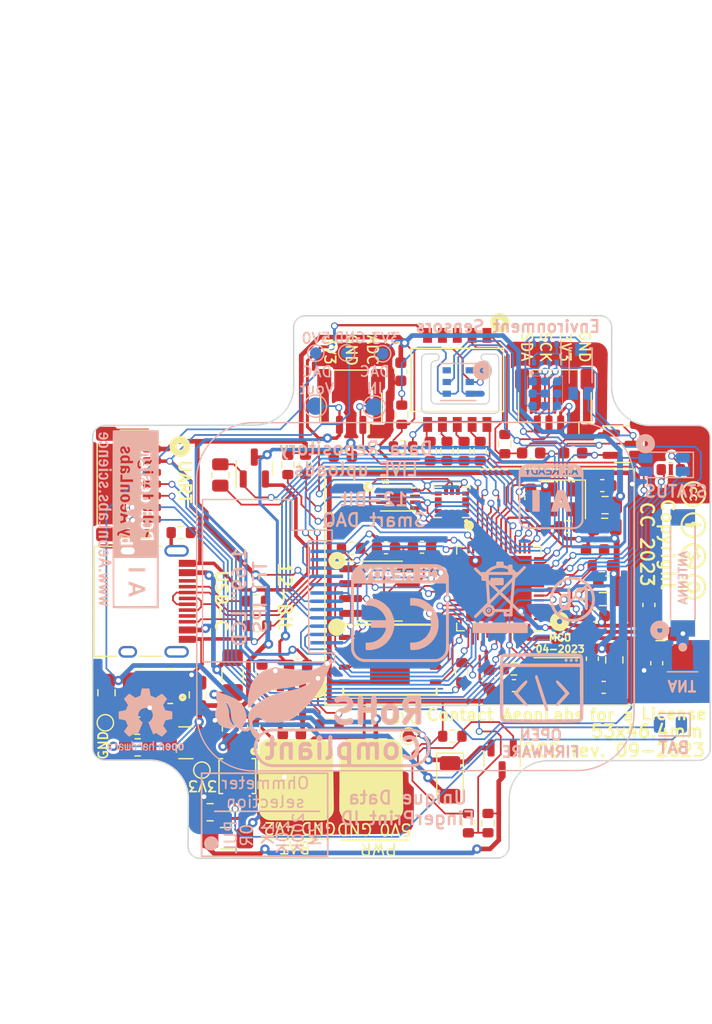
<source format=kicad_pcb>
(kicad_pcb (version 20221018) (generator pcbnew)
  (title_block (date "2021-12-28") (rev "5.3") (company "AeonLabs"))
  (layers (0 "F.Cu" signal) (31 "B.Cu" signal) (34 "B.Paste" user) (35 "F.Paste" user) (36 "B.SilkS" user "B.Silkscreen") (37 "F.SilkS" user "F.Silkscreen") (38 "B.Mask" user) (39 "F.Mask" user) (44 "Edge.Cuts" user))
  (net 0 "")
  (net 1 "GND")
  (net 2 "VOLTAGE_REF_IO07")
  (net 3 "Net-(U3-I_SET)")
  (net 4 "3V3")
  (net 5 "VDD_SPI")
  (net 6 "CHIP_EN")
  (net 7 "ESP_GPIO0_BOOT-DTR")
  (net 8 "GPIO8_I2C_SDA")
  (net 9 "USB_D-")
  (net 10 "SPIHD")
  (net 11 "SPIWP")
  (net 12 "SPICS0")
  (net 13 "SPICLK")
  (net 14 "SPIQ")
  (net 15 "SPID")
  (net 16 "USB_D+")
  (net 17 "Net-(ESP32S1-LNA_IN{slash}RF)")
  (net 18 "Net-(ESP32S1-GPIO16{slash}ADC2_CH5{slash}XTAL_32K_N)")
  (net 19 "Net-(ESP32S1-GPIO15{slash}ADC2_CH4{slash}XTAL_32K_P)")
  (net 20 "TXD0")
  (net 21 "RXD0")
  (net 22 "DAC_CALIBRATION")
  (net 23 "Net-(ESP32S1-XTAL_P)")
  (net 24 "Net-(ESP32S1-XTAL_N)")
  (net 25 "GPIO9_I2C_SCL")
  (net 26 "Net-(ESP32S1-U0TXD{slash}PROG{slash}GPIO43)")
  (net 27 "SPICS1")
  (net 28 "3V3_PLUG")
  (net 29 "Net-(HX1-C-)")
  (net 30 "VIN_BATF")
  (net 31 "VIN_BAT")
  (net 32 "STDBY_LED_G")
  (net 33 "CHRG_LED_R")
  (net 34 "VIN")
  (net 35 "USB_5V0")
  (net 36 "BAT_SENSE_IO21")
  (net 37 "Net-(HX1-C+)")
  (net 38 "Net-(J1-CC1)")
  (net 40 "Net-(J1-CC2)")
  (net 42 "Net-(LED1-RA)")
  (net 43 "unconnected-(U4-NC-Pad1)")
  (net 45 "ADC_IN_IO04")
  (net 46 "PLUG_PWR_3V3_EN_IO38")
  (net 47 "USB_5V0F")
  (net 50 "unconnected-(ESP32S1-MTCK{slash}JTAG{slash}GPIO39-Pad44)")
  (net 51 "unconnected-(ESP32S1-MTDO{slash}JTAG{slash}GPIO40-Pad45)")
  (net 52 "unconnected-(ESP32S1-MTDI{slash}JTAG{slash}GPIO41-Pad47)")
  (net 53 "unconnected-(ESP32S1-MTMS{slash}JTAG{slash}GPIO42-Pad48)")
  (net 54 "Net-(AUR1-FB)")
  (net 55 "Net-(AUR1-SW)")
  (net 56 "Net-(ESP32S1-VDD3P3-Pad2)")
  (net 57 "Net-(E_LNA_ANT2-SIG)")
  (net 58 "Net-(J1-SHIELD-PadS1)")
  (net 67 "Net-(DIPSW1-Pin_1)")
  (net 68 "Net-(DIPSW1-Pin_4)")
  (net 69 "Net-(DIPSW1-Pin_6)")
  (net 70 "Net-(DIPSW1-Pin_8)")
  (net 71 "Net-(DIPSW1-Pin_10)")
  (net 72 "TEMT6000_IO33")
  (net 74 "LED_G_IO02")
  (net 75 "LED_R_IO04")
  (net 76 "LED_B_IO05")
  (net 79 "LCD_LED_IO21")
  (net 80 "unconnected-(ESP32S1-GPIO36-Pad41)")
  (net 81 "LCD_DC_IO17")
  (net 82 "LCD_I2C_SDA_IO38")
  (net 83 "LCD_RST_IO37")
  (net 84 "unconnected-(ESP32S1-GPIO35-Pad40)")
  (net 85 "LCD_CS_IO13")
  (net 86 "LCD_I2C_SCL_IO12")
  (net 87 "GNDD")
  (net 88 "unconnected-(ESP32S1-GPIO11{slash}ADC2_CH0-Pad16)")
  (net 89 "PERIPHERALS_PWR_EN_IO10")
  (footprint "Package_TO_SOT_SMD:SOT-23" (layer "F.Cu") (at 226.11 108.7475 -90)
    (fp_text reference "DMP1045U_1" hide)
    (fp_text value "DMP1045U")
  )
  (footprint "Resistor_SMD:R_0603_1608Metric" (layer "F.Cu") (at 224.9 114.24 -90)
    (fp_text reference "BAT_SENSE_R2" hide)
    (fp_text value "100k")
  )
  (footprint "Resistor_SMD:R_0805_2012Metric_Pad1.20x1.40mm_HandSolder" (layer "F.Cu") (at 194.92 107.76)
    (fp_text reference "AUR_R1" hide)
    (fp_text value "75k")
  )
  (footprint "Capacitor_SMD:C_0805_2012Metric" (layer "F.Cu") (at 235.71 100.28 90)
    (fp_text reference "E_VDDA_C2" hide)
    (fp_text value "1uF 10% 50V")
  )
  (footprint "" (layer "F.Cu") (at 227.82 77.62 90)
    (fp_text reference "")
    (fp_text value "")
  )
  (footprint "Connector_JST:JST_SH_SM03B-SRSS-TB_1x03-1MP_P1.00mm_Horizontal" (layer "F.Cu") (at 208.52 110.62)
    (fp_text reference "ExtSWBAT_PLUG2" hide)
    (fp_text value "Conn_01x03_Female")
  )
  (footprint "Connector_JST:JST_SH_SM07B-SRSS-TB_1x07-1MP_P1.00mm_Horizontal" (layer "F.Cu") (at 194.135 85.24 -90)
    (fp_text reference "JICSP1" hide)
    (fp_text value "Conn_01x07_Socket" hide)
  )
  (footprint "Capacitor_SMD:C_0603_1608Metric" (layer "F.Cu") (at 205.56 101.45 -90)
    (fp_text reference "HX_C3" hide)
    (fp_text value "2.2uF")
  )
  (footprint "Resistor_SMD:R_0603_1608Metric" (layer "F.Cu") (at 221.85 106.81 180)
    (fp_text reference "DMP1045_R1" hide)
    (fp_text value "10K")
  )
  (footprint "Package_DFN_QFN:AUR9718 ST1S09 SON95P300X300X100-7N" (layer "F.Cu") (at 196.39 102.51 180)
    (fp_text reference "AUR1" hide)
    (fp_text value "AUR9718x_DFN_3x3mm_6_pin")
  )
  (footprint "Capacitor_SMD:C_0603_1608Metric" (layer "F.Cu") (at 234.8 102.63)
    (fp_text reference "E_XTAL40_C1" hide)
    (fp_text value "22pF 5% 50V")
  )
  (footprint "Capacitor_SMD:C_0603_1608Metric" (layer "F.Cu") (at 239.34 100.565 -90)
    (fp_text reference "E_LNA_C1" hide)
    (fp_text value "2.7pF")
  )
  (footprint "Package_DFN_QFN:QFN8 3.1x2.9mm QFNn-8 3x3 SON80P400X400X100-9N" (layer "F.Cu") (at 203.02 109.71 -90)
    (fp_text reference "U3" hide)
    (fp_text value "Battery_charger_CN3065_QFN8")
  )
  (footprint "Resistor_SMD:R_0603_1608Metric" (layer "F.Cu") (at 226.34 81.82 -90)
    (fp_text reference "DIP_R1" hide)
    (fp_text value "4k7")
  )
  (footprint "Capacitor_SMD:C_0603_1608Metric" (layer "F.Cu") (at 234.68 85.37)
    (fp_text reference "E_XTAL32_C2" hide)
    (fp_text value "22pF 5% 50V")
  )
  (footprint "Capacitor_SMD:C_0603_1608Metric" (layer "F.Cu") (at 212.47 82.86 180)
    (fp_text reference "ATSHA_C1" hide)
    (fp_text value "100nF")
  )
  (footprint "Resistor_SMD:R_0603_1608Metric" (layer "F.Cu") (at 223.22 114.25 90)
    (fp_text reference "BAT_SENSE_R1" hide)
    (fp_text value "100k")
  )
  (footprint "Capacitor_SMD:C_0603_1608Metric" (layer "F.Cu") (at 208.65 100.73 180)
    (fp_text reference "HX_C1" hide)
    (fp_text value "2.2uF")
  )
  (footprint "Package_TO_SOT_SMD:SOT-23" (layer "F.Cu") (at 204.9 83.87 90)
    (fp_text reference "MTRT1" hide)
    (fp_text value "NPN")
  )
  (footprint "Capacitor_SMD:C_0805_2012Metric_Pad1.18x1.45mm_HandSolder" (layer "F.Cu") (at 200.07 103.27 90)
    (fp_text reference "AUR_C1" hide)
    (fp_text value "22uF")
  )
  (footprint "Capacitor_SMD:C_0603_1608Metric" (layer "F.Cu") (at 232.185 82.58)
    (fp_text reference "VOLTAGE_REF_C2" hide)
    (fp_text value "100nF")
  )
  (footprint "TestPoint:TestPoint_Pad_D1.0mm" (layer "F.Cu") (at 192.15 105.66)
    (fp_text reference "TP3" hide)
    (fp_text value "GND" hide)
  )
  (footprint "Capacitor_SMD:C_0603_1608Metric" (layer "F.Cu") (at 228.56 86.42 -90)
    (fp_text reference "E_XTAL32_C1" hide)
    (fp_text value "22pF 5% 50V")
  )
  (footprint "Capacitor_SMD:C_0603_1608Metric" (layer "F.Cu") (at 238.67 95.58 90)
    (fp_text reference "E_LNA_C2" hide)
    (fp_text value "2.7pF")
  )
  (footprint "Capacitor_SMD:C_0603_1608Metric" (layer "F.Cu") (at 233.83 100.18 90)
    (fp_text reference "E_VDDA_C1" hide)
    (fp_text value "100nF")
  )
  (footprint "AeonLabs:aeon creative commons logos" (layer "F.Cu") (at 242.53 90.05 -90)
    (fp_text reference "G***" hide)
    (fp_text value "LOGO" hide)
  )
  (footprint "" (layer "F.Cu") (at 206.2 111.13)
    (fp_text reference "")
    (fp_text value "")
  )
  (footprint "Resistor_SMD:R_0603_1608Metric" (layer "F.Cu") (at 198.61 89.39)
    (fp_text reference "USB_PLYG_R2" hide)
    (fp_text value "150K")
  )
  (footprint "Inductor_SMD:L_1210_3225Metric" (layer "F.Cu") (at 199.04 107.37 180)
    (fp_text reference "AUR_l1" hide)
    (fp_text value "3.3uF")
  )
  (footprint "Sensor_Motion:LSM6DS3 Motion Sensor PQFN50P300X250X86-14N" (layer "F.Cu") (at 221.815 86.8 180)
    (fp_text reference "IMU1" hide)
    (fp_text value "LSM6DS3")
  )
  (footprint "AeonLabs_Shields:ESP32-S3 GND Shield" (layer "F.Cu") (at 224.56 93.6 180)
    (fp_text reference "ESP32_SHIELD1" hide)
    (fp_text value "RFShield_OnePiece")
  )
  (footprint "Package_DFN_QFN:QFN-56-1EP_7x7mm_P0.4mm_EP5.6x5.6mm" (layer "F.Cu") (at 225.83 94.18 180)
    (fp_text reference "ESP32S1" hide)
    (fp_text value "ESP32-S3")
  )
  (footprint "" (layer "F.Cu") (at 213 111.09)
    (fp_text reference "")
    (fp_text value "")
  )
  (footprint "Capacitor_SMD:C_0805_2012Metric" (layer "F.Cu") (at 202.9 106.1 -90)
    (fp_text reference "CN3965_C1" hide)
    (fp_text value "22uF")
  )
  (footprint "" (layer "F.Cu") (at 210.76 111.15 90)
    (fp_text reference "")
    (fp_text value "")
  )
  (footprint "Capacitor_SMD:C_0603_1608Metric" (layer "F.Cu") (at 234.065 90.86)
    (fp_text reference "E_RTS_C1" hide)
    (fp_text value "100nF")
  )
  (footprint "Package_TO_SOT_SMD:SOT-23" (layer "F.Cu") (at 236.3875 81.83)
    (fp_text reference "U1" hide)
    (fp_text value "MCP1525-TT" hide)
  )
  (footprint "Resistor_SMD:R_0603_1608Metric" (layer "F.Cu") (at 205.14 97.35)
    (fp_text reference "USB_PLUG_R1" hide)
    (fp_text value "5k1")
  )
  (footprint "Capacitor_SMD:C_0603_1608Metric" (layer "F.Cu") (at 234.09 96.51)
    (fp_text reference "E_VDD_3_C4" hide)
    (fp_text value "100nF 10% 16V")
  )
  (footprint "Capacitor_SMD:C_0805_2012Metric" (layer "F.Cu") (at 234.88 88.9 180)
    (fp_text reference "E_VDD_3_C2" hide)
    (fp_text value "10uF 20% 6.3V")
  )
  (footprint "Capacitor_SMD:C_0603_1608Metric" (layer "F.Cu") (at 224.99 101.91 -90)
    (fp_text reference "E_VDD_CPU_C1" hide)
    (fp_text value "100nF 10% 16V")
  )
  (footprint "Resistor_SMD:R_0603_1608Metric" (layer "F.Cu") (at 217.63 82.05)
    (fp_text reference "I2C_SCL_R1" hide)
    (fp_text value "10k")
  )
  (footprint "Fuse:Fuse_1206_3216Metric_Pad1.42x1.75mm_HandSolder" (layer "F.Cu") (at 203.04 101.58 90)
    (fp_text reference "PWR_FUSE1" hide)
    (fp_text value "Polyfuse")
  )
  (footprint "Package_SO:SOIC-8_3.9x4.9mm_P1.27mm" (layer "F.Cu") (at 215.615 94.395)
    (fp_text reference "EPS1" hide)
    (fp_text value "ESP32-PSRAM_LY68L6400S")
  )
  (footprint "Resistor_SMD:R_0603_1608Metric" (layer "F.Cu") (at 227.12 101.05)
    (fp_text reference "E_DTR_R1" hide)
    (fp_text value "10k")
  )
  (footprint "Crystal:Crystal_SMD_3225-4Pin_3.2x2.5mm" (layer "F.Cu") (at 230.83 101.74 180)
    (fp_text reference "E_XTAL40_1" hide)
    (fp_text value "40Mhz 22pF+-10PPM")
  )
  (footprint "Diode_SMD:D_1206_3216Metric" (layer "F.Cu") (at 221.65 110.535 -90)
    (fp_text reference "DMP1045_SCHOT1" hide)
    (fp_text value "D_Schottky")
  )
  (footprint "Crystal:Crystal_SMD_3225-4Pin_3.2x2.5mm" (layer "F.Cu") (at 231.24 86.55 180)
    (fp_text reference "E_XTAL32_1" hide)
    (fp_text value "32.768Mhz 22pF+-10PPM")
  )
  (footprint "Inductor_SMD:L_0805_2012Metric" (layer "F.Cu") (at 234.82 95.08 180)
    (fp_text reference "E_VDD_L1" hide)
    (fp_text value "12nH 5%")
  )
  (footprint "Capacitor_SMD:C_0603_1608Metric" (layer "F.Cu") (at 208.11 106.64 180)
    (fp_text reference "HX_C2" hide)
    (fp_text value "2.2uF")
  )
  (footprint "Resistor_SMD:R_0603_1608Metric" (layer "F.Cu") (at 211.32 105.84)
    (fp_text reference "TMPR1" hide)
    (fp_text value "10K")
  )
  (footprint "Resistor_SMD:R_0603_1608Metric" (layer "F.Cu") (at 207.77 83.6 -90)
    (fp_text reference "IMR1" hide)
    (fp_text value "10K")
  )
  (footprint "Resistor_SMD:R_0603_1608Metric" (layer "F.Cu") (at 217.52 79.31 -90)
    (fp_text reference "I2C_SDA_R1" hide)
    (fp_text value "10k")
  )
  (footprint "Capacitor_SMD:C_0805_2012Metric_Pad1.18x1.45mm_HandSolder" (layer "F.Cu") (at 192.25 103.09 -90)
    (fp_text reference "AUR_C2" hide)
    (fp_text value "4.7uF")
  )
  (footprint "Capacitor_SMD:C_0603_1608Metric" (layer "F.Cu") (at 216.17 90.69 180)
    (fp_text reference "E_SPI_C1" hide)
    (fp_text value "1uF 10% 50V")
  )
  (footprint "Capacitor_SMD:C_0603_1608Metric" (layer "F.Cu") (at 217.44 75.63 90)
    (fp_text reference "ATH20_C1" hide)
    (fp_text value "100nF")
  )
  (footprint "" (layer "F.Cu") (at 210.88 77.65 90)
    (fp_text reference "")
    (fp_text value "")
  )
  (footprint "Connector_JST:JST_SH_SM04B-SRSS-TB_1x04-1MP_P1.00mm_Horizontal" (layer "F.Cu") (at 230.62 78.14 180)
    (fp_text reference "I2C_PLUG1" hide)
    (fp_text value "I2C6")
  )
  (footprint "Resistor_SMD:R_0603_1608Metric" (layer "F.Cu") (at 234.64 92.21 180)
    (fp_text reference "E_RTS_R1" hide)
    (fp_text value "10k")
  )
  (footprint "Capacitor_SMD:C_0805_2012Metric" (layer "F.Cu") (at 201.12 113.31)
    (fp_text reference "CN3065_C2" hide)
    (fp_text value "4.7uF")
  )
  (footprint "Resistor_SMD:R_0603_1608Metric" (layer "F.Cu") (at 213.18 90.73)
    (fp_text reference "PSRAM_R1" hide)
    (fp_text value "100K")
  )
  (footprint "Resistor_SMD:R_0603_1608Metric" (layer "F.Cu") (at 221.39 82.41 90)
    (fp_text reference "DIP_R4" hide)
    (fp_text value "200k")
  )
  (footprint "Connector_USB:USB_C_Receptacle_HRO_TYPE-C-31-M-12" (layer "F.Cu") (at 195.12 95.27 -90)
    (fp_text reference "J1" hide)
    (fp_text value "TYPE-C-31-M-12" hide)
  )
  (footprint "Connector_JST:JST_SH_SM03B-SRSS-TB_1x03-1MP_P1.00mm_Horizontal" (layer "F.Cu") (at 213.19 78.175 180)
    (fp_text reference "ExtSW1" hide)
    (fp_text value "Conn_01x03_Female")
  )
  (footprint "Resistor_SMD:R_0603_1608Metric" (layer "F.Cu") (at 205.04 95.25)
    (fp_text reference "USB_PLUG_R3" hide)
    (fp_text value "5k1")
  )
  (footprint "Resistor_SMD:R_0603_1608Metric" (layer "F.Cu") (at 219.95 82.42 90)
    (fp_text reference "DIP_R5" hide)
    (fp_text value "2M")
  )
  (footprint "Capacitor_SMD:C_0603_1608Metric" (layer "F.Cu") (at 227.12 102.48 180)
    (fp_text reference "E_XTAL40_C2" hide)
    (fp_text value "22pF 5% 50V")
  )
  (footprint "Resistor_SMD:R_0603_1608Metric" (layer "F.Cu") (at 240.55 84)
    (fp_text reference "LR1" hide)
    (fp_text value "330R")
  )
  (footprint "Resistor_SMD:R_0805_2012Metric" (layer "F.Cu") (at 201.99 84.46 90)
    (fp_text reference "MTRR1" hide)
    (fp_text value "10k")
  )
  (footprint "Connector:Dip Switch 5pin 1mm SW_DS05-127-2-06BK-SMT-TR" (layer "F.Cu") (at 221.635 76.33 -90)
    (fp_text reference "DIPSW1" hide)
    (fp_text value "Conn_02x05_Odd_Even")
  )
  (footprint "Capacitor_SMD:C_0805_2012Metric" (layer "F.Cu") (at 234.92 87.04 180)
    (fp_text reference "E_VDD_3_C1" hide)
    (fp_text value "10uF 20% 6.3V")
  )
  (footprint "Capacitor_SMD:C_0603_1608Metric" (layer "F.Cu") (at 231.79 88.89)
    (fp_text reference "E_VDD_RTC_C1" hide)
    (fp_text value "100nF 10% 16V")
  )
  (footprint "TestPoint:TestPoint_Pad_D1.0mm" (layer "F.Cu") (at 218.09 106.8)
    (fp_text reference "TP1" hide)
    (fp_text value "VIN" hide)
  )
  (footprint "Resistor_SMD:R_0603_1608Metric" (layer "F.Cu") (at 222.65 101.34 90)
    (fp_text reference "E_UART_TX_1" hide)
    (fp_text value "499R")
  )
  (footprint "Capacitor_SMD:C_0603_1608Metric" (layer "F.Cu") (at 228.595 82.58 180)
    (fp_text reference "VOLTAGE_REF_C1" hide)
    (fp_text value "100nF")
  )
  (footprint "Inductor_SMD:L_0805_2012Metric" (layer "F.Cu") (at 239.67 98.07 180)
    (fp_text reference "E_LNA_l1" hide)
    (fp_text value "1.8nH 5%")
  )
  (footprint "" (layer "F.Cu") (at 193.61 80.9)
    (fp_text reference "")
    (fp_text value "")
  )
  (footprint "Resistor_SMD:R_0805_2012Metric_Pad1.20x1.40mm_HandSolder" (layer "F.Cu") (at 194.87 105.91 180)
    (fp_text reference "AUR_R2" hide)
    (fp_text value "24k")
  )
  (footprint "Resistor_SMD:R_0603_1608Metric" (layer "F.Cu") (at 222.85 82.42 90)
    (fp_text reference "DIP_R3" hide)
    (fp_text value "20k")
  )
  (footprint "TestPoint:TestPoint_Pad_D1.0mm" (layer "F.Cu") (at 200.41 109.71)
    (fp_text reference "TP2" hide)
    (fp_text value "VOut" hide)
  )
  (footprint "Capacitor_SMD:C_0603_1608Metric" (layer "F.Cu") (at 235.12 93.61 180)
    (fp_text reference "E_VDD_3_C3" hide)
    (fp_text value "100nF 10% 16V")
  )
  (footprint "" (layer "F.Cu") (at 233.43 77.63 90)
    (fp_text reference "")
    (fp_text value "")
  )
  (footprint "AeonLabs Storage:WSON8 FLASH SPI SON127P800X600X80-9N" (layer "F.Cu") (at 216.505 100.265)
    (fp_text reference "ESP_FLASH1" hide)
    (fp_text value "W25Q128JVS")
  )
  (footprint "Resistor_SMD:R_0603_1608Metric" (layer "F.Cu") (at 224.23 82.42 90)
    (fp_text reference "DIP_R2" hide)
    (fp_text value "1k")
  )
  (footprint "Resistor_SMD:R_0603_1608Metric" (layer "F.Cu") (at 204.85 106.11 -90)
    (fp_text reference "CN3065_R1" hide)
    (fp_text value "1K8")
  )
  (footprint "Resistor_SMD:R_0603_1608Metric" (layer "F.Cu") (at 209.28 83.59 -90)
    (fp_text reference "IMR2" hide)
    (fp_text value "10K")
  )
  (footprint "" (layer "F.Cu") (at 216.64 111.08)
    (fp_text reference "")
    (fp_text value "")
  )
  (footprint "Fuse:Fuse_1206_3216Metric_Pad1.42x1.75mm_HandSolder" (layer "F.Cu") (at 202.6 115.53)
    (fp_text reference "BAT_FUSE1" hide)
    (fp_text value "Polyfuse")
  )
  (footprint "Capacitor_SMD:C_0603_1608Metric" (layer "F.Cu") (at 219.25 90.64)
    (fp_text reference "E_SPI_C2" hide)
    (fp_text value "100nF 10% 16V")
  )
  (footprint "AeonLabs_IC:ATSHA204 UDFN-8 DFN200X300X60-9N" (layer "F.Cu") (at 217.21 86.54)
    (fp_text reference "U2")
    (fp_text value "ATSHA204A-MAHDA-T")
  )
  (footprint "Package_SO:HX4002 SOT95 P280X125-6N" (layer "F.Cu") (at 208.08 103.61 -90)
    (fp_text reference "HX1" hide)
    (fp_text value "HX4002" hide)
  )
  (footprint "" (layer "F.Cu") (at 215.49 77.66 90)
    (fp_text reference "")
    (fp_text value "")
  )
  (footprint "AeonLabs Enclosure Boxes:ABB JB6 IP65 57x64mm" (layer "F.Cu") (at 220.75 93.78)
    (fp_text reference "REF**" hide)
    (fp_text value "ABB JB6 IP65 57x64mm")
    (fp_line (start -29.68 14.045484) (end -29.684389 -12.595279) (stroke (width 0.12)) (layer "Edge.Cuts"))
    (fp_line (start -28.718904 15.072335) (end -24.798393 15.067665) (stroke (width 0.12)) (layer "Edge.Cuts"))
    (fp_line (start -28.657538 -13.556375) (end -15.822462 -13.583625) (stroke (width 0.12)) (layer "Edge.Cuts"))
    (fp_line (start -21.517584 22.447976) (end -21.488551 18.410009) (stroke (width 0.12)) (layer "Edge.Cuts"))
    (fp_line (start -20.556488 23.474827) (end 4.927339 23.448648) (stroke (width 0.12)) (layer "Edge.Cuts"))
    (fp_line (start -12.483764 -21.975849) (end -12.480118 -16.893467) (stroke (width 0.12)) (layer "Edge.Cuts"))
    (fp_line (start -11.456913 -22.936945) (end 13.776912 -22.943054) (stroke (width 0.12)) (layer "Edge.Cuts"))
    (fp_line (start 5.95419 22.487552) (end 5.96258 18.437092) (stroke (width 0.12)) (layer "Edge.Cuts"))
    (fp_line (start 14.738008 -21.916203) (end 14.727203 -16.893806) (stroke (width 0.12)) (layer "Edge.Cuts"))
    (fp_line (start 18.037045 -13.551462) (end 22.204116 -13.548538) (stroke (width 0.12)) (layer "Edge.Cuts"))
    (fp_line (start 22.14 15.1) (end 9.304924 15.12725) (stroke (width 0.12)) (layer "Edge.Cuts"))
    (fp_line (start 23.165212 -12.521687) (end 23.166851 14.138904) (stroke (width 0.12)) (layer "Edge.Cuts"))
    (fp_arc (start -29.684389 -12.595279) (mid -29.365412 -13.283579) (end -28.657538 -13.556375) (stroke (width 0.12)) (layer "Edge.Cuts"))
    (fp_arc (start -28.718904 15.072335) (mid -29.407203 14.753357) (end -29.68 14.045484) (stroke (width 0.12)) (layer "Edge.Cuts"))
    (fp_arc (start -24.798393 15.067665) (mid -22.446462 16.048605) (end -21.488551 18.410009) (stroke (width 0.12)) (layer "Edge.Cuts"))
    (fp_arc (start -20.556488 23.474827) (mid -21.244789 23.155851) (end -21.517584 22.447976) (stroke (width 0.12)) (layer "Edge.Cuts"))
    (fp_arc (start -12.483764 -21.975849) (mid -12.164792 -22.664154) (end -11.456913 -22.936945) (stroke (width 0.12)) (layer "Edge.Cuts"))
    (fp_arc (start -12.480118 -16.893467) (mid -13.461062 -14.54154) (end -15.822462 -13.583625) (stroke (width 0.12)) (layer "Edge.Cuts"))
    (fp_arc (start 5.95419 22.487552) (mid 5.635223 23.175865) (end 4.927339 23.448648) (stroke (width 0.12)) (layer "Edge.Cuts"))
    (fp_arc (start 5.96258 18.437092) (mid 6.943525 16.085166) (end 9.304924 15.12725) (stroke (width 0.12)) (layer "Edge.Cuts"))
    (fp_arc (start 13.776912 -22.943054) (mid 14.465225 -22.624077) (end 14.738008 -21.916203) (stroke (width 0.12)) (layer "Edge.Cuts"))
    (fp_arc (start 18.037045 -13.551462) (mid 15.685136 -14.532419) (end 14.727203 -16.893806) (stroke (width 0.12)) (layer "Edge.Cuts"))
    (fp_arc (start 22.204116 -13.548538) (mid 22.892306 -13.229474) (end 23.165212 -12.521687) (stroke (width 0.12)) (layer "Edge.Cuts"))
    (fp_arc (start 23.166851 14.138904) (mid 22.847862 14.827192) (end 22.14 15.1) (stroke (width 0.12)) (layer "Edge.Cuts"))
  )
  (footprint "Connector_JST:JST_SH_SM02B-SRSS-TB_1x02-1MP_P1.00mm_Horizontal" (layer "F.Cu") (at 214.83 110.565)
    (fp_text reference "PWR_PLUG1" hide)
    (fp_text value "Screw_Terminal_01x02")
  )
  (footprint "" (layer "B.Cu") (at 193.62 89.5 180)
    (fp_text reference "")
    (fp_text value "")
  )
  (footprint "RF_Antenna:RF Antenna IPEX SMD PCB HRS_U.FL-R-SMT(01)" (layer "B.Cu") (at 241.55 100)
    (fp_text reference "E_LNA_ANT2" hide)
    (fp_text value "U.FL-R-SMT(01)" hide)
  )
  (footprint "AeonLabs_Sensors:ENS160 Gas Semsor" (layer "B.Cu") (at 229.79 77.465 -90)
    (fp_text reference "IC_ENS1" hide)
    (fp_text value "~" hide)
  )
  (footprint "AeonLabs Logosy:AI ready" (layer "B.Cu") (at 230.29 86.31 180)
    (fp_text reference "G***" hide)
    (fp_text value "LOGO" hide)
  )
  (footprint "OLIMEX_LOGOs-FP:LOGO_RECYCLEBIN_1" (layer "B.Cu") (at 228.2725 97.963 180)
    (fp_text reference "Sign-RecycleBin" hide)
    (fp_text value "" hide)
  )
  (footprint "RF_Antenna:2.4ghZ WIFI ANTENNA AN9520_ANT2-SMD-9.5X2.1X1.0MM" (layer "B.Cu") (at 241.57 92.84 90)
    (property "VALUE" "AN9520")
    (fp_text reference "E_LNA_ANT1" hide)
    (fp_text value "SMD-BUILT-IN-ANTENNA-2.4GHZ(2P-9.5X2.1MM)" hide)
  )
  (footprint "TestPoint:TestPoint_Pad_D1.0mm" (layer "B.Cu") (at 215.88 74.09 180)
    (fp_text reference "TP2" hide)
    (fp_text value "VOut" hide)
  )
  (footprint "TestPoint:TestPoint_Pad_D1.5mm" (layer "B.Cu") (at 210.13 78.57 180)
    (fp_text reference "REF**" hide)
    (fp_text value "TestPoint_Pad_D1.5mm" hide)
  )
  (footprint "Sensor:TEMT6000-SEN" (layer "B.Cu") (at 232.84 75.6 90)
    (fp_text reference "U6" hide)
    (fp_text value "TEMT6000" hide)
  )
  (footprint "Sensor_Humidity:AHT20 HT Sensor PSON100P300X300X110-6N" (layer "B.Cu") (at 222.355 76.51 180)
    (fp_text reference "U4" hide)
    (fp_text value "AHT20" hide)
  )
  (footprint "LED_SMD:LED_1206_3210_RGB_Metric" (layer "B.Cu") (at 240.21 83.64 180)
    (fp_text reference "LED1" hide)
    (fp_text value "LED_GBRC" hide)
  )
  (footprint "OLIMEX_LOGOs-FP:LOGO_ROHS_1" (layer "B.Cu") (at 218.82 108.69 180)
    (fp_text reference "Sign-RoHS" hide)
    (fp_text value "" hide)
  )
  (footprint "AeonLabs Logos:aeonlabs science" (layer "B.Cu") (at 194.1 88.25 90)
    (fp_text reference "G***" hide)
    (fp_text value "LOGO" hide)
  )
  (footprint "AeonLabs Logosy:CE Ready Small Logo" (layer "B.Cu") (at 217.37 96.27 180)
    (fp_text reference "G***" hide)
    (fp_text value "LOGO" hide)
  )
  (footprint "TestPoint:TestPoint_Pad_D1.0mm" (layer "B.Cu") (at 212.81 74.02 180)
    (fp_text reference "TP3" hide)
    (fp_text value "GND" hide)
  )
  (footprint "Symbol:OSHW-Logo2_7.3x6mm_SilkScreen" (layer "B.Cu") (at 195.59 105.48 180)
    (fp_text reference "REF**" hide)
    (fp_text value "OSHW-Logo2_7.3x6mm_SilkScreen" hide)
  )
  (footprint "AeonLabs_Sensors:XDCR_BMP280" (layer "B.Cu") (at 229.795 74.035 -90)
    (fp_text reference "U5" hide)
    (fp_text value "BMP280" hide)
  )
  (footprint "AeonLabs LCDs:1,69 inch LCD IPS TFT" (layer "B.Cu") (at 222.508795 95.553857 90)
    (fp_text reference "LCD1" hide)
    (fp_text value "Conn_01x12_Male" hide)
  )
  (footprint "LED_SMD:LED_0805_2012Metric" (layer "B.Cu") (at 240.51 105.82 180)
    (fp_text reference "CN3065_STDBY_LED1" hide)
    (fp_text value "LED" hide)
  )
  (footprint "OLIMEX_LOGOs-FP:LOGO_PBFREE" (layer "B.Cu") (at 232.33 94.78)
    (fp_text reference "Sign-PbFree" hide)
    (fp_text value "")
  )
  (footprint "AeonLabs Logos:open_firmware" (layer "B.Cu") (at 229.64 103.64 180)
    (fp_text reference "G***" hide)
    (fp_text value "LOGO" hide)
  )
  (footprint "TestPoint:TestPoint_Pad_D1.5mm" (layer "B.Cu") (at 215.17 78.64 180)
    (fp_text reference "REF**" hide)
    (fp_text value "TestPoint_Pad_D1.5mm" hide)
  )
  (footprint "TestPoint:TestPoint_Pad_D1.0mm" (layer "B.Cu") (at 210.16 74.04 180)
    (fp_text reference "TP1" hide)
    (fp_text value "VIN" hide)
  )
  (gr_line (start 201.52 113.23) (end 210.47 113.23) (stroke (width 0.15)) (layer "B.SilkS"))
  (gr_circle (center 201.21 115.98) (end 201.232709 115.67) (stroke (width 0.6)) (fill none) (layer "B.SilkS"))
  (gr_circle (center 239.6 97.74) (end 239.821547 97.76) (stroke (width 0.6)) (fill none) (layer "B.SilkS"))
  (gr_circle (center 224.42 75.527553) (end 224.641547 75.547553) (stroke (width 0.6)) (fill none) (layer "B.SilkS"))
  (gr_circle (center 238.37 81.787553) (end 238.591547 81.807553) (stroke (width 0.6)) (fill none) (layer "B.SilkS"))
  (gr_rect (start 200.39 109.975) (end 211.18 117.085) (stroke (width 0.15)) (fill none) (layer "B.SilkS"))
  (gr_circle (center 231.02 96.99) (end 230.798453 97.01) (stroke (width 0.6)) (fill none) (layer "F.SilkS"))
  (gr_circle (center 225.91 71.42) (end 225.688453 71.44) (stroke (width 0.6)) (fill none) (layer "F.SilkS"))
  (gr_circle (center 223.272448 88.78) (end 223.494896 88.78) (stroke (width 0.4)) (fill none) (layer "F.SilkS"))
  (gr_circle (center 210.31 102.7) (end 210.088453 102.72) (stroke (width 0.6)) (fill none) (layer "F.SilkS"))
  (gr_line (start 212.39 115.71) (end 218.13 115.71) (stroke (width 0.15)) (layer "F.SilkS"))
  (gr_circle (center 211.982685 91.78) (end 211.842685 91.807553) (stroke (width 0.6)) (fill none) (layer "F.SilkS"))
  (gr_circle (center 204.88 108.1) (end 205.07 108.12) (stroke (width 0.28)) (fill none) (layer "F.SilkS"))
  (gr_line (start 205.59 115.62) (end 211.33 115.62) (stroke (width 0.15)) (layer "F.SilkS"))
  (gr_circle (center 211.962685 97.48) (end 211.822685 97.507553) (stroke (width 0.6)) (fill none) (layer "F.SilkS"))
  (gr_circle (center 214.64 85.487552) (end 214.862448 85.487552) (stroke (width 0.4)) (fill none) (layer "F.SilkS"))
  (gr_circle (center 198.762353 103.49) (end 198.742353 103.68) (stroke (width 0.28)) (fill none) (layer "F.SilkS"))
  (gr_circle (center 198.541547 82.02) (end 198.251547 82.05) (stroke (width 0.6)) (fill none) (layer "F.SilkS"))
  (gr_line (start 220.018699 75.114445) (end 220.018212 77.974445) (stroke (width 0.1)) (layer "Edge.Cuts"))
  (gr_line (start 224.604757 78.390487) (end 220.448699 78.384444) (stroke (width 0.1)) (layer "Edge.Cuts"))
  (gr_arc (start 224.594756 74.69) (mid 224.897863 74.802745) (end 225.025243 75.099999) (stroke (width 0.1)) (layer "Edge.Cuts"))
  (gr_arc (start 225.384999 74.120332) (mid 225.688014 74.233174) (end 225.815486 74.530331) (stroke (width 0.1)) (layer "Edge.Cuts"))
  (gr_arc (start 225.834356 78.772673) (mid 225.721621 79.07579) (end 225.424357 79.20316) (stroke (width 0.1)) (layer "Edge.Cuts"))
  (gr_line (start 225.025243 75.099999) (end 225.014756 77.96) (stroke (width 0.1)) (layer "Edge.Cuts"))
  (gr_arc (start 220.018181 75.114445) (mid 220.13094 74.811351) (end 220.42818 74.683958) (stroke (width 0.1)) (layer "Edge.Cuts"))
  (gr_line (start 219.628182 74.11013) (end 220.42818 74.109687) (stroke (width 0.1)) (layer "Edge.Cuts"))
  (gr_arc (start 224.594756 74.69) (mid 224.3076 74.402864) (end 224.594756 74.115729) (stroke (width 0.1)) (layer "Edge.Cuts"))
  (gr_line (start 225.384999 74.120332) (end 224.594756 74.115729) (stroke (width 0.1)) (layer "Edge.Cuts"))
  (gr_line (start 219.655349 79.185476) (end 225.424357 79.20316) (stroke (width 0.1)) (layer "Edge.Cuts"))
  (gr_line (start 219.218701 74.540617) (end 219.224862 78.775477) (stroke (width 0.1)) (layer "Edge.Cuts"))
  (gr_arc (start 220.42818 74.109687) (mid 220.715313 74.396822) (end 220.42818 74.683958) (stroke (width 0.1)) (layer "Edge.Cuts"))
  (gr_line (start 225.834356 78.772673) (end 225.815486 74.530331) (stroke (width 0.1)) (layer "Edge.Cuts"))
  (gr_arc (start 219.218183 74.540617) (mid 219.33087 74.237454) (end 219.628182 74.11013) (stroke (width 0.1)) (layer "Edge.Cuts"))
  (gr_arc (start 220.448699 78.384444) (mid 220.145565 78.271727) (end 220.018212 77.974445) (stroke (width 0.1)) (layer "Edge.Cuts"))
  (gr_arc (start 219.655349 79.185476) (mid 219.35217 79.072806) (end 219.224862 78.775477) (stroke (width 0.1)) (layer "Edge.Cuts"))
  (gr_arc (start 225.014756 77.96) (mid 224.90204 78.263135) (end 224.604757 78.390487) (stroke (width 0.1)) (layer "Edge.Cuts"))
  (gr_text "BAT" (at 240.81 107.79) (layer "B.SilkS") (effects (font (size 1 1) (thickness 0.2)) (justify mirror)))
  (gr_text "5V0\n" (at 210.19 72.77) (layer "B.SilkS") (effects (font (size 0.9 0.9)) (justify mirror)))
  (gr_text "1K" (at 206.06 115.15 90) (layer "B.SilkS") (effects (font (size 1 1)) (justify mirror)))
  (gr_text "2M" (at 210.12 115.16 90) (layer "B.SilkS") (effects (font (size 1 1)) (justify mirror)))
  (gr_text "Unique Data\nFingerPrint ID" (at 218.02 112.95) (layer "B.SilkS") (effects (font (size 1.1 1.1) (thickness 0.2)) (justify mirror)))
  (gr_text "ANTENNA" (at 241.59 93.26 90) (layer "B.SilkS") (effects (font (size 0.7 0.7)) (justify mirror)))
  (gr_text "1.69{dblquote} LCD\nTFT IPS" (at 204.51 94.92 90) (layer "B.SilkS") (effects (font (size 1.1 1.1) (thickness 0.2)) (justify mirror)))
  (gr_text "GND" (at 213.07 72.73) (layer "B.SilkS") (effects (font (size 0.9 0.9)) (justify mirror)))
  (gr_text "3V3" (at 216.13 72.78) (layer "B.SilkS") (effects (font (size 0.9 0.9)) (justify mirror)))
  (gr_text "DAC\nVout" (at 210.26 76.36) (layer "B.SilkS") (effects (font (size 0.9 0.9)) (justify mirror)))
  (gr_text "0R" (at 204.25 115.27 90) (layer "B.SilkS") (effects (font (size 1 1)) (justify mirror)))
  (gr_text "ANT" (at 241.5 102.49 180) (layer "B.SilkS") (effects (font (size 0.9 0.9) (thickness 0.2)) (justify mirror)))
  (gr_text "12-Bit\nSmart DAQ" (at 215.15 87.44) (layer "B.SilkS") (effects (font (size 1.1 1.1) (thickness 0.2)) (justify mirror)))
  (gr_text "STATUS" (at 240.98 85.87) (layer "B.SilkS") (effects (font (size 1 1) (thickness 0.2)) (justify mirror)))
  (gr_text "20K" (at 207.34 115.45 90) (layer "B.SilkS") (effects (font (size 1 1)) (justify mirror)))
  (gr_text "200K" (at 208.66 115.1 90) (layer "B.SilkS") (effects (font (size 0.9 0.9)) (justify mirror)))
  (gr_text "Environment Sensors" (at 226.6 71.76) (layer "B.SilkS") (effects (font (size 1 1) (thickness 0.2)) (justify mirror)))
  (gr_text "DAC\nIN" (at 215.2 76.33) (layer "B.SilkS") (effects (font (size 0.9 0.9)) (justify mirror)))
  (gr_text "OPEN\nFIRMWARE" (at 229.41 107.43) (layer "B.SilkS") (effects (font (size 0.9 0.9) (thickness 0.2)) (justify mirror)))
  (gr_text "Data Repository\nLIVE uploads" (at 213.59 83.09) (layer "B.SilkS") (effects (font (size 1.1 1.1) (thickness 0.2)) (justify mirror)))
  (gr_text "Ohmmeter\nselection" (at 205.84 111.62) (layer "B.SilkS") (effects (font (size 1 1)) (justify mirror)))
  (gr_text "PUL" (at 202.89 115.44 90) (layer "B.SilkS") (effects (font (size 1 1)) (justify mirror)))
  (gr_text "GND" (at 191.97 107.58 90) (layer "F.SilkS") (effects (font (size 0.8 0.8))))
  (gr_text "3V3" (at 200.46 111.05 180) (layer "F.SilkS") (effects (font (size 0.9 0.9))))
  (gr_text "3V3" (at 211.37 73.78 -90) (layer "F.SilkS") (effects (font (size 0.9 0.9))))
  (gr_text "GND" (at 213.49 114.75 180) (layer "F.SilkS") (effects (font (size 1 1))))
  (gr_text "MCU\n04-2023" (at 231.07 98.87) (layer "F.SilkS") (effects (font (size 0.6 0.6) (thickness 0.15) bold)))
  (gr_text "PCB rev. 09-2023" (at 235.66 108.02) (layer "F.SilkS") (effects (font (size 1.1 1.1) (thickness 0.2))))
  (gr_text "12-Bit" (at 207.5 94.81 -90) (layer "F.SilkS") (effects (font (size 1.1 1.1) (thickness 0.2))))
  (gr_text "BAT" (at 208.39 116.32 180) (layer "F.SilkS") (effects (font (size 1 1))))
  (gr_text "Copyright\nCC 2023" (at 239.391469 90.3798 -90) (layer "F.SilkS") (effects (font (size 1.1 1.1) (thickness 0.2))))
  (gr_text "for a\n" (at 233.47 104.98) (layer "F.SilkS") (effects (font (size 1 1) (thickness 0.2)) (justify left)))
  (gr_text "SCK" (at 229.83 73.52 270) (layer "F.SilkS") (effects (font (size 0.9 0.9))))
  (gr_text "Contact AeonLabs" (at 219.53 104.97) (layer "F.SilkS") (effects (font (size 1 1) (thickness 0.2)) (justify left)))
  (gr_text "PWR" (at 215.53 116.45 180) (layer "F.SilkS") (effects (font (size 1 1))))
  (gr_text "3V3" (at 231.5 73.54 -90) (layer "F.SilkS") (effects (font (size 0.9 0.9))))
  (gr_text "53x46.4mm" (at 238.51 106.39) (layer "F.SilkS") (effects (font (size 1.1 1.1) (thickness 0.2))))
  (gr_text "ADC" (at 215.01 73.78 270) (layer "F.SilkS") (effects (font (size 0.9 0.9))))
  (gr_text "License" (at 237.89 104.9) (layer "F.SilkS") (effects (font (size 1 1) (thickness 0.2)) (justify left)))
  (gr_text "4V2" (at 207.094 114.676 180) (layer "F.SilkS") (effects (font (size 1 1))))
  (gr_text "USB-C" (at 202.07 95.23 -90) (layer "F.SilkS") (effects (font (size 1 1) (thickness 0.2))))
  (gr_text "5V0" (at 216.98 114.785 180) (layer "F.SilkS") (effects (font (size 1 1))))
  (gr_text "GND" (at 233.17 73.47 270) (layer "F.SilkS") (effects (font (size 0.9 0.9))))
  (gr_text "GND" (at 213.2 73.76 -90) (layer "F.SilkS") (effects (font (size 0.9 0.9))))
  (gr_text "GND" (at 210.396 114.676 180) (layer "F.SilkS") (effects (font (size 1 1))))
  (gr_text "5V0\n" (at 217.81 105.31) (layer "F.SilkS") (effects (font (size 0.9 0.9))))
  (gr_text "SDA" (at 228.21 73.47 -90) (layer "F.SilkS") (effects (font (size 0.9 0.9))))
  (gr_text "UART" (at 198.94 85.04 -90) (layer "F.SilkS") (effects (font (size 1 1) (thickness 0.2))))
  (segment (start 205.965 97.35) (end 206.580001 97.35) (width 0.15) (layer "F.Cu") (net 1))
  (segment (start 211.315 94.05) (end 211.315 100.245) (width 0.15) (layer "F.Cu") (net 1))
  (segment (start 224.96 102.725) (end 224.775 102.725) (width 0.2) (layer "F.Cu") (net 1))
  (segment (start 200.42 113.785) (end 200.42 113.71) (width 0.25) (layer "F.Cu") (net 1))
  (segment (start 231.391954 99.578914) (end 231.501361 99.688321) (width 0.2) (layer "F.Cu") (net 1))
  (segment (start 229.642436 99.035318) (end 229.835244 99.073679) (width 0.2) (layer "F.Cu") (net 1))
  (segment (start 231.501361 99.688321) (end 232.608321 99.688321) (width 0.2) (layer "F.Cu") (net 1))
  (segment (start 196.175 83.28) (end 196.135 83.24) (width 0.3) (layer "F.Cu") (net 1))
  (segment (start 204.85 105.43) (end 204.85 105.285) (width 0.25) (layer "F.Cu") (net 1))
  (segment (start 200.24 91.97) (end 200.19 92.02) (width 0.3) (layer "F.Cu") (net 1))
  (segment (start 229.4455 88.4455) (end 227.568118 86.568118) (width 0.2) (layer "F.Cu") (net 1))
  (segment (start 221.025 106.81) (end 220.69 106.81) (width 0.15) (layer "F.Cu") (net 1))
  (segment (start 197.75 83.28) (end 199.47 85) (width 0.3) (layer "F.Cu") (net 1))
  (segment (start 207.07 87) (end 203.79 87) (width 0.15) (layer "F.Cu") (net 1))
  (segment (start 230.489878 97.517855) (end 229.8 97.517855) (width 0.32) (layer "F.Cu") (net 1))
  (segment (start 230.809558 97.837535) (end 230.489878 97.517855) (width 0.32) (layer "F.Cu") (net 1))
  (segment (start 214.3 106.95) (end 214.3 105.5) (width 0.25) (layer "F.Cu") (net 1))
  (segment (start 200.28 112.39) (end 200.28 113.59) (width 0.25) (layer "F.Cu") (net 1))
  (segment (start 233.73125 87.063321) (end 233.93 87.262071) (width 0.3) (layer "F.Cu") (net 1))
  (segment (start 208.46 89.66) (end 209.495 90.695) (width 0.3) (layer "F.Cu") (net 1))
  (segment (start 230.180313 99.258143) (end 230.25125 99.326214) (width 0.2) (layer "F.Cu") (net 1))
  (segment (start 218.43 110.63) (end 221.225 113.425) (width 0.15) (layer "F.Cu") (net 1))
  (segment (start 200.24 87.9) (end 200.24 91.97) (width 0.3) (layer "F.Cu") (net 1))
  (segment (start 220.66 90.04) (end 220.09 90.61) (width 0.15) (layer "F.Cu") (net 1))
  (segment (start 232.30625 87.510764) (end 232.102743 87.307257) (width 0.3) (layer "F.Cu") (net 1))
  (segment (start 214.3 105.5) (end 214.3 103.74) (width 0.25) (layer "F.Cu") (net 1))
  (segment (start 234.85 101.29) (end 234.515 100.955) (width 0.2) (layer "F.Cu") (net 1))
  (segment (start 213.245 84.28) (end 211.35 84.28) (width 0.2) (layer "F.Cu") (net 1))
  (segment (start 219.54 89.86) (end 215.32 89.86) (width 0.15) (layer "F.Cu") (net 1))
  (segment (start 237.021199 97.359995) (end 237.081199 97.299995) (width 0.32) (layer "F.Cu") (net 1))
  (segment (start 203.71 94.29) (end 201.44 92.02) (width 0.3) (layer "F.Cu") (net 1))
  (segment (start 238.395 94.82) (end 237.08 94.82) (width 0.32) (layer "F.Cu") (net 1))
  (segment (start 214.82 89.36) (end 215.255 89.795) (width 0.25) (layer "F.Cu") (net 1))
  (segment (start 238.97 84.6) (end 238.97 86.14) (width 0.15) (layer "F.Cu") (net 1))
  (segment (start 193.49 106.03) (end 193.49 104.76) (width 0.4) (layer "F.Cu") (net 1))
  (segment (start 203.22 108.82) (end 203.22 109.89) (width 0.25) (layer "F.Cu") (net 1))
  (segment (start 231.921199 102.882495) (end 231.921199 103.857495) (width 0.3) (layer "F.Cu") (net 1))
  (segment (start 235.45625 85.559661) (end 233.95259 87.063321) (width 0.3) (layer "F.Cu") (net 1))
  (segment (start 232.675952 94.695721) (end 232.734279 94.695721) (width 0.15) (layer "F.Cu") (net 1))
  (segment (start 220.045 90.61) (end 220.045 90.365) (width 0.15) (layer "F.Cu") (net 1))
  (segment (start 220.03 107.47) (end 219.225025 107.47) (width 0.15) (layer "F.Cu") (net 1))
  (segment (start 209.52 108.62) (end 209.52 107.51) (width 0.25) (layer "F.Cu") (net 1))
  (segment (start 230.0655 89.2455) (end 229.114128 89.2455) (width 0.2) (layer "F.Cu") (net 1))
  (segment (start 193.49 105.9) (end 193.39 105.8) (width 0.15) (layer "F.Cu") (net 1))
  (segment (start 199.435 89.39) (end 200.22 89.39) (width 0.25) (layer "F.Cu") (net 1))
  (segment (start 215.025 102.19) (end 211.315 102.19) (width 0.25) (layer "F.Cu") (net 1))
  (segment (start 236.2 83.4) (end 237.77 83.4) (width 0.15) (layer "F.Cu") (net 1))
  (segment (start 227.568118 86.568118) (end 227.568118 85.9045) (width 0.2) (layer "F.Cu") (net 1))
  (segment (start 219.225025 107.47) (end 218.43 108.265026) (width 0.15) (layer "F.Cu") (net 1))
  (segment (start 214.58 89.36) (end 214.73 89.51) (width 0.15) (layer "F.Cu") (net 1))
  (segment (start 232.30625 88.773321) (end 232.30625 87.510764) (width 0.3) (layer "F.Cu") (net 1))
  (segment (start 230.016863 99.148918) (end 230.180313 99.258143) (width 0.2) (layer "F.Cu") (net 1))
  (segment (start 204.9 98.73) (end 204.655 98.485) (width 0.3) (layer "F.Cu") (net 1))
  (segment (start 234.90625 97.268321) (end 234.823221 97.35135) (width 0.2) (layer "F.Cu") (net 1))
  (segment (start 223.34 113.4) (end 223.2 113.54) (width 0.25) (layer "F.Cu") (net 1))
  (segment (start 209.495 90.695) (end 209.495 92.844012) (width 0.3) (layer "F.Cu") (net 1))
  (segment (start 202.94 104.91) (end 202.5 105.35) (width 0.25) (layer "F.Cu") (net 1))
  (segment (start 204.655 98.485) (end 199.2 98.485) (width 0.3) (layer "F.Cu") (net 1))
  (segment (start 225.01 102.72) (end 226.43 102.72) (width 0.3) (layer "F.Cu") (net 1))
  (segment (start 218.43 108.265026) (end 218.43 110.63) (width 0.15) (layer "F.Cu") (net 1))
  (segment (start 233.01 100.09) (end 233.01 100.818796) (width 0.2) (layer "F.Cu") (net 1))
  (segment (start 203.79 87) (end 202.1625 85.3725) (width 0.15) (layer "F.Cu") (net 1))
  (segment (start 229.85125 85.653321) (end 230.25125 85.653321) (width 0.3) (layer "F.Cu") (net 1))
  (segment (start 214.3 108.155) (end 214.3 106.95) (width 0.25) (layer "F.Cu") (net 1))
  (segment (start 229.544143 99.033321) (end 229.642436 99.035318) (width 0.2) (layer "F.Cu") (net 1))
  (segment (start 209.98 106.95) (end 214.3 106.95) (width 0.25) (layer "F.Cu") (net 1))
  (segment (start 233.93 87.262071) (end 233.93 89.52) (width 0.3) (layer "F.Cu") (net 1))
  (segment (start 238.67 94.805) (end 238.665 94.8) (width 0.32) (layer "F.Cu") (net 1))
  (segment (start 226.42125 94.84875) (end 227.296679 93.973321) (width 0.15) (layer "F.Cu") (net 1))
  (segment (start 200.22 89.39) (end 200.24 89.37) (width 0.25) (layer "F.Cu") (net 1))
  (segment (start 237.09 101.16) (end 239.16 101.16) (width 0.32) (layer "F.Cu") (net 1))
  (segment (start 193.49 104.76) (end 193.67 104.58) (width 0.4) (layer "F.Cu") (net 1))
  (segment (start 197.66 83.28) (end 196.175 83.28) (width 0.3) (layer "F.Cu") (net 1))
  (segment (start 206.93 107.51) (end 204.85 105.43) (width 0.25) (layer "F.Cu") (net 1))
  (segment (start 197.66 83.28) (end 197.75 83.28) (width 0.3) (layer "F.Cu") (net 1))
  (segment (start 199.53 101.56) (end 200.43 100.66) (width 0.3) (layer "F.Cu") (net 1))
  (segment (start 209.52 107.51) (end 209.52 107.41) (width 0.25) (layer "F.Cu") (net 1))
  (segment (start 204.88525 94.23525) (end 205.00525 94.23525) (width 0.15) (layer "F.Cu") (net 1))
  (segment (start 206.580001 97.35) (end 210.65 93.280001) (width 0.15) (layer "F.Cu") (net 1))
  (segment (start 232.608321 99.688321) (end 233.01 100.09) (width 0.2) (layer "F.Cu") (net 1))
  (segment (start 193.1275 104.2475) (end 193.565 104.685) (width 0.4) (layer "F.Cu") (net 1))
  (segment (start 233.01 100.818796) (end 233.266199 101.074995) (width 0.2) (layer "F.Cu") (net 1))
  (segment (start 231.39 90.57) (end 230.0655 89.2455) (width 0.2) (layer "F.Cu") (net 1))
  (segment (start 235.45625 85.443321) (end 235.45625 85.559661) (width 0.3) (layer "F.Cu") (net 1))
  (segment (start 213.14 96.3) (end 213.14 97.38) (width 0.15) (layer "F.Cu") (net 1))
  (segment (start 213.14 96.3) (end 212.32 96.3) (width 0.15) (layer "F.Cu") (net 1))
  (segment (start 230.420698 85.625213) (end 230.420698 85.750698) (width 0.15) (layer "F.Cu") (net 1))
  (segment (start 235.641199 101.327495) (end 235.641199 102.592495) (width 0.3) (layer "F.Cu") (net 1))
  (segment (start 230.40765 99.479875) (end 230.548312 99.578914) (width 0.2) (layer "F.Cu") (net 1))
  (segment (start 233.469571 89.980429) (end 233.469571 90.81) (width 0.3) (layer "F.Cu") (net 1))
  (segment (start 229.71125 85.493321) (end 230.11125 85.493321) (width 0.3) (layer "F.Cu") (net 1))
  (segment (start 204.88525 94.23525) (end 204.8305 94.29) (width 0.3) (layer "F.Cu") (net 1))
  (segment (start 205.88 94.29) (end 204.54 94.29) (width 0.3) (layer "F.Cu") (net 1))
  (segment (start 232.59125 97.35135) (end 234.823221 97.35135) (width 0.32) (layer "F.Cu") (net 1))
  (segment (start 234.823221 97.35135) (end 236.87125 97.35135) (width 0.32) (layer "F.Cu") (net 1))
  (segment (start 237.081199 96.484995) (end 237.081199 97.299995) (width 0.32) (layer "F.Cu") (net 1))
  (segment (start 230.420698 85.750698) (end 232.095213 87.425213) (width 0.15) (layer "F.Cu") (net 1))
  (segment (start 230.548312 99.578914) (end 231.391954 99.578914) (width 0.2) (layer "F.Cu") (net 1))
  (segment (start 233.93 89.52) (end 233.469571 89.980429) (width 0.3) (layer "F.Cu") (net 1))
  (segment (start 202.5 105.35) (end 201.54 105.35) (width 0.25) (layer "F.Cu") (net 1))
  (segment (start 205.05 98.73) (end 205.965 97.815) (width 0.15) (layer "F.Cu") (net 1))
  (segment (start 204.8305 94.29) (end 204.54 94.29) (width 0.3) (layer "F.Cu") (net 1))
  (segment (start 200.43 100.66) (end 200.43 98.52) (width 0.3) (layer "F.Cu") (net 1))
  (segment (start 201.44 92.02) (end 200.19 92.02) (width 0.3) (layer "F.Cu") (net 1))
  (segment (start 193.67 104.58) (end 195.64 104.58) (width 0.4) (layer "F.Cu") (net 1))
  (segment (start 202.1625 85.3725) (end 201.99 85.3725) (width 0.15) (layer "F.Cu") (net 1))
  (segment (start 210.65 93.280001) (end 210.65 93.27) (width 0.15) (layer "F.Cu") (net 1))
  (segment (start 211.315 100.245) (end 211.29 100.27) (width 0.15) (layer "F.Cu") (net 1))
  (segment (start 199.47 85) (end 199.47 87.13) (width 0.3) (layer "F.Cu") (net 1))
  (segment (start 209.52 107.51) (end 206.93 107.51) (width 0.25) (layer "F.Cu") (net 1))
  (segment (start 208.01 85.99) (end 208.01 86.06) (width 0.15) (layer "F.Cu") (net 1))
  (segment (start 230.1145 88.4455) (end 229.4455 88.4455) (width 0.2) (layer "F.Cu") (net 1))
  (segment (start 221.225 113.425) (end 223.22 113.425) (width 0.15) (layer "F.Cu") (net 1))
  (segment (start 224.188172 102.138172) (end 224.188172 99.931828) (width 0.2) (layer "F.Cu") (net 1))
  (segment (start 199.47 87.13) (end 200.24 87.9) (width 0.3) (layer "F.Cu") (net 1))
  (segment (start 193.39 105.8) (end 191.96 105.8) (width 0.15) (layer "F.Cu") (net 1))
  (segment (start 233.229571 90.57) (end 231.39 90.57) (width 0.2) (layer "F.Cu") (net 1))
  (segment (start 203.235 105.205) (end 204.83 105.205) (width 0.2) (layer "F.Cu") (net 1))
  (segment (start 209.52 107.41) (end 209.98 106.95) (width 0.25) (layer "F.Cu") (net 1))
  (segment (start 230.33 83.4) (end 225.53 83.4) (width 0.15) (layer "F.Cu") (net 1))
  (segment (start 205.85 84.8075) (end 205.85 85.07) (width 0.3) (layer "F.Cu") (net 1))
  (segment (start 203.51 110.18) (end 203.43 110.26) (width 0.25) (layer "F.Cu") (net 1))
  (segment (start 202.41 110.26) (end 200.28 112.39) (width 0.25) (layer "F.Cu") (net 1))
  (segment (start 232.095213 87.425213) (end 232.220698 87.425213) (width 0.15) (layer "F.Cu") (net 1))
  (segment (start 221.025 106.81) (end 221.025 103.855) (width 0.15) (layer "F.Cu") (net 1))
  (segment (start 208.049012 94.29) (end 205.88 94.29) (width 0.3) (layer "F.Cu") (net 1))
  (segment (start 234.90625 96.453321) (end 234.90625 97.268321) (width 0.2) (layer "F.Cu") (net 1))
  (segment (start 234.515 100.955) (end 233.83 100.955) (width 0.2) (layer "F.Cu") (net 1))
  (segment (start 226.42125 97.610821) (end 226.42125 94.84875) (width 0.15) (layer "F.Cu") (net 1))
  (segment (start 235.80317 97.359995) (end 237.021199 97.359995) (width 0.32) (layer "F.Cu") (net 1))
  (segment (start 233.845 94.14) (end 234.385 93.6) (width 0.15) (layer "F.Cu") (net 1))
  (segment (start 221.025 103.855) (end 221.06 103.82) (width 0.15) (layer "F.Cu") (net 1))
  (segment (start 197.825 102.51) (end 196.39 102.51) (width 0.4) (layer "F.Cu") (net 1))
  (segment (start 233.266199 101.074995) (end 233.811199 101.074995) (width 0.2) (layer "F.Cu") (net 1))
  (segment (start 203.43 110.26) (end 202.41 110.26) (width 0.25) (layer "F.Cu") (net 1))
  (segment (start 232.734279 94.695721) (end 233.29 94.14) (width 0.15) (layer "F.Cu") (net 1))
  (segment (start 220.045 90.365) (end 219.54 89.86) (width 0.15) (layer "F.Cu") (net 1))
  (segment (start 205.965 97.815) (end 205.965 97.35) (width 0.15) (layer "F.Cu") (net 1))
  (segment (start 235.35625 85.248321) (end 235.35625 84.323321) (width 0.3) (layer "F.Cu") (net 1))
  (segment (start 221.025 106.81) (end 221.04 106.795) (width 0.15) (layer "F.Cu") (net 1))
  (segment (start 228.938357 99.033321) (end 229.544143 99.033321) (width 0.2) (layer "F.Cu") (net 1))
  (segment (start 205.865 94.305) (end 205.88 94.29) (width 0.15) (layer "F.Cu") (net 1))
  (segment (start 209.495 92.844012) (end 208.049012 94.29) (width 0.3) (layer "F.Cu") (net 1))
  (segment (start 235.641199 102.782495) (end 235.641199 103.757495) (width 0.3) (layer "F.Cu") (net 1))
  (segment (start 199.2 98.485) (end 199.165 98.52) (width 0.3) (layer "F.Cu") (net 1))
  (segment (start 232.381199 98.419995) (end 237.152157 98.419995) (width 0.32) (layer "F.Cu") (net 1))
  (segment (start 199.53 101.56) (end 199.94 101.97) (width 0.32) (layer "F.Cu") (net 1))
  (segment (start 200.43 98.52) (end 199.165 98.52) (width 0.3) (layer "F.Cu") (net 1))
  (segment (start 204.24 109.08) (end 204.24 109.89) (width 0.25) (layer "F.Cu") (net 1))
  (segment (start 229.961199 100.849995) (end 231.761199 102.649995) (width 0.15) (layer "F.Cu") (net 1))
  (segment (start 233.95259 87.063321) (end 233.73125 87.063321) (width 0.3) (layer "F.Cu") (net 1))
  (segment (start 215.465 90.005) (end 215.465 90.77) (width 0.25) (layer "F.Cu") (net 1))
  (segment (start 230.345464 99.420428) (end 230.40765 99.479875) (width 0.2) (layer "F.Cu") (net 1))
  (segment (start 235.71 101.29) (end 234.85 101.29) (width 0.2) (layer "F.Cu") (net 1))
  (segment (start 224.775 102.725) (end 224.188172 102.138172) (width 0.2) (layer "F.Cu") (net 1))
  (segment (start 221.98 90.04) (end 220.66 90.04) (width 0.15) (layer "F.Cu") (net 1))
  (segment (start 208.01 86.06) (end 207.07 87) (width 0.15) (layer "F.Cu") (net 1))
  (segment (start 207.35 85.33) (end 208.46 86.44) (width 0.3) (layer "F.Cu") (net 1))
  (segment (start 238.51 86.6) (end 237.03 86.6) (width 0.15) (layer "F.Cu") (net 1))
  (segment (start 232.359657 97.335145) (end 232.590292 97.35135) (width 0.32) (layer "F.Cu") (net 1))
  (segment (start 225.53 83.4) (end 225.37 83.24) (width 0.15) (layer "F.Cu") (net 1))
  (segment (start 205.865 95.25) (end 205.865 94.305) (width 0.15) (layer "F.Cu") (net 1))
  (segment (start 233.29 94.14) (end 233.845 94.14) (width 0.15) (layer "F.Cu") (net 1))
  (segment (start 200.04 92.02) (end 200.19 92.02) (width 0.3) (layer "F.Cu") (net 1))
  (segment (start 208.46 86.44) (end 208.46 89.66) (width 0.3) (layer "F.Cu") (net 1))
  (segment (start 205.85 85.07) (end 206.11 85.33) (width 0.3) (layer "F.Cu") (net 1))
  (segment (start 232.35733 98.419995) (end 232.085068 98.419995) (width 0.32) (layer "F.Cu") (net 1))
  (segment (start 233.369358 87.425213) (end 233.73125 87.063321) (width 0.3) (layer "F.Cu") (net 1))
  (segment (start 220.09 90.61) (end 220.045 90.61) (width 0.15) (layer "F.Cu") (net 1))
  (segment (start 204.9 98.73) (end 205.05 98.73) (width 0.15) (layer "F.Cu") (net 1))
  (segment (start 239.16 101.16) (end 239.34 101.34) (width 0.32) (layer "F.Cu") (net 1))
  (segment (start 195.64 104.58) (end 196.39 103.83) (width 0.4) (layer "F.Cu") (net 1))
  (segment (start 199.94 101.97) (end 199.94 102.235) (width 0.32) (layer "F.Cu") (net 1))
  (segment (start 238.97 86.14) (end 238.51 86.6) (width 0.15) (layer "F.Cu") (net 1))
  (segment (start 215.32 89.86) (end 215.255 89.795) (width 0.15) (layer "F.Cu") (net 1))
  (segment (start 224.94 102.8025) (end 224.94 103.7775) (width 0.3) (layer "F.Cu") (net 1))
  (segment (start 227.296679 93.973321) (end 229.25875 93.973321) (width 0.15) (layer "F.Cu") (net 1))
  (segment (start 230.25125 99.326214) (end 230.345464 99.420428) (width 0.2) (layer "F.Cu") (net 1))
  (segment (start 200.19 92.02) (end 199.165 92.02) (width 0.3) (layer "F.Cu") (net 1))
  (segment (start 229.114128 89.2455) (end 228.388628 88.52) (width 0.2) (layer "F.Cu") (net 1))
  (segment (start 215.255 89.795) (end 215.465 90.005) (width 0.25) (layer "F.Cu") (net 1))
  (segment (start 196.39 103.83) (end 196.39 102.51) (width 0.4) (layer "F.Cu") (net 1))
  (segment (start 232.220698 87.425213) (end 233.369358 87.425213) (width 0.3) (layer "F.Cu") (net 1))
  (segment (start 229.83625 85.638321) (end 229.85125 85.653321) (width 0.3) (layer "F.Cu") (net 1))
  (segment (start 237.77 83.4) (end 238.97 84.6) (width 0.15) (layer "F.Cu") (net 1))
  (segment (start 206.11 85.33) (end 207.35 85.33) (width 0.3) (layer "F.Cu") (net 1))
  (segment (start 204.54 94.29) (end 203.71 94.29) (width 0.3) (layer "F.Cu") (net 1))
  (segment (start 229.835244 99.073679) (end 230.016863 99.148918) (width 0.2) (layer "F.Cu") (net 1))
  (segment (start 228.388628 88.52) (end 227.7195 88.52) (width 0.2) (layer "F.Cu") (net 1))
  (segment (start 230.33 83.4) (end 236.2 83.4) (width 0.15) (layer "F.Cu") (net 1))
  (segment (start 220.69 106.81) (end 220.03 107.47) (width 0.15) (layer "F.Cu") (net 1))
  (segment (start 192.24 104.2475) (end 193.1275 104.2475) (width 0.4) (layer "F.Cu") (net 1))
  (via (at 227.568118 85.9045) (size 0.6) (drill 0.4) (layers "F.Cu" "B.Cu") (net 1))
  (via (at 229.8 97.517855) (size 0.6) (drill 0.4) (layers "F.Cu" "B.Cu") (net 1))
  (via (at 204.9 98.73) (size 0.6) (drill 0.4) (layers "F.Cu" "B.Cu") (net 1))
  (via (at 238.26 101.18) (size 0.6) (drill 0.4) (layers "F.Cu" "B.Cu") (net 1))
  (via (at 214.73 89.51) (size 0.6) (drill 0.4) (layers "F.Cu" "B.Cu") (net 1))
  (via (at 199.53 101.56) (size 0.7) (drill 0.4) (layers "F.Cu" "B.Cu") (net 1))
  (via (at 237.24 85.24) (size 0.6) (drill 0.4) (layers "F.Cu" "B.Cu") (net 1))
  (via (at 201.53 105.45) (size 0.8) (drill 0.4) (layers "F.Cu" "B.Cu") (net 1))
  (via (at 213.14 97.38) (size 0.6) (drill 0.4) (layers "F.Cu" "B.Cu") (net 1))
  (via (at 234.61 97.06) (size 0.6) (drill 0.4) (layers "F.Cu" "B.Cu") (net 1))
  (via (at 232.675952 94.695721) (size 0.6) (drill 0.4) (layers "F.Cu" "B.Cu") (net 1))
  (via (at 211.14 100.58) (size 0.6) (drill 0.4) (layers "F.Cu" "B.Cu") (net 1))
  (via (at 229.830698 85.385213) (size 0.6) (drill 0.4) (layers "F.Cu" "B.Cu") (net 1))
  (via (at 195.95 104.37) (size 0.7) (drill 0.4) (layers "F.Cu" "B.Cu") (net 1))
  (via (at 227.711199 96.109995) (size 0.8) (drill 0.4) (layers "F.Cu" "B.Cu") (net 1))
  (via (at 223.820698 91.785213) (size 0.6) (drill 0.4) (layers "F.Cu" "B.Cu") (net 1))
  (via (at 197.66 83.28) (size 0.6) (drill 0.4) (layers "F.Cu" "B.Cu") (net 1))
  (via (at 221.98 90.04) (size 0.6) (drill 0.4) (layers "F.Cu" "B.Cu") (net 1))
  (via (at 200.6 111.98) (size 0.8) (drill 0.4) (layers "F.Cu" "B.Cu") (net 1))
  (via (at 204.88525 94.23525) (size 0.6) (drill 0.4) (layers "F.Cu" "B.Cu") (net 1))
  (arc (start 231.470878 96.930832) (mid 231.878817 97.213115) (end 232.359657 97.335145) (width 0.32) (layer "F.Cu") (net 1))
  (arc (start 230.807037 97.837535) (mid 231.395836 98.245049) (end 232.090292 98.42135) (width 0.32) (layer "F.Cu") (net 1))
  (segment (start 229.165784 97.517855) (end 227.757924 96.109995) (width 0.4) (layer "B.Cu") (net 1))
  (segment (start 201.53 105.45) (end 200.6 106.38) (width 0.25) (layer "B.Cu") (net 1))
  (segment (start 211.365 94.54) (end 211.355 94.55) (width 0.15) (layer "B.Cu") (net 1))
  (segment (start 205.06 100.42) (end 204.87 100.42) (width 0.15) (layer "B.Cu") (net 1))
  (segment (start 201.53 105.23) (end 201.53 105.45) (width 0.4) (layer "B.Cu") (net 1))
  (segment (start 204.63 98.46) (end 204.63 94.4905) (width 0.25) (layer "B.Cu") (net 1))
  (segment (start 203.73 99.326396) (end 204.823604 100.42) (width 0.25) (layer "B.Cu") (net 1))
  (segment (start 197.36 101.58) (end 195.95 102.99) (width 0.32) (layer "B.Cu") (net 1))
  (segment (start 236.16 90.61) (end 232.12 90.61) (width 0.25) (layer "B.Cu") (net 1))
  (segment (start 213.02 79.21) (end 213.02 74.23) (width 0.15) (layer "B.Cu") (net 1))
  (segment (start 212.87 94.555) (end 212.955 94.64) (width 0.15) (layer "B.Cu") (net 1))
  (segment (start 210.021205 90.996143) (end 213 90.996143) (width 0.15) (layer "B.Cu") (net 1))
  (segment (start 212.955 91.041143) (end 212.955 91.77) (width 0.15) (layer "B.Cu") (net 1))
  (segment (start 237.26 85.22) (end 237.24 85.24) (width 0.25) (layer "B.Cu") (net 1))
  (segment (start 234.59 96.705026) (end 234.59 97.19) (width 0.15) (layer "B.Cu") (net 1))
  (segment (start 236.61 90.16) (end 236.16 90.61) (width 0.25) (layer "B.Cu") (net 1))
  (segment (start 197.7 83.28) (end 199.47 85.05) (width 0.25) (layer "B.Cu") (net 1))
  (segment (start 240.085 101.765) (end 240.085 100.73) (width 0.32) (layer "B.Cu") (net 1))
  (segment (start 243.035 101.555) (end 242.42 102.17) (width 0.32) (layer "B.Cu") (net 1))
  (segment (start 213.093857 90.996143) (end 214.58 89.51) (width 0.15) (layer "B.Cu") (net 1))
  (segment (start 199.82 81.04) (end 209.74 81.04) (width 0.15) (layer "B.Cu") (net 1))
  (segment (start 197.66 83.2) (end 199.82 81.04) (width 0.15) (layer "B.Cu") (net 1))
  (segment (start 211.365 93.87) (end 211.355 93.86) (width 0.15) (layer "B.Cu") (net 1))
  (segment (start 209.74 81.04) (end 210.66 80.12) (width 0.15) (layer "B.Cu") (net 1))
  (segment (start 221.98 90.04) (end 222.39 90.04) (width 0.15) (layer "B.Cu") (net 1))
  (segment (start 228.087405 85.385213) (end 229.830698 85.385213) (width 0.2) (layer "B.Cu") (net 1))
  (segment (start 199.51 101.58) (end 197.36 101.58) (width 0.32) (layer "B.Cu") (net 1))
  (segment (start 200.05 102.08) (end 200.05 103.75) (width 0.4) (layer "B.Cu") (net 1))
  (segment (start 236.61 87.22934) (end 236.61 90.16) (width 0.25) (layer "B.Cu") (net 1))
  (segment (start 212.895 91.71) (end 212.955 91.77) (width 0.15) (layer "B.Cu") (net 1))
  (segment (start 212.955 93.86) (end 212.955 94.64) (width 0.15) (layer "B.Cu") (net 1))
  (segment (start 199.47 85.05) (end 199.47 87.08) (width 0.25) (layer "B.Cu") (net 1))
  (segment (start 223.810698 91.460698) (end 223.810698 91.845213) (width 0.15) (layer "B.Cu") (net 1))
  (segment (start 212.955 91.77) (end 212.955 93.86) (width 0.15) (layer "B.Cu") (net 1))
  (segment (start 204.87 101.22) (end 206.4 102.75) (width 0.15) (layer "B.Cu") (net 1))
  (segment (start 214.58 89.51) (end 214.73 89.51) (width 0.15) (layer "B.Cu") (net 1))
  (segment (start 237.26 86.57934) (end 236.61 87.22934) (width 0.25) (layer "B.Cu") (net 1))
  (segment (start 197.66 83.28) (end 197.66 83.2) (width 0.15) (layer "B.Cu") (net 1))
  (segment (start 242.42 102.17) (end 240.49 102.17) (width 0.32) (layer "B.Cu") (net 1))
  (segment (start 232.675952 94.790978) (end 234.59 96.705026) (width 0.15) (layer "B.Cu") (net 1))
  (segment (start 211.095 91.71) (end 212.895 91.71) (width 0.15) (layer "B.Cu") (net 1))
  (segment (start 213.16 98.32) (end 212.665 98.815) (width 0.15) (layer "B.Cu") (net 1))
  (segment (start 210.66 80.12) (end 212.11 80.12) (width 0.15) (layer "B.Cu") (net 1))
  (segment (start 237.26 85.06) (end 237.26 85.22) (width 0.25) (layer "B.Cu") (net 1))
  (segment (start 240.49 102.17) (end 240.085 101.765) (width 0.32) (layer "B.Cu") (net 1))
  (segment (start 197.66 83.28) (end 197.7 83.28) (width 0.25) (layer "B.Cu") (net 1))
  (segment (start 199.53 101.56) (end 200.05 102.08) (width 0.4) (layer "B.Cu") (net 1))
  (segment (start 205.06 100.42) (end 206.9 100.42) (width 0.25) (layer "B.Cu") (net 1))
  (segment (start 211.1 94.555) (end 212.87 94.555) (width 0.15) (layer "B.Cu") (net 1))
  (segment (start 212.955 94.64) (end 213.16 94.845) (width 0.15) (layer "B.Cu") (net 1))
  (segment (start 243.035 100.73) (end 243.035 101.555) (width 0.32) (layer "B.Cu") (net 1))
  (segment (start 200.6 106.38) (end 200.6 111.98) (width 0.25) (layer "B.Cu") (net 1))
  (segment (start 211.095 93.84) (end 212.935 93.84) (width 0.15) (layer "B.Cu") (net 1))
  (segment (start 227.711199 96.06327) (end 227.69125 96.043321) (width 0.4) (layer "B.Cu") (net 1))
  (segment (start 211.107643 100.625) (end 211.162265 100.679622) (width 0.25) (layer "B.Cu") (net 1))
  (segment (start 222.39 90.04) (end 223.810698 91.460698) (width 0.15) (layer "B.Cu") (net 1))
  (segment (start 237.26 85.26) (end 237.26 86.57934) (width 0.25) (layer "B.Cu") (net 1))
  (segment (start 213 90.996143) (end 213.093857 90.996143) (width 0.15) (layer "B.Cu") (net 1))
  (segment (start 213.16 94.845) (end 213.16 98.32) (width 0.15) (layer "B.Cu") (net 1))
  (segment (start 199.53 101.56) (end 199.51 101.58) (width 0.32) (layer "B.Cu") (net 1))
  (segment (start 207.105 100.625) (end 211.107643 100.625) (width 0.25) (layer "B.Cu") (net 1))
  (segment (start 211.365 90.996143) (end 211.63 90.996143) (width 0.15) (layer "B.Cu") (net 1))
  (segment (start 206.9 100.42) (end 207.105 100.625) (width 0.25) (layer "B.Cu") (net 1))
  (segment (start 213 90.996143) (end 212.955 91.041143) (width 0.15) (layer "B.Cu") (net 1))
  (segment (start 232.675952 94.695721) (end 232.675952 94.790978) (width 0.15) (layer "B.Cu") (net 1))
  (segment (start 206.4 102.75) (end 221 102.75) (width 0.15) (layer "B.Cu") (net 1))
  (segment (start 232.01 90.5) (end 232.12 90.61) (width 0.15) (layer "B.Cu") (net 1))
  (segment (start 200.05 103.75) (end 201.53 105.23) (width 0.4) (layer "B.Cu") (net 1))
  (segment (start 239.635 101.18) (end 238.26 101.18) (width 0.32) (layer "B.Cu") (net 1))
  (segment (start 212.11 80.12) (end 213.02 79.21) (width 0.15) (layer "B.Cu") (net 1))
  (segment (start 212.935 93.84) (end 212.955 93.86) (width 0.15) (layer "B.Cu") (net 1))
  (segment (start 204.9 98.73) (end 204.63 98.46) (width 0.25) (layer "B.Cu") (net 1))
  (segment (start 203.73 91.34) (end 203.73 99.326396) (width 0.25) (layer "B.Cu") (net 1))
  (segment (start 204.87 100.42) (end 204.87 101.22) (width 0.15) (layer "B.Cu") (net 1))
  (segment (start 195.95 102.99) (end 195.95 104.37) (width 0.32) (layer "B.Cu") (net 1))
  (segment (start 204.823604 100.42) (end 205.06 100.42) (width 0.25) (layer "B.Cu") (net 1))
  (segment (start 227.711199 96.109995) (end 227.711199 96.06327) (width 0.4) (layer "B.Cu") (net 1))
  (segment (start 227.757924 96.109995) (end 227.711199 96.109995) (width 0.4) (layer "B.Cu") (net 1))
  (segment (start 204.63 94.4905) (end 204.88525 94.23525) (width 0.25) (layer "B.Cu") (net 1))
  (segment (start 213.02 74.23) (end 212.81 74.02) (width 0.15) (layer "B.Cu") (net 1))
  (segment (start 232.01 85.01) (end 232.01 90.5) (width 0.15) (layer "B.Cu") (net 1))
  (segment (start 229.8 97.517855) (end 229.165784 97.517855) (width 0.4) (layer "B.Cu") (net 1))
  (segment (start 199.47 87.08) (end 203.73 91.34) (width 0.25) (layer "B.Cu") (net 1))
  (segment (start 210.016205 91.706143) (end 211.273857 91.706143) (width 0.15) (layer "B.Cu") (net 1))
  (segment (start 237.24 85.24) (end 237.26 85.26) (width 0.25) (layer "B.Cu") (net 1))
  (segment (start 227.568118 85.9045) (end 228.087405 85.385213) (width 0.2) (layer "B.Cu") (net 1))
  (segment (start 212.665 98.815) (end 211.1 98.815) (width 0.15) (layer "B.Cu") (net 1))
  (segment (start 240.085 100.73) (end 239.635 101.18) (width 0.32) (layer "B.Cu") (net 1))
  (segment (start 232.855 82.77) (end 232.705 82.62) (width 0.15) (layer "F.Cu") (net 2))
  (segment (start 232.8125 82.64) (end 233.9275 82.64) (width 0.15) (layer "F.Cu") (net 2))
  (segment (start 230.704679 92.01235) (end 230.343708 92.373321) (width 0.15) (layer "F.Cu") (net 2))
  (segment (start 232.705 82.62) (end 232.905 82.42) (width 0.15) (layer "F.Cu") (net 2))
  (segment (start 230.343708 92.373321) (end 229.25875 92.373321) (width 0.15) (layer "F.Cu") (net 2))
  (segment (start 235.2425 82.75) (end 234.0775 82.75) (width 0.15) (layer "F.Cu") (net 2))
  (via (at 230.704679 92.01235) (size 0.6) (drill 0.4) (layers "F.Cu" "B.Cu") (net 2))
  (via (at 234.02 82.77) (size 0.6) (drill 0.4) (layers "F.Cu" "B.Cu") (net 2))
  (segment (start 230.991582 91.725447) (end 230.704679 92.01235) (width 0.15) (layer "B.Cu") (net 2))
  (segment (start 230.997364 91.725447) (end 230.991582 91.725447) (width 0.15) (layer "B.Cu") (net 2))
  (segment (start 230.705723 92.013394) (end 230.705723 92.017088) (width 0.15) (layer "B.Cu") (net 2))
  (segment (start 234.02 82.77) (end 232.285025 82.77) (width 0.15) (layer "B.Cu") (net 2))
  (segment (start 231.66 83.395025) (end 231.66 91.062811) (width 0.15) (layer "B.Cu") (net 2))
  (segment (start 230.704679 92.01235) (end 230.705723 92.013394) (width 0.15) (layer "B.Cu") (net 2))
  (segment (start 234.02 82.77) (end 233.4 82.77) (width 0.15) (layer "B.Cu") (net 2))
  (segment (start 231.66 91.062811) (end 230.997364 91.725447) (width 0.15) (layer "B.Cu") (net 2))
  (segment (start 232.285025 82.77) (end 231.66 83.395025) (width 0.15) (layer "B.Cu") (net 2))
  (segment (start 203.72 107.91) (end 204.775 106.855) (width 0.25) (layer "F.Cu") (net 3))
  (segment (start 203.72 108.81) (end 203.72 107.91) (width 0.25) (layer "F.Cu") (net 3))
  (segment (start 204.775 106.855) (end 204.83 106.855) (width 0.25) (layer "F.Cu") (net 3))
  (segment (start 222.75 75.77) (end 223.51 76.53) (width 0.15) (layer "F.Cu") (net 4))
  (segment (start 231.5345 89.9145) (end 230.935 89.315) (width 0.3) (layer "F.Cu") (net 4))
  (segment (start 205.01 93) (end 204.96 93) (width 0.4) (layer "F.Cu") (net 4))
  (segment (start 217.28 72.67) (end 217.77 73.16) (width 0.4) (layer "F.Cu") (net 4))
  (segment (start 229.279814 88.8455) (end 230.748429 88.8455) (width 0.2) (layer "F.Cu") (net 4))
  (segment (start 231.83 78.59) (end 231.64 78.59) (width 0.25) (layer "F.Cu") (net 4))
  (segment (start 200.18 107.49) (end 200.18 104.55) (width 0.51) (layer "F.Cu") (net 4))
  (segment (start 223.51 76.53) (end 224.23 76.53) (width 0.15) (layer "F.Cu") (net 4))
  (segment (start 219.31 85.79) (end 218.66 85.79) (width 0.15) (layer "F.Cu") (net 4))
  (segment (start 228.42125 97.610821) (end 228.42125 98.383321) (width 0.2) (layer "F.Cu") (net 4))
  (segment (start 235.73125 87.21875) (end 236 86.95) (width 0.51) (layer "F.Cu") (net 4))
  (segment (start 218.26 73.65) (end 221.88 73.65) (width 0.15) (layer "F.Cu") (net 4))
  (segment (start 224.75 100.965) (end 224.96 101.175) (width 0.3) (layer "F.Cu") (net 4))
  (segment (start 228.31 98.482071) (end 228.327929 98.5) (width 0.3) (layer "F.Cu") (net 4))
  (segment (start 204.96 93) (end 200.79 88.83) (width 0.4) (layer "F.Cu") (net 4))
  (segment (start 218.115 80.135) (end 217.52 80.135) (width 0.15) (layer "F.Cu") (net 4))
  (segment (start 222.87 85.15) (end 222.315 85.705) (width 0.15) (layer "F.Cu") (net 4))
  (segment (start 224.497603 99.289931) (end 224.42 99.212328) (width 0.3) (layer "F.Cu") (net 4))
  (segment (start 218.58 73.65) (end 218.6 73.67) (width 0.15) (layer "F.Cu") (net 4))
  (segment (start 208.24 93) (end 205.01 93) (width 0.15) (layer "F.Cu") (net 4))
  (segment (start 208.92 81.43) (end 208.92 74.24) (width 0.4) (layer "F.Cu") (net 4))
  (segment (start 224.75 99.542328) (end 224.75 100.965) (width 0.3) (layer "F.Cu") (net 4))
  (segment (start 235.79125 99.133321) (end 236.00125 99.343321) (width 0.51) (layer "F.Cu") (net 4))
  (segment (start 225.973 101.02) (end 224.735 101.02) (width 0.15) (layer "F.Cu") (net 4))
  (segment (start 228.02125 97.610821) (end 228.02125 98.193321) (width 0.2) (layer "F.Cu") (net 4))
  (segment (start 204.415 102.225) (end 204.4 102.21) (width 0.4) (layer "F.Cu") (net 4))
  (segment (start 206.18 103.62) (end 207.58 103.62) (width 0.25) (layer "F.Cu") (net 4))
  (segment (start 226.43 88.37033) (end 226.68033 88.12) (width 0.2) (layer "F.Cu") (net 4))
  (segment (start 211.695 82.86) (end 211.695 82.865) (width 0.3) (layer "F.Cu") (net 4))
  (segment (start 209.28 82.765) (end 209.28 81.79) (width 0.4) (layer "F.Cu") (net 4))
  (segment (start 209.28 81.79) (end 209.07 81.58) (width 0.4) (layer "F.Cu") (net 4))
  (segment (start 230.935 89.315) (end 230.935 88.89) (width 0.3) (layer "F.Cu") (net 4))
  (segment (start 207.58 103.62) (end 208.08 104.12) (width 0.25) (layer "F.Cu") (net 4))
  (segment (start 222.87 85.092821) (end 222.87 85.15) (width 0.15) (layer "F.Cu") (net 4))
  (segment (start 219.71 85.65) (end 220.11 86.05) (width 0.15) (layer "F.Cu") (net 4))
  (segment (start 208.92 74.24) (end 210.49 72.67) (width 0.4) (layer "F.Cu") (net 4))
  (segment (start 210.49 72.67) (end 217.28 72.67) (width 0.4) (layer "F.Cu") (net 4))
  (segment (start 200.79 87.672183) (end 200.02 86.902183) (width 0.4) (layer "F.Cu") (net 4))
  (segment (start 205.34 102.225) (end 204.415 102.225) (width 0.4) (layer "F.Cu") (net 4))
  (segment (start 219.71 85.39) (end 219.31 85.79) (width 0.15) (layer "F.Cu") (net 4))
  (segment (start 228.98125 98.395321) (end 230.296331 98.395321) (width 0.51) (layer "F.Cu") (net 4))
  (segment (start 209.07 81.58) (end 198.18 81.58) (width 0.4) (layer "F.Cu") (net 4))
  (segment (start 209.28 82.765) (end 209.28 82.675) (width 0.3) (layer "F.Cu") (net 4))
  (segment (start 208.63 92.61) (end 208.24 93) (width 0.15) (layer "F.Cu") (net 4))
  (segment (start 192.84 107.67) (end 192.93 107.76) (width 0.25) (layer "F.Cu") (net 4))
  (segment (start 221.88 73.65) (end 222.75 74.52) (width 0.15) (layer "F.Cu") (net 4))
  (segment (start 200.16 107.36) (end 200.41 107.61) (width 0.15) (layer "F.Cu") (net 4))
  (segment (start 218.6 73.67) (end 218.6 79.65) (width 0.15) (layer "F.Cu") (net 4))
  (segment (start 203.924238 104.19) (end 200.06 104.19) (width 0.4) (layer "F.Cu") (net 4))
  (segment (start 209.415 82.54) (end 211.375 82.54) (width 0.3) (layer "F.Cu") (net 4))
  (segment (start 218.6 79.65) (end 218.115 80.135) (width 0.15) (layer "F.Cu") (net 4))
  (segment (start 228.327929 98.5) (end 228.97 98.5) (width 0.3) (layer "F.Cu") (net 4))
  (segment (start 200.79 88.83) (end 200.79 87.672183) (width 0.4) (layer "F.Cu") (net 4))
  (segment (start 235.91 95.0525) (end 235.8825 95.08) (width 0.51) (layer "F.Cu") (net 4))
  (segment (start 226.43 90.735821) (end 226.43 88.37033) (width 0.2) (layer "F.Cu") (net 4))
  (segment (start 208.08 104.12) (end 208.08 104.86) (width 0.25) (layer "F.Cu") (net 4))
  (segment (start 200.18 104.55) (end 199.94 104.31) (width 0.51) (layer "F.Cu") (net 4))
  (segment (start 228.554314 88.12) (end 229.279814 88.8455) (width 0.2) (layer "F.Cu") (net 4))
  (segment (start 211.375 82.54) (end 211.695 82.86) (width 0.3) (layer "F.Cu") (net 4))
  (segment (start 217.44 73.49) (end 217.77 73.16) (width 0.4) (layer "F.Cu") (net 4))
  (segment (start 204.4 100.43) (end 204.4 103.714238) (width 0.4) (layer "F.Cu") (net 4))
  (segment (start 228.02125 98.193321) (end 228.31 98.482071) (width 0.2) (layer "F.Cu") (net 4))
  (segment (start 210.44 86.05) (end 210.44 82.54) (width 0.15) (layer "F.Cu") (net 4))
  (segment (start 232.670699 89.9145) (end 231.5345 89.9145) (width 0.3) (layer "F.Cu") (net 4))
  (segment (start 231.64 78.59) (end 231.12 79.11) (width 0.25) (layer "F.Cu") (net 4))
  (segment (start 200.06 104.19) (end 199.94 104.31) (width 0.4) (layer "F.Cu") (net 4))
  (segment (start 230.748429 88.8455) (end 230.75625 88.853321) (width 0.2) (layer "F.Cu") (net 4))
  (segment (start 226.68033 88.12) (end 228.554314 88.12) (width 0.2) (layer "F.Cu") (net 4))
  (segment (start 200.02 81.58) (end 200.45 81.58) (width 0.4) (layer "F.Cu") (net 4))
  (segment (start 192.93 107.76) (end 193.92 107.76) (width 0.25) (layer "F.Cu") (net 4))
  (segment (start 235.73125 89.883321) (end 235.91 90.062071) (width 0.51) (layer "F.Cu") (net 4))
  (segment (start 217.52 80.77) (end 217.52 80.135) (width 0.15) (layer "F.Cu") (net 4))
  (segment (start 230.75625 88.773321) (end 230.75625 88.853321) (width 0.51) (layer "F.Cu") (net 4))
  (segment (start 216.805 81.485) (end 217.52 80.77) (width 0.15) (layer "F.Cu") (net 4))
  (segment (start 205.34 102.225) (end 205.34 102.78) (width 0.25) (layer "F.Cu") (net 4))
  (segment (start 226.313 101.36) (end 225.973 101.02) (width 0.15) (layer "F.Cu") (net 4))
  (segment (start 222.75 74.52) (end 222.75 75.77) (width 0.15) (layer "F.Cu") (net 4))
  (segment (start 217.77 73.16) (end 218.26 73.65) (width 0.15) (layer "F.Cu") (net 4))
  (segment (start 224.42 99.212328) (end 224.42 98.75) (width 0.3) (layer "F.Cu") (net 4))
  (segment (start 224.42125 98.74875) (end 224.42 98.75) (width 0.15) (layer "F.Cu") (net 4))
  (segment (start 200.41 107.61) (end 200.41 109.71) (width 0.15) (layer "F.Cu") (net 4))
  (segment (start 216.805 82.05) (end 216.805 81.485) (width 0.15) (layer "F.Cu") (net 4))
  (segment (start 208.95 82.59) (end 207.73 82.59) (width 0.15) (layer "F.Cu") (net 4))
  (segment (start 198.18 81.58) (end 197.52 82.24) (width 0.4) (layer "F.Cu") (net 4))
  (segment (start 235.91 90.062071) (end 235.91 95.0525) (width 0.51) (layer "F.Cu") (net 4))
  (segment (start 235.73125 89.883321) (end 235.73125 87.21875) (width 0.51) (layer "F.Cu") (net 4))
  (segment (start 209.28 81.79) (end 208.92 81.43) (width 0.4) (layer "F.Cu") (net 4))
  (segment (start 219.71 85.39) (end 219.71 85.65) (width 0.15) (layer "F.Cu") (net 4))
  (segment (start 197.52 82.24) (end 196.135 82.24) (width 0.4) (layer "F.Cu") (net 4))
  (segment (start 205.93 98.9) (end 204.4 100.43) (width 0.4) (layer "F.Cu") (net 4))
  (segment (start 204.4 103.714238) (end 203.924238 104.19) (width 0.4) (layer "F.Cu") (net 4))
  (segment (start 231.73125 99.133321) (end 235.79125 99.133321) (width 0.51) (layer "F.Cu") (net 4))
  (segment (start 222.315 85.705) (end 222.315 85.875) (width 0.15) (layer "F.Cu") (net 4))
  (segment (start 205.34 102.78) (end 206.18 103.62) (width 0.25) (layer "F.Cu") (net 4))
  (segment (start 224.42125 97.610821) (end 224.42125 98.74875) (width 0.15) (layer "F.Cu") (net 4))
  (segment (start 235.73125 89.883321) (end 235.82125 89.883321) (width 0.51) (layer "F.Cu") (net 4))
  (segment (start 224.497603 99.289931) (end 224.75 99.542328) (width 0.3) (layer "F.Cu") (net 4))
  (segment (start 230.296331 98.395321) (end 230.450516 98.549506) (width 0.51) (layer "F.Cu") (net 4))
  (segment (start 231.12 79.11) (end 231.12 80.14) (width 0.25) (layer "F.Cu") (net 4))
  (segment (start 200.02 86.902183) (end 200.02 81.58) (width 0.4) (layer "F.Cu") (net 4))
  (segment (start 210.46372 86.07372) (end 210.44 86.05) (width 0.15) (layer "F.Cu") (net 4))
  (segment (start 217.44 74.855) (end 217.44 73.49) (width 0.4) (layer "F.Cu") (net 4))
  (segment (start 209.28 82.675) (end 209.415 82.54) (width 0.3) (layer "F.Cu") (net 4))
  (segment (start 220.11 86.05) (end 220.64 86.05) (width 0.15) (layer "F.Cu") (net 4))
  (via (at 217.77 73.16) (size 0.8) (drill 0.4) (layers "F.Cu" "B.Cu") (net 4))
  (via (at 192.84 107.67) (size 0.8) (drill 0.4) (layers "F.Cu" "B.Cu") (net 4))
  (via (at 235.73125 89.883321) (size 0.8) (drill 0.4) (layers "F.Cu" "B.Cu") (net 4))
  (via (at 236.23 86.27) (size 0.8) (drill 0.4) (layers "F.Cu" "B.Cu") (net 4))
  (via (at 200.18 105.58) (size 0.8) (drill 0.4) (layers "F.Cu" "B.Cu") (net 4))
  (via (at 222.87 85.092821) (size 0.6) (drill 0.4) (layers "F.Cu" "B.Cu") (net 4))
  (via (at 205.01 93) (size 0.8) (drill 0.4) (layers "F.Cu" "B.Cu") (net 4))
  (via (at 219.71 85.39) (size 0.6) (drill 0.4) (layers "F.Cu" "B.Cu") (net 4))
  (via (at 206.12 98.93) (size 0.8) (drill 0.4) (layers "F.Cu" "B.Cu") (net 4))
  (via (at 235.6675 92.9145) (size 0.7) (drill 0.4) (layers "F.Cu" "B.Cu") (net 4))
  (via (at 232.66 89.97) (size 0.6) (drill 0.4) (layers "F.Cu" "B.Cu") (net 4))
  (via (at 208.63 92.61) (size 0.6) (drill 0.4) (layers "F.Cu" "B.Cu") (net 4))
  (via (at 224.23 76.53) (size 0.6) (drill 0.4) (layers "F.Cu" "B.Cu") (net 4))
  (via (at 231.83 78.59) (size 0.6) (drill 0.4) (layers "F.Cu" "B.Cu") (net 4))
  (via (at 224.497603 99.289931) (size 0.6) (drill 0.4) (layers "F.Cu" "B.Cu") (net 4))
  (via (at 234.65 99.31) (size 0.8) (drill 0.4) (layers "F.Cu" "B.Cu") (net 4))
  (via (at 210.46372 86.07372) (size 0.6) (drill 0.4) (layers "F.Cu" "B.Cu") (net 4))
  (arc (start 230.447995 98.549506) (mid 231.03699 98.9571) (end 231.73125 99.133321) (width 0.51) (layer "F.Cu") (net 4))
  (segment (start 217.57 72.96) (end 217.01 72.96) (width 0.15) (layer "B.Cu") (net 4))
  (segment (start 229.47 75.015) (end 229.125 75.36) (width 0.15) (layer "B.Cu") (net 4))
  (segment (start 230.12 72.695) (end 230.12 73.235) (width 0.15) (layer "B.Cu") (net 4))
  (segment (start 235.58 93.91) (end 235.53 93.96) (width 0.2) (layer "B.Cu") (net 4))
  (segment (start 229.47 74.835) (end 229.47 75.015) (width 0.15) (layer "B.Cu") (net 4))
  (segment (start 228.72 78.545) (end 228.72 78.925) (width 0.15) (layer "B.Cu") (net 4))
  (segment (start 232.44 93.96) (end 235.53 93.96) (width 0.3) (layer "B.Cu") (net 4))
  (segment (start 227.515 78.743248) (end 227.515 73.883301) (width 0.4) (layer "B.Cu") (net 4))
  (segment (start 231.481699 81.16) (end 231.086699 80.765) (width 0.4) (layer "B.Cu") (net 4))
  (segment (start 228.72 78.925) (end 228.98 79.185) (width 0.15) (layer "B.Cu") (net 4))
  (segment (start 236.2 83.01) (end 236.2 86.24) (width 0.51) (layer "B.Cu") (net 4))
  (segment (start 224.497603 97.242397) (end 227.43 94.31) (width 0.3) (layer "B.Cu") (net 4))
  (segment (start 211.669119 84.868321) (end 210.46372 86.07372) (width 0.15) (layer "B.Cu") (net 4))
  (segment (start 219.71 85.39) (end 219.188321 84.868321) (width 0.15) (layer "B.Cu") (net 4))
  (segment (start 228.82 72.705) (end 228.81 72.695) (width 0.15) (layer "B.Cu") (net 4))
  (segment (start 205.93 98.9) (end 206.05 98.78) (width 0.4) (layer "B.Cu") (net 4))
  (segment (start 223.34 76.51) (end 224.23 76.51) (width 0.15) (layer "B.Cu") (net 4))
  (segment (start 234.560505 99.16) (end 234.58 99.179495) (width 0.25) (layer "B.Cu") (net 4))
  (segment (start 208.63 92.61) (end 209.146143 93.126143) (width 0.15) (layer "B.Cu") (net 4))
  (segment (start 234.58 99.07) (end 235.58 98.07) (width 0.51) (layer "B.Cu") (net 4))
  (segment (start 235 81.16) (end 231.481699 81.16) (width 0.4) (layer "B.Cu") (net 4))
  (segment (start 228.72 78.545) (end 228.3 78.545) (width 0.15) (layer "B.Cu") (net 4))
  (segment (start 232.09 94.31) (end 232.44 93.96) (width 0.3) (layer "B.Cu") (net 4))
  (segment (start 232.85 73.16) (end 232.85 73.74) (width 0.15) (layer "B.Cu") (net 4))
  (segment (start 235.58 93.077) (end 235.6925 92.9645) (width 0.51) (layer "B.Cu") (net 4))
  (segment (start 228.82 73.235) (end 228.82 72.705) (width 0.15) (layer "B.Cu") (net 4))
  (segment (start 217.77 73.16) (end 217.57 72.96) (width 0.15) (layer "B.Cu") (net 4))
  (segment (start 236.21 83) (end 238.34 83) (width 0.15) (layer "B.Cu") (net 4))
  (segment (start 235.644571 89.97) (end 235.73125 89.883321) (width 0.51) (layer "B.Cu") (net 4))
  (segment (start 236.21 83) (end 236.21 82.37) (width 0.4) (layer "B.Cu") (net 4))
  (segment (start 220.09 85.01) (end 222.787179 85.01) (width 0.15) (layer "B.Cu") (net 4))
  (segment (start 236.21 82.37) (end 235 81.16) (width 0.4) (layer "B.Cu") (net 4))
  (segment (start 206.05 94.04) (end 205.01 93) (width 0.4) (layer "B.Cu") (net 4))
  (segment (start 236.21 83) (end 236.2 83.01) (width 0.51) (layer "B.Cu") (net 4))
  (segment (start 224.497603 99.289931) (end 224.497603 97.242397) (width 0.3) (layer "B.Cu") (net 4))
  (segment (start 219.71 85.39) (end 220.09 85.01) (width 0.15) (layer "B.Cu") (net 4))
  (segment (start 231.83 80.021699) (end 231.086699 80.765) (width 0.2) (layer "B.Cu") (net 4))
  (segment (start 230.83 78.715) (end 230.83 78.545) (width 0.15) (layer "B.Cu") (net 4))
  (segment (start 229.125 75.36) (end 228.105 75.36) (width 0.15) (layer "B.Cu") (net 4))
  (segment (start 231.83 78.59) (end 231.83 80.021699) (width 0.2) (layer "B.Cu") (net 4))
  (segment (start 198.09 107.67) (end 200.18 105.58) (width 0.15) (layer "B.Cu") (net 4))
  (segment (start 228.105 75.36) (end 228.1 75.355) (width 0.15) (layer "B.Cu") (net 4))
  (segment (start 232.385 72.695) (end 232.85 73.16) (width 0.15) (layer "B.Cu") (net 4))
  (segment (start 235.58 93.91) (end 235.58 93.077) (width 0.51) (layer "B.Cu") (net 4))
  (segment (start 227.43 94.31) (end 232.09 94.31) (width 0.3) (layer "B.Cu") (net 4))
  (segment (start 228.095 73.135) (end 228.535 72.695) (width 0.15) (layer "B.Cu") (net 4))
  (segment (start 238.45 83.11) (end 238.92 83.11) (width 0.15) (layer "B.Cu") (net 4))
  (segment (start 192.84 107.67) (end 198.09 107.67) (width 0.15) (layer "B.Cu") (net 4))
  (segment (start 226.1667 72.535) (end 218.395 72.535) (width 0.4) (layer "B.Cu") (net 4))
  (segment (start 228.535 72.695) (end 232.385 72.695) (width 0.15) (layer "B.Cu") (net 4))
  (segment (start 219.188321 84.868321) (end 211.669119 84.868321) (width 0.15) (layer "B.Cu") (net 4))
  (segment (start 218.395 72.535) (end 217.77 73.16) (width 0.4) (layer "B.Cu") (net 4))
  (segment (start 206.05 98.78) (end 206.05 94.04) (width 0.4) (layer "B.Cu") (net 4))
  (segment (start 235.58 98.07) (end 235.58 93.91) (width 0.51) (layer "B.Cu") (net 4))
  (segment (start 222.787179 85.01) (end 222.87 85.092821) (width 0.15) (layer "B.Cu") (net 4))
  (segment (start 230.83 78.545) (end 230.83 77.495) (width 0.15) (layer "B.Cu") (net 4))
  (segment (start 228.98 79.185) (end 230.36 79.185) (width 0.15) (layer "B.Cu") (net 4))
  (segment (start 229.536752 80.765) (end 227.515 78.743248) (width 0.4) (layer "B.Cu") (net 4))
  (segment (start 227.515 73.883301) (end 226.1667 72.535) (width 0.4) (layer "B.Cu") (net 4))
  (segment (start 228.3 78.545) (end 228.095 78.34) (width 0.15) (layer "B.Cu") (net 4))
  (segment (start 232.66 89.97) (end 235.644571 89.97) (width 0.51) (layer "B.Cu") (net 4))
  (segment (start 209.146143 93.126143) (end 210.021205 93.126143) (width 0.15) (layer "B.Cu") (net 4))
  (segment (start 228.095 78.34) (end 228.095 73.135) (width 0.15) (layer "B.Cu") (net 4))
  (segment (start 238.34 83) (end 238.45 83.11) (width 0.15) (layer "B.Cu") (net 4))
  (segment (start 230.36 79.185) (end 230.83 78.715) (width 0.15) (layer "B.Cu") (net 4))
  (segment (start 231.086699 80.765) (end 229.536752 80.765) (width 0.4) (layer "B.Cu") (net 4))
  (segment (start 236.2 86.24) (end 236.23 86.27) (width 0.51) (layer "B.Cu") (net 4))
  (segment (start 234.58 99.179495) (end 234.58 99.07) (width 0.51) (layer "B.Cu") (net 4))
  (segment (start 217.01 72.96) (end 215.88 74.09) (width 0.15) (layer "B.Cu") (net 4))
  (segment (start 221.974055 91.569995) (end 222.406199 91.569995) (width 0.15) (layer "F.Cu") (net 5))
  (segment (start 218.772114 91.412114) (end 221.816174 91.412114) (width 0.15) (layer "F.Cu") (net 5))
  (segment (start 218.161199 92.339995) (end 218.161199 92.418801) (width 0.15) (layer "F.Cu") (net 5))
  (segment (start 216 97.009949) (end 216 91.6) (width 0.15) (layer "F.Cu") (net 5))
  (segment (start 218.505 91.145) (end 218.772114 91.412114) (width 0.15) (layer "F.Cu") (net 5))
  (segment (start 214.88 91.6) (end 217.21 91.6) (width 0.15) (layer "F.Cu") (net 5))
  (segment (start 217.66 91.15) (end 217.66 90.69) (width 0.15) (layer "F.Cu") (net 5))
  (segment (start 216.69005 97.7) (end 216 97.009949) (width 0.15) (layer "F.Cu") (net 5))
  (segment (start 218.325 90.69) (end 218.385 90.75) (width 0.15) (layer "F.Cu") (net 5))
  (segment (start 218.505 90.54) (end 218.505 91.145) (width 0.15) (layer "F.Cu") (net 5))
  (segment (start 216.945 90.69) (end 218.325 90.69) (width 0.15) (layer "F.Cu") (net 5))
  (segment (start 214.065 90.64) (end 214.065 90.785) (width 0.15) (layer "F.Cu") (net 5))
  (segment (start 214.065 90.785) (end 214.88 91.6) (width 0.15) (layer "F.Cu") (net 5))
  (segment (start 217.21 91.6) (end 217.62 91.6) (width 0.15) (layer "F.Cu") (net 5))
  (segment (start 220.4 98.36) (end 219.145026 98.36) (width 0.15) (layer "F.Cu") (net 5))
  (segment (start 219.145026 98.36) (end 218.485026 97.7) (width 0.15) (layer "F.Cu") (net 5))
  (segment (start 217.62 91.6) (end 217.66 91.56) (width 0.15) (layer "F.Cu") (net 5))
  (segment (start 218.161199 92.418801) (end 218.09 92.49) (width 0.15) (layer "F.Cu") (net 5))
  (segment (start 218.485026 97.7) (end 216.69005 97.7) (width 0.15) (layer "F.Cu") (net 5))
  (segment (start 221.816174 91.412114) (end 221.974055 91.569995) (width 0.15) (layer "F.Cu") (net 5))
  (segment (start 217.66 91.235) (end 217.66 92.605) (width 0.15) (layer "F.Cu") (net 5))
  (segment (start 216 91.6) (end 217.21 91.6) (width 0.15) (layer "F.Cu") (net 5))
  (segment (start 217.66 91.56) (end 217.66 91.15) (width 0.15) (layer "F.Cu") (net 5))
  (segment (start 230.07158 95.573321) (end 229.25875 95.573321) (width 0.15) (layer "F.Cu") (net 6))
  (segment (start 232.448876 95.922567) (end 232.04 95.513691) (width 0.15) (layer "F.Cu") (net 6))
  (segment (start 194.58 88.24) (end 194.49 88.33) (width 0.15) (layer "F.Cu") (net 6))
  (segment (start 233.57 92.315) (end 234.845 91.04) (width 0.15) (layer "F.Cu") (net 6))
  (segment (start 232.21963 95.693321) (end 230.19158 95.693321) (width 0.15) (layer "F.Cu") (net 6))
  (segment (start 196.135 88.24) (end 194.58 88.24) (width 0.15) (layer "F.Cu") (net 6))
  (segment (start 232.04 95.513691) (end 232.04 94.25) (width 0.15) (layer "F.Cu") (net 6))
  (segment (start 230.19158 95.693321) (end 230.07158 95.573321) (width 0.15) (layer "F.Cu") (net 6))
  (segment (start 232.448876 95.922567) (end 232.21963 95.693321) (width 0.15) (layer "F.Cu") (net 6))
  (segment (start 232.04 94.25) (end 233.57 92.72) (width 0.15) (layer "F.Cu") (net 6))
  (segment (start 233.57 92.72) (end 233.57 92.315) (width 0.15) (layer "F.Cu") (net 6))
  (via (at 232.448876 95.922567) (size 0.6) (drill 0.4) (layers "F.Cu" "B.Cu") (net 6))
  (via (at 194.49 88.33) (size 0.6) (drill 0.4) (layers "F.Cu" "B.Cu") (net 6))
  (segment (start 232.48 95.953691) (end 232.448876 95.922567) (width 0.15) (layer "B.Cu") (net 6))
  (segment (start 202.28 91.940608) (end 202.28 100.630002) (width 0.15) (layer "B.Cu") (net 6))
  (segment (start 194.49 88.33) (end 194.52 88.3) (width 0.15) (layer "B.Cu") (net 6))
  (segment (start 223.084974 104.15) (end 229.044973 98.19) (width 0.15) (layer "B.Cu") (net 6))
  (segment (start 229.044973 98.19) (end 230.825026 98.19) (width 0.15) (layer "B.Cu") (net 6))
  (segment (start 205.8 104.15) (end 223.084974 104.15) (width 0.15) (layer "B.Cu") (net 6))
  (segment (start 202.28 100.630002) (end 205.8 104.15) (width 0.15) (layer "B.Cu") (net 6))
  (segment (start 230.825026 98.19) (end 232.48 96.535026) (width 0.15) (layer "B.Cu") (net 6))
  (segment (start 198.639392 88.3) (end 202.28 91.940608) (width 0.15) (layer "B.Cu") (net 6))
  (segment (start 194.52 88.3) (end 198.639392 88.3) (width 0.15) (layer "B.Cu") (net 6))
  (segment (start 232.48 96.535026) (end 232.48 95.953691) (width 0.15) (layer "B.Cu") (net 6))
  (segment (start 230.4119 95.173321) (end 229.25875 95.173321) (width 0.15) (layer "F.Cu") (net 7))
  (segment (start 226.73628 99.01628) (end 226.843699 98.908861) (width 0.15) (layer "F.Cu") (net 7))
  (segment (start 227.963 100.273) (end 227.963 101.36) (width 0.15) (layer "F.Cu") (net 7))
  (segment (start 230.4664 95.118821) (end 230.4119 95.173321) (width 0.15) (layer "F.Cu") (net 7))
  (segment (start 226.73628 99.04628) (end 227.963 100.273) (width 0.15) (layer "F.Cu") (net 7))
  (segment (start 194.47 87.24) (end 194.45 87.22) (width 0.15) (layer "F.Cu") (net 7))
  (segment (start 226.73628 99.01628) (end 226.73628 99.04628) (width 0.15) (layer "F.Cu") (net 7))
  (segment (start 226.843699 98.908861) (end 226.843699 97.607495) (width 0.15) (layer "F.Cu") (net 7))
  (segment (start 196.135 87.24) (end 194.47 87.24) (width 0.15) (layer "F.Cu") (net 7))
  (via (at 230.4664 95.118821) (size 0.6) (drill 0.4) (layers "F.Cu" "B.Cu") (net 7))
  (via (at 194.45 87.22) (size 0.6) (drill 0.4) (layers "F.Cu" "B.Cu") (net 7))
  (via (at 226.73628 99.01628) (size 0.6) (drill 0.4) (layers "F.Cu" "B.Cu") (net 7))
  (segment (start 230.415221 95.17) (end 227.49 95.17) (width 0.15) (layer "B.Cu") (net 7))
  (segment (start 230.4664 95.118821) (end 230.415221 95.17) (width 0.15) (layer "B.Cu") (net 7))
  (segment (start 205.944974 103.8) (end 222.94 103.8) (width 0.15) (layer "B.Cu") (net 7))
  (segment (start 226.73628 95.92372) (end 226.73628 99.01628) (width 0.15) (layer "B.Cu") (net 7))
  (segment (start 222.94 103.8) (end 226.73628 100.003719) (width 0.15) (layer "B.Cu") (net 7))
  (segment (start 194.45 87.22) (end 198.054366 87.22) (width 0.15) (layer "B.Cu") (net 7))
  (segment (start 202.63 100.485027) (end 205.944974 103.8) (width 0.15) (layer "B.Cu") (net 7))
  (segment (start 202.63 91.795634) (end 202.63 100.485027) (width 0.15) (layer "B.Cu") (net 7))
  (segment (start 227.49 95.17) (end 226.73628 95.92372) (width 0.15) (layer "B.Cu") (net 7))
  (segment (start 198.054366 87.22) (end 202.63 91.795634) (width 0.15) (layer "B.Cu") (net 7))
  (segment (start 226.73628 100.003719) (end 226.73628 99.01628) (width 0.15) (layer "B.Cu") (net 7))
  (segment (start 227.93 80.74) (end 228.89 80.74) (width 0.15) (layer "F.Cu") (net 8))
  (segment (start 229.77 78.86) (end 229.77 75.6) (width 0.15) (layer "F.Cu") (net 8))
  (segment (start 228.89 80.74) (end 229.12 80.51) (width 0.15) (layer "F.Cu") (net 8))
  (segment (start 229.12 80.51) (end 229.12 80.14) (width 0.15) (layer "F.Cu") (net 8))
  (segment (start 210.36 88.42) (end 208.93 86.99) (width 0.15) (layer "F.Cu") (net 8))
  (segment (start 219.385533 88.158) (end 219.385533 88.015533) (width 0.15) (layer "F.Cu") (net 8))
  (segment (start 229.77 75.6) (end 229.78 75.59) (width 0.15) (layer "F.Cu") (net 8))
  (segment (start 208.93 86.30896) (end 207.77 85.14896) (width 0.15) (layer "F.Cu") (net 8))
  (segment (start 229.08 80.1) (end 229.08 79.55) (width 0.15) (layer "F.Cu") (net 8))
  (segment (start 219.98 88.68) (end 221.764975 88.68) (width 0.15) (layer "F.Cu") (net 8))
  (segment (start 219.385533 88.158) (end 219.458 88.158) (width 0.15) (layer "F.Cu") (net 8))
  (segment (start 229.755869 91.973321) (end 229.25875 91.973321) (width 0.15) (layer "F.Cu") (net 8))
  (segment (start 219.385533 88.015533) (end 218.66 87.29) (width 0.15) (layer "F.Cu") (net 8))
  (segment (start 229.12 80.14) (end 229.08 80.1) (width 0.15) (layer "F.Cu") (net 8))
  (segment (start 229.08 79.55) (end 229.77 78.86) (width 0.15) (layer "F.Cu") (net 8))
  (segment (start 217.52 77.5) (end 217.52 78.485) (width 0.15) (layer "F.Cu") (net 8))
  (segment (start 207.77 85.14896) (end 207.77 84.425) (width 0.15) (layer "F.Cu") (net 8))
  (segment (start 208.93 86.99) (end 208.93 86.30896) (width 0.15) (layer "F.Cu") (net 8))
  (segment (start 222.315 88.129974) (end 222.315 87.725) (width 0.15) (layer "F.Cu") (net 8))
  (segment (start 219.458 88.158) (end 219.98 88.68) (width 0.15) (layer "F.Cu") (net 8))
  (segment (start 230.578743 91.150447) (end 229.755869 91.973321) (width 0.15) (layer "F.Cu") (net 8))
  (segment (start 230.759191 91.150447) (end 230.578743 91.150447) (width 0.15) (layer "F.Cu") (net 8))
  (segment (start 221.764975 88.68) (end 222.315 88.129974) (width 0.15) (layer "F.Cu") (net 8))
  (via (at 229.78 75.59) (size 0.6) (drill 0.4) (layers "F.Cu" "B.Cu") (net 8))
  (via (at 217.52 77.5) (size 0.6) (drill 0.4) (layers "F.Cu" "B.Cu") (net 8))
  (via (at 227.93 80.74) (size 0.6) (drill 0.4) (layers "F.Cu" "B.Cu") (net 8))
  (via (at 219.385533 88.158) (size 0.6) (drill 0.4) (layers "F.Cu" "B.Cu") (net 8))
  (via (at 210.36 88.42) (size 0.6) (drill 0.4) (layers "F.Cu" "B.Cu") (net 8))
  (via (at 230.759191 91.150447) (size 0.6) (drill 0.4) (layers "F.Cu" "B.Cu") (net 8))
  (segment (start 220.6 77.25) (end 220.86 77.51) (width 0.15) (layer "B.Cu") (net 8))
  (segment (start 228.73 76.065) (end 229 75.795) (width 0.15) (layer "B.Cu") (net 8))
  (segment (start 222.13 77.51) (end 221.37 77.51) (width 0.15) (layer "B.Cu") (net 8))
  (segment (start 223.01 87.13) (end 227.63 91.75) (width 0.15) (layer "B.Cu") (net 8))
  (segment (start 230.744974 81.59) (end 231.31 82.155026) (width 0.15) (layer "B.Cu") (net 8))
  (segment (start 225.824974 73.36) (end 223.389999 73.36) (width 0.15) (layer "B.Cu") (net 8))
  (segment (start 226.69 79.084974) (end 226.69 74.225026) (width 0.15) (layer "B.Cu") (net 8))
  (segment (start 228.73 76.455) (end 228.73 76.065) (width 0.15) (layer "B.Cu") (net 8))
  (segment (start 220.86 77.51) (end 221.37 77.51) (width 0.15) (layer "B.Cu") (net 8))
  (segment (start 227.93 80.74) (end 227.93 80.324974) (width 0.15) (layer "B.Cu") (net 8))
  (segment (start 220.6 75.2) (end 220.6 77.25) (width 0.15) (layer "B.Cu") (net 8))
  (segment (start 230.12 75.345) (end 230.12 74.835) (width 0.15) (layer "B.Cu") (net 8))
  (segment (start 220.85 73.57) (end 221.29 74.01) (width 0.15) (layer "B.Cu") (net 8))
  (segment (start 219.602 88.158) (end 220.63 87.13) (width 0.15) (layer "B.Cu") (net 8))
  (segment (start 210.64 88.42) (end 210.36 88.42) (width 0.15) (layer "B.Cu") (net 8))
  (segment (start 219.385533 88.158) (end 217.947533 86.72) (width 0.15) (layer "B.Cu") (net 8))
  (segment (start 231.31 90.599638) (end 230.759191 91.150447) (width 0.15) (layer "B.Cu") (net 8))
  (segment (start 219.385533 88.158) (end 219.602 88.158) (width 0.15) (layer "B.Cu") (net 8))
  (segment (start 221.29 74.01) (end 221.29 74.51) (width 0.15) (layer "B.Cu") (net 8))
  (segment (start 230.649553 91.150447) (end 230.759191 91.150447) (width 0.15) (layer "B.Cu") (net 8))
  (segment (start 228.78 81.59) (end 230.744974 81.59) (width 0.15) (layer "B.Cu") (net 8))
  (segment (start 221.29 74.51) (end 220.6 75.2) (width 0.15) (layer "B.Cu") (net 8))
  (segment (start 218.87 73.57) (end 220.85 73.57) (width 0.15) (layer "B.Cu") (net 8))
  (segment (start 227.93 80.74) (end 228.78 81.59) (width 0.15) (layer "B.Cu") (net 8))
  (segment (start 222.35 77.29) (end 222.13 77.51) (width 0.15) (layer "B.Cu") (net 8))
  (segment (start 226.69 74.225026) (end 225.824974 73.36) (width 0.15) (layer "B.Cu") (net 8))
  (segment (start 227.63 91.75) (end 230.05 91.75) (width 0.15) (layer "B.Cu") (net 8))
  (segment (start 229 75.795) (end 229.67 75.795) (width 0.15) (layer "B.Cu") (net 8))
  (segment (start 217.947533 86.72) (end 212.34 86.72) (width 0.15) (layer "B.Cu") (net 8))
  (segment (start 220.63 87.13) (end 223.01 87.13) (width 0.15) (layer "B.Cu") (net 8))
  (segment (start 222.35 74.4) (end 222.35 77.29) (width 0.15) (layer "B.Cu") (net 8))
  (segment (start 230.05 91.75) (end 230.649553 91.150447) (width 0.15) (layer "B.Cu") (net 8))
  (segment (start 227.93 80.324974) (end 226.69 79.084974) (width 0.15) (layer "B.Cu") (net 8))
  (segment (start 212.34 86.72) (end 210.64 88.42) (width 0.15) (layer "B.Cu") (net 8))
  (segment (start 217.52 74.92) (end 218.87 73.57) (width 0.15) (layer "B.Cu") (net 8))
  (segment (start 229.67 75.795) (end 230.12 75.345) (width 0.15) (layer "B.Cu") (net 8))
  (segment (start 223.389999 73.36) (end 222.35 74.4) (width 0.15) (layer "B.Cu") (net 8))
  (segment (start 217.52 77.5) (end 217.52 74.92) (width 0.15) (layer "B.Cu") (net 8))
  (segment (start 231.31 82.155026) (end 231.31 90.599638) (width 0.15) (layer "B.Cu") (net 8))
  (segment (start 206.840052 96.1) (end 202.64 96.1) (width 0.15) (layer "F.Cu") (net 9))
  (segment (start 197.94 94.83) (end 197.94 95.2) (width 0.15) (layer "F.Cu") (net 9))
  (segment (start 198.25 94.52) (end 197.94 94.83) (width 0.15) (layer "F.Cu") (net 9))
  (segment (start 199.165 94.52) (end 198.25 94.52) (width 0.15) (layer "F.Cu") (net 9))
  (segment (start 209.29 89.4) (end 209.92 90.03) (width 0.15) (layer "F.Cu") (net 9))
  (segment (start 224.63 85.97) (end 224.421199 86.178801) (width 0.15) (layer "F.Cu") (net 9))
  (segment (start 201.06 94.52) (end 199.165 94.52) (width 0.15) (layer "F.Cu") (net 9))
  (segment (start 209.92 93.020052) (end 206.840052 96.1) (width 0.15) (layer "F.Cu") (net 9))
  (segment (start 209.92 90.03) (end 209.92 93.020052) (width 0.15) (layer "F.Cu") (net 9))
  (segment (start 224.421199 86.178801) (end 224.421199 90.789995) (width 0.15) (layer "F.Cu") (net 9))
  (segment (start 198.26 95.52) (end 199.165 95.52) (width 0.15) (layer "F.Cu") (net 9))
  (segment (start 197.94 95.2) (end 198.26 95.52) (width 0.15) (layer "F.Cu") (net 9))
  (segment (start 202.64 96.1) (end 201.06 94.52) (width 0.15) (layer "F.Cu") (net 9))
  (via (at 209.29 89.4) (size 0.6) (drill 0.4) (layers "F.Cu" "B.Cu") (net 9))
  (via (at 224.63 85.97) (size 0.6) (drill 0.4) (layers "F.Cu" "B.Cu") (net 9))
  (segment (start 211.12 84.11) (end 224.17 84.11) (width 0.15) (layer "B.Cu") (net 9))
  (segment (start 224.78 84.72) (end 224.78 85.82) (width 0.15) (layer "B.Cu") (net 9))
  (segment (start 209.29 85.939999) (end 211.12 84.11) (width 0.15) (layer "B.Cu") (net 9))
  (segment (start 224.17 84.11) (end 224.78 84.72) (width 0.15) (layer "B.Cu") (net 9))
  (segment (start 224.78 85.82) (end 224.63 85.97) (width 0.15) (layer "B.Cu") (net 9))
  (segment (start 209.29 89.4) (end 209.29 85.939999) (width 0.15) (layer "B.Cu") (net 9))
  (segment (start 216.835025 97.35) (end 216.35 96.864974) (width 0.15) (layer "F.Cu") (net 10))
  (segment (start 220.4 99.63) (end 220.88 99.63) (width 0.15) (layer "F.Cu") (net 10))
  (segment (start 220.972552 97.8625) (end 219.1425 97.8625) (width 0.15) (layer "F.Cu") (net 10))
  (segment (start 221.17 99.34) (end 221.17 98.059948) (width 0.15) (layer "F.Cu") (net 10))
  (segment (start 221.17 98.059948) (end 220.972552 97.8625) (width 0.15) (layer "F.Cu") (net 10))
  (segment (start 221.671199 91.762114) (end 221.88658 91.977495) (width 0.15) (layer "F.Cu") (net 10))
  (segment (start 218.63 97.35) (end 216.835025 97.35) (width 0.15) (layer "F.Cu") (net 10))
  (segment (start 216.35 96.864974) (end 216.35 94.5) (width 0.15) (layer "F.Cu") (net 10))
  (segment (start 220.88 99.63) (end 221.17 99.34) (width 0.15) (layer "F.Cu") (net 10))
  (segment (start 218.09 93.76) (end 218.79 93.76) (width 0.15) (layer "F.Cu") (net 10))
  (segment (start 218.79 93.76) (end 219.4 93.15) (width 0.15) (layer "F.Cu") (net 10))
  (segment (start 219.4 92.22) (end 219.857886 91.762114) (width 0.15) (layer "F.Cu") (net 10))
  (segment (start 217.09 93.76) (end 218.09 93.76) (width 0.15) (layer "F.Cu") (net 10))
  (segment (start 218.161199 93.688801) (end 218.161199 93.609995) (width 0.15) (layer "F.Cu") (net 10))
  (segment (start 219.1425 97.8625) (end 218.63 97.35) (width 0.15) (layer "F.Cu") (net 10))
  (segment (start 218.09 93.76) (end 218.161199 93.688801) (width 0.15) (layer "F.Cu") (net 10))
  (segment (start 219.857886 91.762114) (end 221.671199 91.762114) (width 0.15) (layer "F.Cu") (net 10))
  (segment (start 219.4 93.15) (end 219.4 92.22) (width 0.15) (layer "F.Cu") (net 10))
  (segment (start 221.88658 91.977495) (end 222.383699 91.977495) (width 0.15) (layer "F.Cu") (net 10))
  (segment (start 216.35 94.5) (end 217.09 93.76) (width 0.15) (layer "F.Cu") (net 10))
  (segment (start 213.351204 95.04) (end 213.201199 94.889995) (width 0.15) (layer "F.Cu") (net 11))
  (segment (start 220.427505 92.202495) (end 221.613699 92.202495) (width 0.15) (layer "F.Cu") (net 11))
  (segment (start 220.04 92.59) (end 220.427505 92.202495) (width 0.15) (layer "F.Cu") (net 11))
  (segment (start 214.51 95.04) (end 213.351204 95.04) (width 0.15) (layer "F.Cu") (net 11))
  (segment (start 213.56 100.47) (end 213.13 100.9) (width 0.15) (layer "F.Cu") (net 11))
  (segment (start 220.04 93.3) (end 220.04 92.59) (width 0.15) (layer "F.Cu") (net 11))
  (segment (start 213.13 100.9) (end 212.61 100.9) (width 0.15) (layer "F.Cu") (net 11))
  (segment (start 213.221199 94.889995) (end 213.211199 94.879995) (width 0.15) (layer "F.Cu") (net 11))
  (segment (start 214.83 97.63) (end 213.56 98.9) (width 0.15) (layer "F.Cu") (net 11))
  (segment (start 214.83 95.36) (end 214.83 97.63) (width 0.15) (layer "F.Cu") (net 11))
  (segment (start 221.613699 92.202495) (end 221.788699 92.377495) (width 0.15) (layer "F.Cu") (net 11))
  (segment (start 213.56 98.9) (end 213.56 100.47) (width 0.15) (layer "F.Cu") (net 11))
  (segment (start 214.51 95.04) (end 214.83 95.36) (width 0.15) (layer "F.Cu") (net 11))
  (segment (start 221.788699 92.377495) (end 222.383699 92.377495) (width 0.15) (layer "F.Cu") (net 11))
  (via (at 220.04 93.3) (size 0.6) (drill 0.4) (layers "F.Cu" "B.Cu") (net 11))
  (via (at 214.51 95.04) (size 0.6) (drill 0.4) (layers "F.Cu" "B.Cu") (net 11))
  (segment (start 215.06 93.23) (end 214.51 93.78) (width 0.15) (layer "B.Cu") (net 11))
  (segment (start 220.04 93.3) (end 219.97 93.23) (width 0.15) (layer "B.Cu") (net 11))
  (segment (start 219.97 93.23) (end 215.06 93.23) (width 0.15) (layer "B.Cu") (net 11))
  (segment (start 214.51 93.78) (end 214.51 95.04) (width 0.15) (layer "B.Cu") (net 11))
  (segment (start 214.16 97.56) (end 213.36 98.36) (width 0.15) (layer "F.Cu") (net 12))
  (segment (start 214.16 97.39) (end 214.16 97.56) (width 0.15) (layer "F.Cu") (net 12))
  (segment (start 213.36 98.36) (end 212.61 98.36) (width 0.15) (layer "F.Cu") (net 12))
  (segment (start 220.85 92.83) (end 220.902505 92.777495) (width 0.15) (layer "F.Cu") (net 12))
  (segment (start 220.902505 92.777495) (end 222.383699 92.777495) (width 0.15) (layer "F.Cu") (net 12))
  (via (at 220.85 92.83) (size 0.6) (drill 0.4) (layers "F.Cu" "B.Cu") (net 12))
  (via (at 214.16 97.39) (size 0.6) (drill 0.4) (layers "F.Cu" "B.Cu") (net 12))
  (segment (start 220.64 92.62) (end 220.85 92.83) (width 0.15) (layer "B.Cu") (net 12))
  (segment (start 215.08 92.62) (end 220.64 92.62) (width 0.15) (layer "B.Cu") (net 12))
  (segment (start 213.74 93.96) (end 215.08 92.62) (width 0.15) (layer "B.Cu") (net 12))
  (segment (start 214.16 97.39) (end 213.74 96.97) (width 0.15) (layer "B.Cu") (net 12))
  (segment (start 213.74 96.97) (end 213.74 93.96) (width 0.15) (layer "B.Cu") (net 12))
  (segment (start 219.476041 93.95) (end 218.546046 94.879995) (width 0.15) (layer "F.Cu") (net 13))
  (segment (start 220.621194 93.95) (end 219.476041 93.95) (width 0.15) (layer "F.Cu") (net 13))
  (segment (start 221.52 100.38) (end 221.52 97.914973) (width 0.15) (layer "F.Cu") (net 13))
  (segment (start 217.11 95.03) (end 218.09 95.03) (width 0.15) (layer "F.Cu") (net 13))
  (segment (start 218.546046 94.879995) (end 218.161199 94.879995) (width 0.15) (layer "F.Cu") (net 13))
  (segment (start 218.775025 97) (end 216.98 97) (width 0.15) (layer "F.Cu") (net 13))
  (segment (start 221.117526 97.5125) (end 219.287525 97.5125) (width 0.15) (layer "F.Cu") (net 13))
  (segment (start 222.383699 93.177495) (end 221.393699 93.177495) (width 0.15) (layer "F.Cu") (net 13))
  (segment (start 221.393699 93.177495) (end 220.621194 93.95) (width 0.15) (layer "F.Cu") (net 13))
  (segment (start 221 100.9) (end 221.52 100.38) (width 0.15) (layer "F.Cu") (net 13))
  (segment (start 216.7 95.44) (end 217.11 95.03) (width 0.15) (layer "F.Cu") (net 13))
  (segment (start 220.4 100.9) (end 221 100.9) (width 0.15) (layer "F.Cu") (net 13))
  (segment (start 216.98 97) (end 216.7 96.72) (width 0.15) (layer "F.Cu") (net 13))
  (segment (start 216.7 96.72) (end 216.7 95.44) (width 0.15) (layer "F.Cu") (net 13))
  (segment (start 221.52 97.914973) (end 221.117526 97.5125) (width 0.15) (layer "F.Cu") (net 13))
  (segment (start 219.287525 97.5125) (end 218.775025 97) (width 0.15) (layer "F.Cu") (net 13))
  (segment (start 212.300005 93.619995) (end 213.201199 93.619995) (width 0.15) (layer "F.Cu") (net 14))
  (segment (start 212.31 99.63) (end 211.82 99.14) (width 0.15) (layer "F.Cu") (net 14))
  (segment (start 213.14 93.76) (end 214.91 93.76) (width 0.15) (layer "F.Cu") (net 14))
  (segment (start 219.97 94.45) (end 220.67 94.45) (width 0.15) (layer "F.Cu") (net 14))
  (segment (start 214.91 93.76) (end 215.21 94.06) (width 0.15) (layer "F.Cu") (net 14))
  (segment (start 211.82 94.1) (end 212.300005 93.619995) (width 0.15) (layer "F.Cu") (net 14))
  (segment (start 213.361194 93.54) (end 213.291199 93.609995) (width 0.15) (layer "F.Cu") (net 14))
  (segment (start 211.82 99.14) (end 211.82 94.1) (width 0.15) (layer "F.Cu") (net 14))
  (segment (start 212.61 99.63) (end 212.31 99.63) (width 0.15) (layer "F.Cu") (net 14))
  (segment (start 219.81 94.61) (end 219.97 94.45) (width 0.15) (layer "F.Cu") (net 14))
  (segment (start 221.542505 93.577495) (end 222.383699 93.577495) (width 0.15) (layer "F.Cu") (net 14))
  (segment (start 220.67 94.45) (end 221.542505 93.577495) (width 0.15) (layer "F.Cu") (net 14))
  (via (at 219.81 94.61) (size 0.6) (drill 0.4) (layers "F.Cu" "B.Cu") (net 14))
  (via (at 215.24 94.08) (size 0.6) (drill 0.4) (layers "F.Cu" "B.Cu") (net 14))
  (segment (start 219.28 94.08) (end 215.24 94.08) (width 0.15) (layer "B.Cu") (net 14))
  (segment (start 219.81 94.61) (end 219.28 94.08) (width 0.15) (layer "B.Cu") (net 14))
  (segment (start 218.09 96.3) (end 218.589949 96.3) (width 0.15) (layer "F.Cu") (net 15))
  (segment (start 218.970005 96.149995) (end 218.161199 96.149995) (width 0.15) (layer "F.Cu") (net 15))
  (segment (start 219.4325 97.1625) (end 218.57 96.3) (width 0.15) (layer "F.Cu") (net 15))
  (segment (start 220.4 102.17) (end 220.88 102.17) (width 0.15) (layer "F.Cu") (net 15))
  (segment (start 220.88 102.17) (end 221.87 101.18) (width 0.15) (layer "F.Cu") (net 15))
  (segment (start 220.814974 94.8) (end 220.54 94.8) (width 0.15) (layer "F.Cu") (net 15))
  (segment (start 221.637479 93.977495) (end 220.814974 94.8) (width 0.15) (layer "F.Cu") (net 15))
  (segment (start 221.2625 97.1625) (end 219.4325 97.1625) (width 0.15) (layer "F.Cu") (net 15))
  (segment (start 219.82 95.3) (end 218.970005 96.149995) (width 0.15) (layer "F.Cu") (net 15))
  (segment (start 222.383699 93.977495) (end 221.637479 93.977495) (width 0.15) (layer "F.Cu") (net 15))
  (segment (start 221.87 101.18) (end 221.87 97.769998) (width 0.15) (layer "F.Cu") (net 15))
  (segment (start 220.04 95.3) (end 219.82 95.3) (width 0.15) (layer "F.Cu") (net 15))
  (segment (start 221.87 97.769998) (end 221.2625 97.1625) (width 0.15) (layer "F.Cu") (net 15))
  (segment (start 218.57 96.3) (end 218.09 96.3) (width 0.15) (layer "F.Cu") (net 15))
  (segment (start 220.54 94.8) (end 220.04 95.3) (width 0.15) (layer "F.Cu") (net 15))
  (segment (start 200.362526 95.72) (end 200.362526 95.737474) (width 0.15) (layer "F.Cu") (net 16))
  (segment (start 224.04 85.21) (end 224.02125 85.22875) (width 0.15) (layer "F.Cu") (net 16))
  (segment (start 200.362526 95.737474) (end 200.08 96.02) (width 0.15) (layer "F.Cu") (net 16))
  (segment (start 210.27 93.165026) (end 206.985026 96.45) (width 0.15) (layer "F.Cu") (net 16))
  (segment (start 200.08 96.02) (end 199.165 96.02) (width 0.15) (layer "F.Cu") (net 16))
  (segment (start 200.362526 95.737474) (end 200.362526 95.272526) (width 0.15) (layer "F.Cu") (net 16))
  (segment (start 200.362526 95.272526) (end 200.11 95.02) (width 0.15) (layer "F.Cu") (net 16))
  (segment (start 210.27 89.42) (end 210.27 93.165026) (width 0.15) (layer "F.Cu") (net 16))
  (segment (start 202.495026 96.45) (end 201.555026 95.51) (width 0.15) (layer "F.Cu") (net 16))
  (segment (start 200.11 95.02) (end 199.165 95.02) (width 0.15) (layer "F.Cu") (net 16))
  (segment (start 210.29 89.4) (end 210.27 89.42) (width 0.15) (layer "F.Cu") (net 16))
  (segment (start 224.02125 85.22875) (end 224.02125 90.735821) (width 0.15) (layer "F.Cu") (net 16))
  (segment (start 224.04 85.14) (end 224.04 85.21) (width 0.15) (layer "F.Cu") (net 16))
  (segment (start 206.985026 96.45) (end 202.495026 96.45) (width 0.15) (layer "F.Cu") (net 16))
  (segment (start 201.555026 95.51) (end 200.362526 95.51) (width 0.15) (layer "F.Cu") (net 16))
  (via (at 224.04 85.14) (size 0.6) (drill 0.4) (layers "F.Cu" "B.Cu") (net 16))
  (via (at 210.29 89.4) (size 0.6) (drill 0.4) (layers "F.Cu" "B.Cu") (net 16))
  (segment (start 209.64 88.7) (end 209.64 86.084974) (width 0.15) (layer "B.Cu") (net 16))
  (segment (start 211.206653 84.518321) (end 223.418321 84.518321) (width 0.15) (layer "B.Cu") (net 16))
  (segment (start 210.29 89.35) (end 209.64 88.7) (width 0.15) (layer "B.Cu") (net 16))
  (segment (start 209.64 86.084974) (end 211.206653 84.518321) (width 0.15) (layer "B.Cu") (net 16))
  (segment (start 223.418321 84.518321) (end 224.04 85.14) (width 0.15) (layer "B.Cu") (net 16))
  (segment (start 210.29 89.4) (end 210.29 89.35) (width 0.15) (layer "B.Cu") (net 16))
  (segment (start 232.324505 97.881366) (end 232.455463 97.883321) (width 0.32) (layer "F.Cu") (net 17))
  (segment (start 238.67 96.355) (end 238.67 98.0075) (width 0.32) (layer "F.Cu") (net 17))
  (segment (start 231.04125 97.297535) (end 231.135244 97.388744) (width 0.32) (layer "F.Cu") (net 17))
  (segment (start 231.569861 97.679149) (end 231.811839 97.779383) (width 0.32) (layer "F.Cu") (net 17))
  (segment (start 230.20125 96.773321) (end 230.314143 96.773321) (width 0.32) (layer "F.Cu") (net 17))
  (segment (start 232.455463 97.883321) (end 238.16125 97.883321) (width 0.32) (layer "F.Cu") (net 17))
  (segment (start 231.135244 97.388744) (end 231.343036 97.548189) (width 0.32) (layer "F.Cu") (net 17))
  (segment (start 231.343036 97.548189) (end 231.569861 97.679149) (width 0.32) (layer "F.Cu") (net 17))
  (segment (start 231.811839 97.779383) (end 232.06483 97.847175) (width 0.32) (layer "F.Cu") (net 17))
  (segment (start 230.620416 96.87418) (end 231.043771 97.297535) (width 0.32) (layer "F.Cu") (net 17))
  (segment (start 229.25875 96.78) (end 230.20125 96.78) (width 0.2) (layer "F.Cu") (net 17))
  (segment (start 238.67 98.0075) (end 238.6075 98.07) (width 0.32) (layer "F.Cu") (net 17))
  (segment (start 232.06483 97.847175) (end 232.324505 97.881366) (width 0.32) (layer "F.Cu") (net 17))
  (arc (start 230.314143 96.773321) (mid 230.474864 96.799854) (end 230.620416 96.87418) (width 0.32) (layer "F.Cu") (net 17))
  (segment (start 225.62125 90.735821) (end 225.62125 88.153776) (width 0.15) (layer "F.Cu") (net 18))
  (segment (start 227.22 84.78) (end 231.42 84.78) (width 0.15) (layer "F.Cu") (net 18))
  (segment (start 225.62125 88.153776) (end 226.48 87.295026) (width 0.15) (layer "F.Cu") (net 18))
  (segment (start 233.90625 85.443321) (end 231.96125 85.443321) (width 0.4) (layer "F.Cu") (net 18))
  (segment (start 226.48 85.52) (end 227.22 84.78) (width 0.15) (layer "F.Cu") (net 18))
  (segment (start 231.42 84.78) (end 232.34 85.7) (width 0.15) (layer "F.Cu") (net 18))
  (segment (start 226.48 87.295026) (end 226.48 85.52) (width 0.15) (layer "F.Cu") (net 18))
  (segment (start 230.020698 87.325213) (end 228.380698 85.685213) (width 0.15) (layer "F.Cu") (net 19))
  (segment (start 226.02125 88.24875) (end 226.910698 87.359302) (width 0.15) (layer "F.Cu") (net 19))
  (segment (start 226.02125 90.735821) (end 226.02125 88.24875) (width 0.15) (layer "F.Cu") (net 19))
  (segment (start 226.910698 87.359302) (end 226.910698 85.584276) (width 0.15) (layer "F.Cu") (net 19))
  (segment (start 226.910698 85.584276) (end 227.164974 85.33) (width 0.15) (layer "F.Cu") (net 19))
  (segment (start 227.164974 85.33) (end 228.230485 85.33) (width 0.15) (layer "F.Cu") (net 19))
  (segment (start 228.230485 85.33) (end 228.590698 85.690213) (width 0.15) (layer "F.Cu") (net 19))
  (segment (start 196.135 85.24) (end 197.83 85.24) (width 0.15) (layer "F.Cu") (net 20))
  (segment (start 222.65 102.43) (end 222.2 102.88) (width 0.2) (layer "F.Cu") (net 20))
  (segment (start 197.83 85.24) (end 197.85 85.26) (width 0.15) (layer "F.Cu") (net 20))
  (segment (start 222.65 102.165) (end 222.65 102.43) (width 0.2) (layer "F.Cu") (net 20))
  (via (at 197.85 85.26) (size 0.6) (drill 0.4) (layers "F.Cu" "B.Cu") (net 20))
  (via (at 222.12 102.83) (size 0.6) (drill 0.4) (layers "F.Cu" "B.Cu") (net 20))
  (segment (start 199.07 87.245685) (end 199.07 86.4) (width 0.15) (layer "B.Cu") (net 20))
  (segment (start 199.07 86.4) (end 197.93 85.26) (width 0.15) (layer "B.Cu") (net 20))
  (segment (start 197.93 85.26) (end 197.85 85.26) (width 0.15) (layer "B.Cu") (net 20))
  (segment (start 206.234922 103.1) (end 203.33 100.195078) (width 0.15) (layer "B.Cu") (net 20))
  (segment (start 222.12 102.83) (end 221.85 103.1) (width 0.15) (layer "B.Cu") (net 20))
  (segment (start 203.33 100.195078) (end 203.33 91.505686) (width 0.15) (layer "B.Cu") (net 20))
  (segment (start 221.85 103.1) (end 206.234922 103.1) (width 0.15) (layer "B.Cu") (net 20))
  (segment (start 203.33 91.505686) (end 199.07 87.245685) (width 0.15) (layer "B.Cu") (net 20))
  (segment (start 226.04125 99.64875) (end 226.04125 98.243321) (width 0.15) (layer "F.Cu") (net 21))
  (segment (start 196.135 86.24) (end 197.82 86.24) (width 0.15) (layer "F.Cu") (net 21))
  (segment (start 225.563653 100.248153) (end 225.563653 100.126347) (width 0.15) (layer "F.Cu") (net 21))
  (segment (start 226.041199 98.329944) (end 226.04125 98.329995) (width 0.15) (layer "F.Cu") (net 21))
  (segment (start 226.02125 97.610821) (end 226.041199 97.63077) (width 0.15) (layer "F.Cu") (net 21))
  (segment (start 226.041199 97.63077) (end 226.041199 98.329944) (width 0.15) (layer "F.Cu") (net 21))
  (segment (start 197.82 86.24) (end 197.85 86.27) (width 0.15) (layer "F.Cu") (net 21))
  (segment (start 225.563653 100.126347) (end 226.04125 99.64875) (width 0.15) (layer "F.Cu") (net 21))
  (via (at 225.563653 100.248153) (size 0.6) (drill 0.4) (layers "F.Cu" "B.Cu") (net 21))
  (via (at 197.85 86.27) (size 0.6) (drill 0.4) (layers "F.Cu" "B.Cu") (net 21))
  (segment (start 197.85 86.27) (end 197.85 86.52066) (width 0.15) (layer "B.Cu") (net 21))
  (segment (start 202.98 91.65066) (end 202.98 100.340053) (width 0.15) (layer "B.Cu") (net 21))
  (segment (start 222.795026 103.45) (end 225.563653 100.681373) (width 0.15) (layer "B.Cu") (net 21))
  (segment (start 206.089948 103.45) (end 222.795026 103.45) (width 0.15) (layer "B.Cu") (net 21))
  (segment (start 225.563653 100.681373) (end 225.563653 100.248153) (width 0.15) (layer "B.Cu") (net 21))
  (segment (start 202.98 100.340053) (end 206.089948 103.45) (width 0.15) (layer "B.Cu") (net 21))
  (segment (start 197.85 86.52066) (end 202.98 91.65066) (width 0.15) (layer "B.Cu") (net 21))
  (segment (start 225.15 86.88) (end 225.15 87.635078) (width 0.15) (layer "F.Cu") (net 22))
  (segment (start 226.82125 89.013693) (end 226.82125 90.735821) (width 0.15) (layer "F.Cu") (net 22))
  (segment (start 227.0295 88.805443) (end 226.82125 89.013693) (width 0.15) (layer "F.Cu") (net 22))
  (segment (start 225.15 87.635078) (end 224.83 87.955078) (width 0.15) (layer "F.Cu") (net 22))
  (segment (start 224.83 87.955078) (end 224.83 90.7425) (width 0.15) (layer "F.Cu") (net 22))
  (via (at 227.0295 88.805443) (size 0.6) (drill 0.4) (layers "F.Cu" "B.Cu") (net 22))
  (via (at 225.15 86.88) (size 0.6) (drill 0.4) (layers "F.Cu" "B.Cu") (net 22))
  (segment (start 225.15 87.01) (end 226.945443 88.805443) (width 0.15) (layer "B.Cu") (net 22))
  (segment (start 225.15 86.88) (end 225.15 87.01) (width 0.15) (layer "B.Cu") (net 22))
  (segment (start 226.945443 88.805443) (end 227.0295 88.805443) (width 0.15) (layer "B.Cu") (net 22))
  (segment (start 233.04 101.808796) (end 232.3525 101.121296) (width 0.25) (layer "F.Cu") (net 23))
  (segment (start 229.038888 99.953914) (end 230.923914 99.953914) (width 0.15) (layer "F.Cu") (net 23))
  (segment (start 234.081199 102.609995) (end 233.739995 102.609995) (width 0.25) (layer "F.Cu") (net 23))
  (segment (start 227.62125 97.610821) (end 227.62125 98.536276) (width 0.15) (layer "F.Cu") (net 23))
  (segment (start 231.869995 100.899995) (end 231.961199 100.899995) (width 0.15) (layer "F.Cu") (net 23))
  (segment (start 233.793796 102.553796) (end 233.06 101.82) (width 0.25) (layer "F.Cu") (net 23))
  (segment (start 232.298699 101.177495) (end 232.298699 100.997495) (width 0.25) (layer "F.Cu") (net 23))
  (segment (start 230.923914 99.953914) (end 231.869995 100.899995) (width 0.15) (layer "F.Cu") (net 23))
  (segment (start 227.62125 98.536276) (end 229.038888 99.953914) (width 0.15) (layer "F.Cu") (net 23))
  (segment (start 227.991679 102.633321) (end 229.00125 102.633321) (width 0.4) (layer "F.Cu") (net 24))
  (segment (start 227.895 102.73) (end 227.991679 102.633321) (width 0.4) (layer "F.Cu") (net 24))
  (segment (start 227.22125 97.610821) (end 227.22125 98.63125) (width 0.15) (layer "F.Cu") (net 24))
  (segment (start 227.22125 98.63125) (end 228.701199 100.111199) (width 0.15) (layer "F.Cu") (net 24))
  (segment (start 228.701199 100.111199) (end 228.701199 102.633321) (width 0.15) (layer "F.Cu") (net 24))
  (segment (start 227.49 81.4) (end 229.69 81.4) (width 0.15) (layer "F.Cu") (net 25))
  (segment (start 209.33 84.465) (end 209.33 86.32) (width 0.15) (layer "F.Cu") (net 25))
  (segment (start 219.72 86.84) (end 219.4245 86.84) (width 0.15) (layer "F.Cu") (net 25))
  (segment (start 209.33 86.32) (end 210.35 87.34) (width 0.15) (layer "F.Cu") (net 25))
  (segment (start 219.3745 86.79) (end 218.66 86.79) (width 0.15) (layer "F.Cu") (net 25))
  (segment (start 220.37 88.33) (end 221.62 88.33) (width 0.15) (layer "F.Cu") (net 25))
  (segment (start 218.47 81.01) (end 218.47 82.035) (width 0.15) (layer "F.Cu") (net 25))
  (segment (start 209.28 84.415) (end 209.33 84.465) (width 0.15) (layer "F.Cu") (net 25))
  (segment (start 230.65 75.73) (end 230.65 75.6) (width 0.15) (layer "F.Cu") (net 25))
  (segment (start 230.12 80.14) (end 230.12 76.26) (width 0.15) (layer "F.Cu") (net 25))
  (segment (start 221.62 88.33) (end 221.815 88.135) (width 0.15) (layer "F.Cu") (net 25))
  (segment (start 230.12 76.26) (end 230.65 75.73) (width 0.15) (layer "F.Cu") (net 25))
  (segment (start 219.4245 86.84) (end 219.3745 86.79) (width 0.15) (layer "F.Cu") (net 25))
  (segment (start 229.69 81.4) (end 230.12 80.97) (width 0.15) (layer "F.Cu") (net 25))
  (segment (start 219.72 87.68) (end 220.37 88.33) (width 0.15) (layer "F.Cu") (net 25))
  (segment (start 218.47 81.01) (end 218.5 80.98) (width 0.15) (layer "F.Cu") (net 25))
  (segment (start 229.972653 91.171918) (end 229.57125 91.573321) (width 0.15) (layer "F.Cu") (net 25))
  (segment (start 229.972653 90.944071) (end 229.972653 91.171918) (width 0.15) (layer "F.Cu") (net 25))
  (segment (start 230.12 80.97) (end 230.12 80.14) (width 0.15) (layer "F.Cu") (net 25))
  (segment (start 221.815 88.135) (end 221.815 87.725) (width 0.15) (layer "F.Cu") (net 25))
  (segment (start 219.72 86.84) (end 219.72 87.68) (width 0.15) (layer "F.Cu") (net 25))
  (segment (start 218.47 82.035) (end 218.455 82.05) (width 0.15) (layer "F.Cu") (net 25))
  (segment (start 227.38 81.51) (end 227.49 81.4) (width 0.15) (layer "F.Cu") (net 25))
  (segment (start 229.57125 91.573321) (end 229.25875 91.573321) (width 0.15) (layer "F.Cu") (net 25))
  (via (at 227.38 81.51) (size 0.6) (drill 0.4) (layers "F.Cu" "B.Cu") (net 25))
  (via (at 210.35 87.34) (size 0.6) (drill 0.4) (layers "F.Cu" "B.Cu") (net 25))
  (via (at 229.972653 90.944071) (size 0.6) (drill 0.4) (layers "F.Cu" "B.Cu") (net 25))
  (via (at 218.47 81.01) (size 0.6) (drill 0.4) (layers "F.Cu" "B.Cu") (net 25))
  (via (at 230.65 75.6) (size 0.6) (drill 0.4) (layers "F.Cu" "B.Cu") (net 25))
  (via (at 219.72 86.84) (size 0.6) (drill 0.4) (layers "F.Cu" "B.Cu") (net 25))
  (segment (start 219.72 86.84) (end 219.78 86.78) (width 0.15) (layer "B.Cu") (net 25))
  (segment (start 223.34 77.51) (end 223.42 77.51) (width 0.15) (layer "B.Cu") (net 25))
  (segment (start 223.42 77.51) (end 223.56 77.37) (width 0.15) (layer "B.Cu") (net 25))
  (segment (start 223.34 77.51) (end 224.37 77.51) (width 0.51) (layer "B.Cu") (net 25))
  (segment (start 222.7 77.32) (end 222.89 77.51) (width 0.15) (layer "B.Cu") (net 25))
  (segment (start 229.972653 90.944071) (end 230.96 89.956724) (width 0.15) (layer "B.Cu") (net 25))
  (segment (start 230.77 75.485) (end 230.77 74.835) (width 0.15) (layer "B.Cu") (net 25))
  (segment (start 230.6 81.94) (end 227.81 81.94) (width 0.15) (layer "B.Cu") (net 25))
  (segment (start 230.96 89.956724) (end 230.96 82.3) (width 0.15) (layer "B.Cu") (net 25))
  (segment (start 229.8 76.455) (end 230.77 75.485) (width 0.15) (layer "B.Cu") (net 25))
  (segment (start 226.34 79.91) (end 226.34 74.37) (width 0.15) (layer "B.Cu") (net 25))
  (segment (start 219.72 86.84) (end 219.25 86.37) (width 0.15) (layer "B.Cu") (net 25))
  (segment (start 226.34 80.47) (end 226.34 79.91) (width 0.15) (layer "B.Cu") (net 25))
  (segment (start 226.34 74.37) (end 225.68 73.71) (width 0.15) (layer "B.Cu") (net 25))
  (segment (start 223.154974 86.78) (end 227.319045 90.944071) (width 0.15) (layer "B.Cu") (net 25))
  (segment (start 230.96 82.3) (end 230.6 81.94) (width 0.15) (layer "B.Cu") (net 25))
  (segment (start 222.89 77.51) (end 223.34 77.51) (width 0.15) (layer "B.Cu") (net 25))
  (segment (start 222.7 74.544974) (end 222.7 77.32) (width 0.15) (layer "B.Cu") (net 25))
  (segment (start 227.319045 90.944071) (end 229.972653 90.944071) (width 0.15) (layer "B.Cu") (net 25))
  (segment (start 227.81 81.94) (end 226.34 80.47) (width 0.15) (layer "B.Cu") (net 25))
  (segment (start 219.57 79.91) (end 226.34 79.91) (width 0.15) (layer "B.Cu") (net 25))
  (segment (start 223.534974 73.71) (end 222.7 74.544974) (width 0.15) (layer "B.Cu") (net 25))
  (segment (start 218.47 81.01) (end 219.57 79.91) (width 0.15) (layer "B.Cu") (net 25))
  (segment (start 229.78 76.455) (end 229.8 76.455) (width 0.15) (layer "B.Cu") (net 25))
  (segment (start 219.78 86.78) (end 223.154974 86.78) (width 0.15) (layer "B.Cu") (net 25))
  (segment (start 225.68 73.71) (end 223.534974 73.71) (width 0.15) (layer "B.Cu") (net 25))
  (segment (start 211.32 86.37) (end 210.35 87.34) (width 0.15) (layer "B.Cu") (net 25))
  (segment (start 219.25 86.37) (end 211.32 86.37) (width 0.15) (layer "B.Cu") (net 25))
  (segment (start 225.45 99.15) (end 225.62125 98.97875) (width 0.15) (layer "F.Cu") (net 26))
  (segment (start 225.62125 98.103321) (end 225.62125 98.10794) (width 0.15) (layer "F.Cu") (net 26))
  (segment (start 223.588672 100.928672) (end 223.175 100.515) (width 0.15) (layer "F.Cu") (net 26))
  (segment (start 223.588672 101.57) (end 223.588672 100.928672) (width 0.15) (layer "F.Cu") (net 26))
  (segment (start 225.62125 98.97875) (end 225.62125 98.10794) (width 0.15) (layer "F.Cu") (net 26))
  (segment (start 225.62125 97.610821) (end 225.62125 98.10794) (width 0.15) (layer "F.Cu") (net 26))
  (segment (start 223.175 100.515) (end 222.68 100.515) (width 0.15) (layer "F.Cu") (net 26))
  (via (at 223.588672 101.57) (size 0.6) (drill 0.4) (layers "F.Cu" "B.Cu") (net 26))
  (via (at 225.45 99.15) (size 0.6) (drill 0.4) (layers "F.Cu" "B.Cu") (net 26))
  (segment (start 223.588672 101.57) (end 223.588672 101.011328) (width 0.15) (layer "B.Cu") (net 26))
  (segment (start 223.588672 101.011328) (end 225.45 99.15) (width 0.15) (layer "B.Cu") (net 26))
  (segment (start 221.411793 90.735821) (end 223.22125 90.735821) (width 0.15) (layer "F.Cu") (net 27))
  (segment (start 213.68 91.77) (end 213.68 91.951194) (width 0.15) (layer "F.Cu") (net 27))
  (segment (start 212.686199 90.809995) (end 212.686199 91.176199) (width 0.15) (layer "F.Cu") (net 27))
  (segment (start 212.686199 91.176199) (end 213.28 91.77) (width 0.15) (layer "F.Cu") (net 27))
  (segment (start 213.68 91.951194) (end 213.291199 92.339995) (width 0.15) (layer "F.Cu") (net 27))
  (segment (start 221.31 90.837614) (end 221.411793 90.735821) (width 0.15) (layer "F.Cu") (net 27))
  (segment (start 213.28 91.77) (end 213.68 91.77) (width 0.15) (layer "F.Cu") (net 27))
  (via (at 221.31 90.837614) (size 0.6) (drill 0.4) (layers "F.Cu" "B.Cu") (net 27))
  (via (at 213.68 91.77) (size 0.6) (drill 0.4) (layers "F.Cu" "B.Cu") (net 27))
  (segment (start 214.89 90.56) (end 213.68 91.77) (width 0.15) (layer "B.Cu") (net 27))
  (segment (start 221.31 90.837614) (end 221.032386 90.56) (width 0.15) (layer "B.Cu") (net 27))
  (segment (start 221.032386 90.56) (end 214.89 90.56) (width 0.15) (layer "B.Cu") (net 27))
  (segment (start 213.68 91.77) (end 213.45 91.77) (width 0.15) (layer "B.Cu") (net 27))
  (segment (start 223.54 73.2) (end 223.54 72.53) (width 0.15) (layer "F.Cu") (net 28))
  (segment (start 235.45 80.88) (end 234.42 80.88) (width 0.15) (layer "F.Cu") (net 28))
  (segment (start 225.53 80.49) (end 226.17 79.85) (width 0.15) (layer "F.Cu") (net 28))
  (segment (start 209.445 80.345) (end 210.41 81.31) (width 0.25) (layer "F.Cu") (net 28))
  (segment (start 210.41 81.31) (end 211.16 81.31) (width 0.25) (layer "F.Cu") (net 28))
  (segment (start 233.87 81.43) (end 231.49 81.43) (width 0.15) (layer "F.Cu") (net 28))
  (segment (start 209.11 102.28) (end 209.11 101.045) (width 0.25) (layer "F.Cu") (net 28))
  (segment (start 218.77 71.65) (end 219.65 72.53) (width 0.2) (layer "F.Cu") (net 28))
  (segment (start 208.58 99.41) (end 209.425 100.255) (width 0.25) (layer "F.Cu") (net 28))
  (segment (start 225.66 73.59) (end 223.93 73.59) (width 0.15) (layer "F.Cu") (net 28))
  (segment (start 208.17 99.41) (end 208.58 99.41) (width 0.25) (layer "F.Cu") (net 28))
  (segment (start 210.64 73.5) (end 209.445 74.695) (width 0.25) (layer "F.Cu") (net 28))
  (segment (start 227.69 82.615) (end 225.825 82.615) (width 0.15) (layer "F.Cu") (net 28))
  (segment (start 212.13 78.7) (end 212.19 78.76) (width 0.2) (layer "F.Cu") (net 28))
  (segment (start 209.425 100.255) (end 209.425 100.73) (width 0.25) (layer "F.Cu") (net 28))
  (segment (start 225.825 82.615) (end 225.53 82.32) (width 0.15) (layer "F.Cu") (net 28))
  (segment (start 208.835 102.36) (end 208.835 101.875) (width 0.2) (layer "F.Cu") (net 28))
  (segment (start 226.17 74.1) (end 225.66 73.59) (width 0.15) (layer "F.Cu") (net 28))
  (segment (start 212.19 78.76) (end 212.19 80.175) (width 0.2) (layer "F.Cu") (net 28))
  (segment (start 225.53 82.32) (end 225.53 80.49) (width 0.15) (layer "F.Cu") (net 28))
  (segment (start 209.03 102.36) (end 209.11 102.28) (width 0.25) (layer "F.Cu") (net 28))
  (segment (start 223.93 73.59) (end 223.54 73.2) (width 0.15) (layer "F.Cu") (net 28))
  (segment (start 212.19 81.05) (end 212.19 80.175) (width 0.3) (layer "F.Cu") (net 28))
  (segment (start 226.17 79.85) (end 226.17 74.1) (width 0.15) (layer "F.Cu") (net 28))
  (segment (start 211.93 81.31) (end 212.19 81.05) (width 0.3) (layer "F.Cu") (net 28))
  (segment (start 234.42 80.88) (end 233.87 81.43) (width 0.15) (layer "F.Cu") (net 28))
  (segment (start 211.49 73.5) (end 210.64 73.5) (width 0.25) (layer "F.Cu") (net 28))
  (segment (start 231.49 81.43) (end 231.17 81.75) (width 0.15) (layer "F.Cu") (net 28))
  (segment (start 211.82 71.65) (end 218.77 71.65) (width 0.2) (layer "F.Cu") (net 28))
  (segment (start 223.54 72.53) (end 219.65 72.53) (width 0.15) (layer "F.Cu") (net 28))
  (segment (start 209.445 74.695) (end 209.445 80.345) (width 0.25) (layer "F.Cu") (net 28))
  (segment (start 228.555 81.75) (end 227.69 82.615) (width 0.15) (layer "F.Cu") (net 28))
  (segment (start 211.16 81.31) (end 211.93 81.31) (width 0.3) (layer "F.Cu") (net 28))
  (segment (start 211.76 71.71) (end 211.82 71.65) (width 0.2) (layer "F.Cu") (net 28))
  (segment (start 209.11 101.045) (end 209.425 100.73) (width 0.25) (layer "F.Cu") (net 28))
  (segment (start 231.17 81.75) (end 228.555 81.75) (width 0.15) (layer "F.Cu") (net 28))
  (via (at 211.16 81.31) (size 0.8) (drill 0.4) (layers "F.Cu" "B.Cu") (net 28))
  (via (at 211.49 73.5) (size 0.6) (drill 0.4) (layers "F.Cu" "B.Cu") (net 28))
  (via (at 208.17 99.41) (size 0.7) (drill 0.4) (layers "F.Cu" "B.Cu") (net 28))
  (via (at 211.76 71.71) (size 0.6) (drill 0.4) (layers "F.Cu" "B.Cu") (net 28))
  (via (at 212.13 78.7) (size 0.6) (drill 0.4) (layers "F.Cu" "B.Cu") (net 28))
  (segment (start 199.92 82.2) (end 200.68 81.44) (width 0.25) (layer "B.Cu") (net 28))
  (segment (start 204.18 91.153604) (end 199.92 86.893604) (width 0.25) (layer "B.Cu") (net 28))
  (segment (start 208.17 99.41) (end 207.78 99.8) (width 0.25) (layer "B.Cu") (net 28))
  (segment (start 207.78 99.8) (end 204.84 99.8) (width 0.25) (layer "B.Cu") (net 28))
  (segment (start 204.84 99.8) (end 204.18 99.14) (width 0.25) (layer "B.Cu") (net 28))
  (segment (start 211.76 73.23) (end 211.76 71.71) (width 0.25) (layer "B.Cu") (net 28))
  (segment (start 204.18 99.14) (end 204.18 91.153604) (width 0.25) (layer "B.Cu") (net 28))
  (segment (start 199.92 86.893604) (end 199.92 82.2) (width 0.25) (layer "B.Cu") (net 28))
  (segment (start 211.49 73.5) (end 211.76 73.23) (width 0.25) (layer "B.Cu") (net 28))
  (segment (start 200.68 81.44) (end 211.03 81.44) (width 0.25) (layer "B.Cu") (net 28))
  (segment (start 212.13 78.7) (end 212 78.57) (width 0.15) (layer "B.Cu") (net 28))
  (segment (start 211.03 81.44) (end 211.16 81.31) (width 0.25) (layer "B.Cu") (net 28))
  (segment (start 212 78.57) (end 210.13 78.57) (width 0.15) (layer "B.Cu") (net 28))
  (segment (start 207.13 104.86) (end 207.13 106.595) (width 0.4) (layer "F.Cu") (net 29))
  (segment (start 207.13 106.595) (end 207.385 106.85) (width 0.4) (layer "F.Cu") (net 29))
  (segment (start 204.145 114.825) (end 204.145 114.93) (width 0.4) (layer "F.Cu") (net 30))
  (segment (start 204.77 114.2) (end 204.145 114.825) (width 0.4) (layer "F.Cu") (net 30))
  (segment (start 207.48 110.29) (end 207.48 108.95) (width 0.4) (layer "F.Cu") (net 30))
  (via (at 204.77 114.2) (size 0.8) (drill 0.4) (layers "F.Cu" "B.Cu") (net 30))
  (via (at 207.48 110.29) (size 0.8) (drill 0.4) (layers "F.Cu" "B.Cu") (net 30))
  (segment (start 207.48 111.49) (end 204.77 114.2) (width 0.32) (layer "B.Cu") (net 30))
  (segment (start 207.48 110.29) (end 207.48 111.49) (width 0.32) (layer "B.Cu") (net 30))
  (segment (start 225.82 113.185) (end 225.82 115.7) (width 0.4) (layer "F.Cu") (net 31))
  (segment (start 205.81 116.46) (end 205.4 116.87) (width 0.4) (layer "F.Cu") (net 31))
  (segment (start 225.82 113.63) (end 225.82 110.67) (width 0.4) (layer "F.Cu") (net 31))
  (segment (start 223.96 116.45) (end 223.95 116.46) (width 0.4) (layer "F.Cu") (net 31))
  (segment (start 225.82 115.7) (end 225.07 116.45) (width 0.4) (layer "F.Cu") (net 31))
  (segment (start 202.16 113.3) (end 202.16 113.4) (width 0.25) (layer "F.Cu") (net 31))
  (segment (start 202.72 111.96) (end 202.32 112.36) (width 0.25) (layer "F.Cu") (net 31))
  (segment (start 225.82 113.41) (end 225.815 113.415) (width 0.15) (layer "F.Cu") (net 31))
  (segment (start 202.72 111.6) (end 202.72 111.96) (width 0.25) (layer "F.Cu") (net 31))
  (segment (start 226.11 110.38) (end 226.11 109.685) (width 0.4) (layer "F.Cu") (net 31))
  (segment (start 223.94 116.45) (end 223.92 116.45) (width 0.4) (layer "F.Cu") (net 31))
  (segment (start 202.16 113.4) (end 202.6 113.84) (width 0.25) (layer "F.Cu") (net 31))
  (segment (start 225.815 113.415) (end 224.86 113.415) (width 0.15) (layer "F.Cu") (net 31))
  (segment (start 205.4 116.87) (end 201.48 116.87) (width 0.4) (layer "F.Cu") (net 31))
  (segment (start 202.6 113.84) (end 203.52 113.84) (width 0.25) (layer "F.Cu") (net 31))
  (segment (start 200.8825 116.2725) (end 200.8825 115.74) (width 0.4) (layer "F.Cu") (net 31))
  (segment (start 204.22 113.14) (end 204.22 111.595) (width 0.25) (layer "F.Cu") (net 31))
  (segment (start 202.32 112.36) (end 202.32 113.57) (width 0.25) (layer "F.Cu") (net 31))
  (segment (start 225.82 110.67) (end 226.11 110.38) (width 0.4) (layer "F.Cu") (net 31))
  (segment (start 203.52 113.84) (end 204.22 113.14) (width 0.25) (layer "F.Cu") (net 31))
  (segment (start 200.8825 115.0075) (end 200.8825 116.105) (width 0.25) (layer "F.Cu") (net 31))
  (segment (start 225.07 116.45) (end 223.96 116.45) (width 0.4) (layer "F.Cu") (net 31))
  (segment (start 202.32 113.57) (end 200.8825 115.0075) (width 0.25) (layer "F.Cu") (net 31))
  (segment (start 223.95 116.46) (end 223.94 116.45) (width 0.4) (layer "F.Cu") (net 31))
  (segment (start 201.48 116.87) (end 200.8825 116.2725) (width 0.4) (layer "F.Cu") (net 31))
  (via (at 223.95 116.46) (size 0.8) (drill 0.4) (layers "F.Cu" "B.Cu") (net 31))
  (via (at 205.81 116.46) (size 0.8) (drill 0.4) (layers "F.Cu" "B.Cu") (net 31))
  (segment (start 205.81 116.46) (end 206.14 116.79) (width 0.4) (layer "B.Cu") (net 31))
  (segment (start 223.57 116.79) (end 223.91 116.45) (width 0.4) (layer "B.Cu") (net 31))
  (segment (start 206.14 116.79) (end 223.57 116.79) (width 0.4) (layer "B.Cu") (net 31))
  (segment (start 203.22 111.6) (end 203.22 112.98) (width 0.15) (layer "F.Cu") (net 32))
  (segment (start 203.22 112.98) (end 203.26 113.02) (width 0.15) (layer "F.Cu") (net 32))
  (via (at 203.26 113.02) (size 0.6) (drill 0.4) (layers "F.Cu" "B.Cu") (net 32))
  (segment (start 203.26 113.02) (end 203.26 114.81) (width 0.15) (layer "B.Cu") (net 32))
  (segment (start 225.569948 107.09) (end 240.69 107.09) (width 0.15) (layer "B.Cu") (net 32))
  (segment (start 203.26 114.81) (end 203.86 115.41) (width 0.15) (layer "B.Cu") (net 32))
  (segment (start 203.86 115.41) (end 217.249948 115.41) (width 0.15) (layer "B.Cu") (net 32))
  (segment (start 217.249948 115.41) (end 225.569948 107.09) (width 0.15) (layer "B.Cu") (net 32))
  (segment (start 241.4475 106.3325) (end 241.4475 105.82) (width 0.15) (layer "B.Cu") (net 32))
  (segment (start 240.69 107.09) (end 241.4475 106.3325) (width 0.15) (layer "B.Cu") (net 32))
  (segment (start 192.3725 102.04) (end 193.27 102.04) (width 0.4) (layer "F.Cu") (net 34))
  (segment (start 194.11 101.56) (end 194.955 101.56) (width 0.4) (layer "F.Cu") (net 34))
  (segment (start 193.865 102.51) (end 195.0125 102.51) (width 0.4) (layer "F.Cu") (net 34))
  (segment (start 223.075 108.995) (end 224.26 107.81) (width 0.4) (layer "F.Cu") (net 34))
  (segment (start 221.09 108.83) (end 221.395 109.135) (width 0.4) (layer "F.Cu") (net 34))
  (segment (start 193.855 103.085) (end 193.855 101.815) (width 0.4) (layer "F.Cu") (net 34))
  (segment (start 221.68 108.995) (end 223.075 108.995) (width 0.4) (layer "F.Cu") (net 34))
  (segment (start 224.26 107.81) (end 225.16 107.81) (width 0.4) (layer "F.Cu") (net 34))
  (segment (start 193.855 101.815) (end 194.11 101.56) (width 0.4) (layer "F.Cu") (net 34))
  (segment (start 192.53875 102.1) (end 193.78125 102.1) (width 0.4) (layer "F.Cu") (net 34))
  (segment (start 219.19 106.8) (end 218.09 106.8) (width 0.15) (layer "F.Cu") (net 34))
  (segment (start 193.855 102.52) (end 193.865 102.51) (width 0.4) (layer "F.Cu") (net 34))
  (segment (start 192.25 102.0525) (end 192.24 102.0425) (width 0.15) (layer "F.Cu") (net 34))
  (segment (start 193.9 103.13) (end 193.855 103.085) (width 0.4) (layer "F.Cu") (net 34))
  (segment (start 194.955 103.46) (end 194.23 103.46) (width 0.4) (layer "F.Cu") (net 34))
  (segment (start 219.28 106.71) (end 219.19 106.8) (width 0.15) (layer "F.Cu") (net 34))
  (segment (start 192.24 102.1725) (end 192.3725 102.04) (width 0.4) (layer "F.Cu") (net 34))
  (segment (start 219.8 108.83) (end 221.09 108.83) (width 0.4) (layer "F.Cu") (net 34))
  (segment (start 221.395 109.135) (end 221.65 109.135) (width 0.4) (layer "F.Cu") (net 34))
  (segment (start 194.23 103.46) (end 193.9 103.13) (width 0.4) (layer "F.Cu") (net 34))
  (via (at 193.27 102.04) (size 0.8) (drill 0.4) (layers "F.Cu" "B.Cu") (net 34))
  (via (at 219.8 108.83) (size 0.8) (drill 0.4) (layers "F.Cu" "B.Cu") (net 34))
  (via (at 219.28 106.71) (size 0.6) (drill 0.4) (layers "F.Cu" "B.Cu") (net 34))
  (segment (start 218.76 106.19) (end 210.681472 106.19) (width 0.4) (layer "B.Cu") (net 34))
  (segment (start 210.681472 106.19) (end 209.716472 105.225) (width 0.4) (layer "B.Cu") (net 34))
  (segment (start 207.13 80.56) (end 199.15 80.56) (width 0.15) (layer "B.Cu") (net 34))
  (segment (start 209.716472 105.225) (end 204.693629 105.225) (width 0.4) (layer "B.Cu") (net 34))
  (segment (start 208.87 77.15) (end 208.87 78.82) (width 0.15) (layer "B.Cu") (net 34))
  (segment (start 192.24 87.47) (end 192.24 101.01) (width 0.15) (layer "B.Cu") (net 34))
  (segment (start 199.15 80.56) (end 192.24 87.47) (width 0.15) (layer "B.Cu") (net 34))
  (segment (start 210.16 75.86) (end 208.87 77.15) (width 0.15) (layer "B.Cu") (net 34))
  (segment (start 204.693629 105.225) (end 200.228629 100.76) (width 0.4) (layer "B.Cu") (net 34))
  (segment (start 219.8 107.23) (end 218.76 106.19) (width 0.4) (layer "B.Cu") (net 34))
  (segment (start 192.24 101.01) (end 193.27 102.04) (width 0.15) (layer "B.Cu") (net 34))
  (segment (start 208.87 78.82) (end 207.13 80.56) (width 0.15) (layer "B.Cu") (net 34))
  (segment (start 210.16 74.04) (end 210.16 75.86) (width 0.15) (layer "B.Cu") (net 34))
  (segment (start 194.55 100.76) (end 193.27 102.04) (width 0.4) (layer "B.Cu") (net 34))
  (segment (start 200.228629 100.76) (end 194.55 100.76) (width 0.4) (layer "B.Cu") (net 34))
  (segment (start 219.8 108.83) (end 219.8 107.23) (width 0.4) (layer "B.Cu") (net 34))
  (segment (start 219.7575 110.3425) (end 221.35 111.935) (width 0.4) (layer "F.Cu") (net 35))
  (segment (start 222.675 106.395) (end 222.675 106.81) (width 0.15) (layer "F.Cu") (net 35))
  (segment (start 221.89 107.82) (end 222.675 107.035) (width 0.15) (layer "F.Cu") (net 35))
  (segment (start 225.86 105.6) (end 223.47 105.6) (width 0.15) (layer "F.Cu") (net 35))
  (segment (start 227.06 107.81) (end 227.06 106.8) (width 0.15) (layer "F.Cu") (net 35))
  (segment (start 218.9 108.29) (end 219.37 107.82) (width 0.15) (layer "F.Cu") (net 35))
  (segment (start 219.7575 110.3425) (end 218.9 109.485) (width 0.15) (layer "F.Cu") (net 35))
  (segment (start 222.675 107.035) (end 222.675 106.81) (width 0.15) (layer "F.Cu") (net 35))
  (segment (start 218.9 109.485) (end 218.9 108.29) (width 0.15) (layer "F.Cu") (net 35))
  (segment (start 227.06 106.8) (end 225.86 105.6) (width 0.15) (layer "F.Cu") (net 35))
  (segment (start 202.9 107.05) (end 202.29 107.66) (width 0.4) (layer "F.Cu") (net 35))
  (segment (start 202.72 108.82) (end 202.72 107.03) (width 0.25) (layer "F.Cu") (net 35))
  (segment (start 201.44125 103.2) (end 202.85875 103.2) (width 0.4) (layer "F.Cu") (net 35))
  (segment (start 219.37 107.82) (end 221.89 107.82) (width 0.15) (layer "F.Cu") (net 35))
  (segment (start 223.47 105.6) (end 222.675 106.395) (width 0.15) (layer "F.Cu") (net 35))
  (segment (start 202.72 107.03) (end 202.94 106.81) (width 0.25) (layer "F.Cu") (net 35))
  (via (at 219.7575 110.3425) (size 0.8) (drill 0.4) (layers "F.Cu" "B.Cu") (net 35))
  (via (at 201.46 103.23) (size 0.8) (drill 0.4) (layers "F.Cu" "B.Cu") (net 35))
  (via (at 202.21 107.68) (size 0.8) (drill 0.4) (layers "F.Cu" "B.Cu") (net 35))
  (segment (start 201.46 103.23) (end 203.795 105.565) (width 0.4) (layer "B.Cu") (net 35))
  (segment (start 239.3425 106.05) (end 239.5725 105.82) (width 0.15) (layer "B.Cu") (net 35))
  (segment (start 226.114974 106.05) (end 239.3425 106.05) (width 0.15) (layer "B.Cu") (net 35))
  (segment (start 210.432944 106.79) (end 209.467944 105.825) (width 0.4) (layer "B.Cu") (net 35))
  (segment (start 209.467944 105.825) (end 203.795 105.825) (width 0.4) (layer "B.Cu") (net 35))
  (segment (start 202.29 107.33) (end 202.29 107.66) (width 0.4) (layer "B.Cu") (net 35))
  (segment (start 203.795 105.565) (end 203.795 105.825) (width 0.4) (layer "B.Cu") (net 35))
  (segment (start 219.7575 110.3425) (end 221.822474 110.3425) (width 0.15) (layer "B.Cu") (net 35))
  (segment (start 219.7575 110.3425) (end 219.7575 110.2275) (width 0.4) (layer "B.Cu") (net 35))
  (segment (start 221.822474 110.3425) (end 226.114974 106.05) (width 0.15) (layer "B.Cu") (net 35))
  (segment (start 203.795 105.825) (end 202.29 107.33) (width 0.4) (layer "B.Cu") (net 35))
  (segment (start 216.32 106.79) (end 210.432944 106.79) (width 0.4) (layer "B.Cu") (net 35))
  (segment (start 219.7575 110.2275) (end 216.32 106.79) (width 0.4) (layer "B.Cu") (net 35))
  (segment (start 231.41 95) (end 230.91 94.5) (width 0.15) (layer "F.Cu") (net 36))
  (segment (start 229.936679 94.773321) (end 229.25875 94.773321) (width 0.15) (layer "F.Cu") (net 36))
  (segment (start 225.99 106.81) (end 225.99 108.37) (width 0.15) (layer "F.Cu") (net 36))
  (segment (start 224.06 115.045) (end 224.08 115.065) (width 0.15) (layer "F.Cu") (net 36))
  (segment (start 225.99 108.37) (end 224.06 110.3) (width 0.15) (layer "F.Cu") (net 36))
  (segment (start 223.355 115.065) (end 223.34 115.05) (width 0.15) (layer "F.Cu") (net 36))
  (segment (start 224.15 106.4) (end 225.58 106.4) (width 0.15) (layer "F.Cu") (net 36))
  (segment (start 231.41 95.118821) (end 231.41 95) (width 0.15) (layer "F.Cu") (net 36))
  (segment (start 230.91 94.5) (end 230.21 94.5) (width 0.15) (layer "F.Cu") (net 36))
  (segment (start 225.58 106.4) (end 225.99 106.81) (width 0.15) (layer "F.Cu") (net 36))
  (segment (start 230.21 94.5) (end 229.936679 94.773321) (width 0.15) (layer "F.Cu") (net 36))
  (segment (start 224.06 110.3) (end 224.06 115.045) (width 0.15) (layer "F.Cu") (net 36))
  (segment (start 224.86 115.065) (end 224.08 115.065) (width 0.15) (layer "F.Cu") (net 36))
  (segment (start 224.08 115.065) (end 223.355 115.065) (width 0.15) (layer "F.Cu") (net 36))
  (via (at 224.15 106.4) (size 0.6) (drill 0.4) (layers "F.Cu" "B.Cu") (net 36))
  (via (at 231.41 95.118821) (size 0.6) (drill 0.4) (layers "F.Cu" "B.Cu") (net 36))
  (segment (start 233.08 95.69) (end 232.66 95.27) (width 0.15) (layer "B.Cu") (net 36))
  (segment (start 229.189948 98.54) (end 230.97 98.54) (width 0.15) (layer "B.Cu") (net 36))
  (segment (start 232.66 95.27) (end 231.561179 95.27) (width 0.15) (layer "B.Cu") (net 36))
  (segment (start 224.15 106.4) (end 224.15 103.579948) (width 0.15) (layer "B.Cu") (net 36))
  (segment (start 233.08 96.43) (end 233.08 95.69) (width 0.15) (layer "B.Cu") (net 36))
  (segment (start 224.15 103.579948) (end 229.189948 98.54) (width 0.15) (layer "B.Cu") (net 36))
  (segment (start 231.561179 95.27) (end 231.41 95.118821) (width 0.15) (layer "B.Cu") (net 36))
  (segment (start 230.97 98.54) (end 233.08 96.43) (width 0.15) (layer "B.Cu") (net 36))
  (segment (start 209.03 106.755) (end 208.935 106.85) (width 0.4) (layer "F.Cu") (net 37))
  (segment (start 209.03 104.86) (end 209.03 106.755) (width 0.4) (layer "F.Cu") (net 37))
  (segment (start 202.284974 95.25) (end 204.215 95.25) (width 0.15) (layer "F.Cu") (net 38))
  (segment (start 199.165 94.02) (end 201.054974 94.02) (width 0.15) (layer "F.Cu") (net 38))
  (segment (start 201.054974 94.02) (end 202.284974 95.25) (width 0.15) (layer "F.Cu") (net 38))
  (segment (start 203.79 97.35) (end 204.315 97.35) (width 0.15) (layer "F.Cu") (net 40))
  (segment (start 200.11 97.02) (end 200.33 96.8) (width 0.15) (layer "F.Cu") (net 40))
  (segment (start 199.165 97.02) (end 200.11 97.02) (width 0.15) (layer "F.Cu") (net 40))
  (segment (start 200.33 96.8) (end 203.24 96.8) (width 0.15) (layer "F.Cu") (net 40))
  (segment (start 203.24 96.8) (end 203.79 97.35) (width 0.15) (layer "F.Cu") (net 40))
  (segment (start 241.525 83.94) (end 241.525 83.745) (width 0.15) (layer "F.Cu") (net 42))
  (segment (start 241.525 83.745) (end 240.62 82.84) (width 0.15) (layer "F.Cu") (net 42))
  (via (at 240.62 82.84) (size 0.6) (drill 0.4) (layers "F.Cu" "B.Cu") (net 42))
  (segment (start 240.62 82.84) (end 241.87 82.84) (width 0.15) (layer "B.Cu") (net 42))
  (segment (start 241.87 82.84) (end 242.11 83.08) (width 0.15) (layer "B.Cu") (net 42))
  (segment (start 224.46 75.51) (end 224.47 75.52) (width 0.51) (layer "B.Cu") (net 43))
  (segment (start 223.34 75.51) (end 224.46 75.51) (width 0.51) (layer "B.Cu") (net 43))
  (segment (start 237.625026 83.75) (end 225.35 83.75) (width 0.15) (layer "F.Cu") (net 45))
  (segment (start 215.7 83.5) (end 219.695 83.5) (width 0.15) (layer "F.Cu") (net 45))
  (segment (start 213.98 79.965) (end 214.21 80.195) (width 0.15) (layer "F.Cu") (net 45))
  (segment (start 214.21 80.195) (end 214.21 82.01) (width 0.15) (layer "F.Cu") (net 45))
  (segment (start 213.98 78.76) (end 213.98 79.965) (width 0.15) (layer "F.Cu") (net 45))
  (segment (start 214.07 78.67) (end 213.98 78.76) (width 0.15) (layer "F.Cu") (net 45))
  (segment (start 225.04 83.01) (end 224.805 83.245) (width 0.15) (layer "F.Cu") (net 45))
  (segment (start 224.23 83.245) (end 219.95 83.245) (width 0.15) (layer "F.Cu") (net 45))
  (segment (start 224.805 83.245) (end 224.23 83.245) (width 0.15) (layer "F.Cu") (net 45))
  (segment (start 225.04 80.46) (end 225.04 83.01) (width 0.15) (layer "F.Cu") (net 45))
  (segment (start 225.35 83.75) (end 224.845 83.245) (width 0.15) (layer "F.Cu") (net 45))
  (segment (start 238.23 85.75) (end 238.23 84.354974) (width 0.15) (layer "F.Cu") (net 45))
  (segment (start 238.23 84.354974) (end 237.625026 83.75) (width 0.15) (layer "F.Cu") (net 45))
  (segment (start 230.756881 92.773321) (end 229.25875 92.773321) (width 0.15) (layer "F.Cu") (net 45))
  (segment (start 214.21 82.01) (end 215.7 83.5) (width 0.15) (layer "F.Cu") (net 45))
  (segment (start 232.17 91.360202) (end 230.756881 92.773321) (width 0.15) (layer "F.Cu") (net 45))
  (segment (start 224.73 80.15) (end 225.04 80.46) (width 0.15) (layer "F.Cu") (net 45))
  (segment (start 219.695 83.5) (end 219.95 83.245) (width 0.15) (layer "F.Cu") (net 45))
  (segment (start 238.25 85.77) (end 238.23 85.75) (width 0.15) (layer "F.Cu") (net 45))
  (segment (start 224.845 83.245) (end 224.23 83.245) (width 0.15) (layer "F.Cu") (net 45))
  (segment (start 232.17 91.34) (end 232.17 91.360202) (width 0.15) (layer "F.Cu") (net 45))
  (via (at 213.92 78.61) (size 0.6) (drill 0.4) (layers "F.Cu" "B.Cu") (net 45))
  (via (at 232.17 91.34) (size 0.6) (drill 0.4) (layers "F.Cu" "B.Cu") (net 45))
  (via (at 238.25 85.77) (size 0.6) (drill 0.4) (layers "F.Cu" "B.Cu") (net 45))
  (segment (start 238.25 86.155026) (end 238.25 85.77) (width 0.15) (layer "B.Cu") (net 45))
  (segment (start 232.27 91.24) (end 236.275685 91.24) (width 0.15) (layer "B.Cu") (net 45))
  (segment (start 236.275685 91.24) (end 237.01 90.505685) (width 0.15) (layer "B.Cu") (net 45))
  (segment (start 232.17 91.34) (end 232.27 91.24) (width 0.15) (layer "B.Cu") (net 45))
  (segment (start 237.01 90.505685) (end 237.01 87.395026) (width 0.15) (layer "B.Cu") (net 45))
  (segment (start 214.07 78.67) (end 214.2 78.54) (width 0.15) (layer "B.Cu") (net 45))
  (segment (start 237.01 87.395026) (end 238.25 86.155026) (width 0.15) (layer "B.Cu") (net 45))
  (segment (start 214.2 78.54) (end 214.86 78.54) (width 0.15) (layer "B.Cu") (net 45))
  (segment (start 220.822972 95.622972) (end 221.852409 95.622972) (width 0.15) (layer "F.Cu") (net 46))
  (segment (start 221.875386 95.599995) (end 222.381173 95.599995) (width 0.15) (layer "F.Cu") (net 46))
  (segment (start 206.7 101.22) (end 207.13 101.65) (width 0.15) (layer "F.Cu") (net 46))
  (segment (start 221.852409 95.622972) (end 221.875386 95.599995) (width 0.15) (layer "F.Cu") (net 46))
  (segment (start 220.777972 95.667972) (end 220.822972 95.622972) (width 0.15) (layer "F.Cu") (net 46))
  (segment (start 207.13 101.65) (end 207.13 102.36) (width 0.15) (layer "F.Cu") (net 46))
  (via (at 206.7 101.22) (size 0.6) (drill 0.4) (layers "F.Cu" "B.Cu") (net 46))
  (via (at 220.777972 95.667972) (size 0.6) (drill 0.4) (layers "F.Cu" "B.Cu") (net 46))
  (segment (start 206.74 101.18) (end 210.74 101.18) (width 0.15) (layer "B.Cu") (net 46))
  (segment (start 221.28995 102.05) (end 221.29995 102.06) (width 0.15) (layer "B.Cu") (net 46))
  (segment (start 221.19 96.08) (end 220.777972 95.667972) (width 0.15) (layer "B.Cu") (net 46))
  (segment (start 221.935026 96.08) (end 221.19 96.08) (width 0.15) (layer "B.Cu") (net 46))
  (segment (start 221.475026 102.06) (end 223.49 100.045026) (width 0.15) (layer "B.Cu") (net 46))
  (segment (start 211.61 102.05) (end 221.28995 102.05) (width 0.15) (layer "B.Cu") (net 46))
  (segment (start 223.49 97.634974) (end 221.935026 96.08) (width 0.15) (layer "B.Cu") (net 46))
  (segment (start 221.29995 102.06) (end 221.475026 102.06) (width 0.15) (layer "B.Cu") (net 46))
  (segment (start 223.49 100.045026) (end 223.49 97.634974) (width 0.15) (layer "B.Cu") (net 46))
  (segment (start 210.74 101.18) (end 211.61 102.05) (width 0.15) (layer "B.Cu") (net 46))
  (segment (start 206.7 101.22) (end 206.74 101.18) (width 0.15) (layer "B.Cu") (net 46))
  (segment (start 201.02 93.04) (end 200.8 92.82) (width 0.4) (layer "F.Cu") (net 47))
  (segment (start 200.58 97.72) (end 199.165 97.72) (width 0.4) (layer "F.Cu") (net 47))
  (segment (start 215.3 105.38) (end 215.3 108.43) (width 0.4) (layer "F.Cu") (net 47))
  (segment (start 200.72 97.58) (end 200.58 97.72) (width 0.4) (layer "F.Cu") (net 47))
  (segment (start 200.8 92.82) (end 199.165 92.82) (width 0.4) (layer "F.Cu") (net 47))
  (segment (start 215.35 105.33) (end 215.3 105.38) (width 0.4) (layer "F.Cu") (net 47))
  (segment (start 201.71 101.11) (end 201.71 101.06) (width 0.4) (layer "F.Cu") (net 47))
  (segment (start 202.6775 100.0925) (end 203.04 100.0925) (width 0.4) (layer "F.Cu") (net 47))
  (segment (start 201.71 101.06) (end 202.6775 100.0925) (width 0.4) (layer "F.Cu") (net 47))
  (via (at 215.35 105.33) (size 0.8) (drill 0.4) (layers "F.Cu" "B.Cu") (net 47))
  (via (at 201.71 101.11) (size 0.8) (drill 0.4) (layers "F.Cu" "B.Cu") (net 47))
  (via (at 201.02 93.04) (size 0.8) (drill 0.4) (layers "F.Cu" "B.Cu") (net 47))
  (via (at 200.72 97.58) (size 0.8) (drill 0.4) (layers "F.Cu" "B.Cu") (net 47))
  (segment (start 200.72 97.58) (end 200.92 97.38) (width 0.4) (layer "B.Cu") (net 47))
  (segment (start 201.02 93.04) (end 201.05 93.04) (width 0.4) (layer "B.Cu") (net 47))
  (segment (start 209.965 104.625) (end 205.225 104.625) (width 0.4) (layer "B.Cu") (net 47))
  (segment (start 205.225 104.625) (end 201.71 101.11) (width 0.4) (layer "B.Cu") (net 47))
  (segment (start 215.35 105.33) (end 215.09 105.59) (width 0.4) (layer "B.Cu") (net 47))
  (segment (start 201.4 93.39) (end 201.4 100.8) (width 0.4) (layer "B.Cu") (net 47))
  (segment (start 200.92 97.38) (end 201.4 97.38) (width 0.4) (layer "B.Cu") (net 47))
  (segment (start 210.93 105.59) (end 209.965 104.625) (width 0.4) (layer "B.Cu") (net 47))
  (segment (start 201.71 101.11) (end 201.58 100.98) (width 0.4) (layer "B.Cu") (net 47))
  (segment (start 215.09 105.59) (end 210.93 105.59) (width 0.4) (layer "B.Cu") (net 47))
  (segment (start 201.4 100.8) (end 201.71 101.11) (width 0.4) (layer "B.Cu") (net 47))
  (segment (start 201.05 93.04) (end 201.4 93.39) (width 0.4) (layer "B.Cu") (net 47))
  (segment (start 223.63 97.6175) (end 223.63 98.91) (width 0.15) (layer "F.Cu") (net 50))
  (segment (start 224.03 97.6175) (end 224.03 98.54) (width 0.15) (layer "F.Cu") (net 51))
  (segment (start 224.82125 97.610821) (end 224.82125 98.32875) (width 0.15) (layer "F.Cu") (net 52))
  (segment (start 225.22125 98.43675) (end 225.22125 97.610821) (width 0.15) (layer "F.Cu") (net 53))
  (segment (start 197.825 103.46) (end 197.825 103.835) (width 0.15) (layer "F.Cu") (net 54))
  (segment (start 197.825 103.835) (end 195.63 106.03) (width 0.15) (layer "F.Cu") (net 54))
  (segment (start 195.63 106.03) (end 195.49 106.03) (width 0.15) (layer "F.Cu") (net 54))
  (segment (start 195.88 105.965) (end 195.88 108.195) (width 0.15) (layer "F.Cu") (net 54))
  (segment (start 195.49 105.72) (end 195.49 106.03) (width 0.15) (layer "F.Cu") (net 54))
  (segment (start 197.825 101.56) (end 198.3 101.56) (width 0.32) (layer "F.Cu") (net 55))
  (segment (start 197.38 105.51) (end 198.56 104.33) (width 0.51) (layer "F.Cu") (net 55))
  (segment (start 198.91 103.98) (end 198.56 104.33) (width 0.32) (layer "F.Cu") (net 55))
  (segment (start 197.38 107.49) (end 197.38 105.51) (width 0.51) (layer "F.Cu") (net 55))
  (segment (start 198.91 102.17) (end 198.91 103.98) (width 0.32) (layer "F.Cu") (net 55))
  (segment (start 198.3 101.56) (end 198.91 102.17) (width 0.32) (layer "F.Cu") (net 55))
  (segment (start 230.15125 96.183321) (end 230.98125 96.183321) (width 0.3) (layer "F.Cu") (net 56))
  (segment (start 232.199659 96.675249) (end 232.073411 96.617822) (width 0.51) (layer "F.Cu") (net 56))
  (segment (start 229.954571 96.38) (end 229.96125 96.373321) (width 0.2) (layer "F.Cu") (net 56))
  (segment (start 233.35625 95.988321) (end 233.35625 96.453321) (width 0.51) (layer "F.Cu") (net 56))
  (segment (start 233.95125 94.815821) (end 233.95125 95.393321) (width 0.51) (layer "F.Cu") (net 56))
  (segment (start 233.099571 96.71) (end 232.336607 96.71) (width 0.51) (layer "F.Cu") (net 56))
  (segment (start 232.336607 96.71) (end 232.199659 96.675249) (width 0.51) (layer "F.Cu") (net 56))
  (segment (start 231.714532 96.305544) (end 231.632309 96.223321) (width 0.51) (layer "F.Cu") (net 56))
  (segment (start 230.98125 96.183321) (end 231.02125 96.223321) (width 0.3) (layer "F.Cu") (net 56))
  (segment (start 231.954373 96.535457) (end 231.714532 96.305544) (width 0.51) (layer "F.Cu") (net 56))
  (segment (start 233.95125 95.393321) (end 233.35625 95.988321) (width 0.51) (layer "F.Cu") (net 56))
  (segment (start 231.632309 96.223321) (end 231.02125 96.223321) (width 0.51) (layer "F.Cu") (net 56))
  (segment (start 229.947929 95.98) (end 229.94125 95.98) (width 0.2) (layer "F.Cu") (net 56))
  (segment (start 229.94125 95.98) (end 229.25875 95.98) (width 0.2) (layer "F.Cu") (net 56))
  (segment (start 230.15125 96.183321) (end 229.947929 95.98) (width 0.2) (layer "F.Cu") (net 56))
  (segment (start 233.35625 96.453321) (end 233.099571 96.71) (width 0.51) (layer "F.Cu") (net 56))
  (segment (start 232.073411 96.617822) (end 231.954373 96.535457) (width 0.51) (layer "F.Cu") (net 56))
  (segment (start 229.25875 96.38) (end 229.954571 96.38) (width 0.2) (layer "F.Cu") (net 56))
  (segment (start 229.96125 96.373321) (end 230.15125 96.183321) (width 0.2) (layer "F.Cu") (net 56))
  (segment (start 239.46 99.79) (end 239.46 99.71) (width 0.32) (layer "F.Cu") (net 57))
  (segment (start 241.54 98.07) (end 240.7325 98.07) (width 0.32) (layer "F.Cu") (net 57))
  (segment (start 239.46 99.71) (end 240.732499 98.437501) (width 0.32) (layer "F.Cu") (net 57))
  (segment (start 240.732499 98.437501) (end 240.732499 98.07) (width 0.32) (layer "F.Cu") (net 57))
  (segment (start 241.58 98.03) (end 241.54 98.07) (width 0.32) (layer "F.Cu") (net 57))
  (via (at 241.58 98.03) (size 0.8) (drill 0.4) (layers "F.Cu" "B.Cu") (net 57))
  (segment (start 197.785 89.39) (end 197.785 90.485) (width 0.3) (layer "F.Cu") (net 58))
  (segment (start 197.785 90.485) (end 198.25 90.95) (width 0.3) (layer "F.Cu") (net 58))
  (segment (start 226.52 73.955026) (end 225.084974 72.52) (width 0.15) (layer "F.Cu") (net 67))
  (segment (start 226.52 80.885) (end 226.52 73.955026) (width 0.15) (layer "F.Cu") (net 67))
  (segment (start 225.084974 72.52) (end 224.74 72.52) (width 0.15) (layer "F.Cu") (net 67))
  (segment (start 224.74 72.52) (end 224.73 72.53) (width 0.15) (layer "F.Cu") (net 67))
  (segment (start 224.215 81.595) (end 223.46 80.84) (width 0.15) (layer "F.Cu") (net 68))
  (segment (start 223.46 80.84) (end 223.46 80.15) (width 0.15) (layer "F.Cu") (net 68))
  (segment (start 224.23 81.595) (end 224.215 81.595) (width 0.15) (layer "F.Cu") (net 68))
  (segment (start 222.85 81.595) (end 222.775 81.595) (width 0.15) (layer "F.Cu") (net 69))
  (segment (start 222.775 81.595) (end 222.19 81.01) (width 0.15) (layer "F.Cu") (net 69))
  (segment (start 222.19 81.01) (end 222.19 80.15) (width 0.15) (layer "F.Cu") (net 69))
  (segment (start 220.92 80.95) (end 220.92 80.15) (width 0.15) (layer "F.Cu") (net 70))
  (segment (start 221.39 81.585) (end 221.39 81.42) (width 0.15) (layer "F.Cu") (net 70))
  (segment (start 221.39 81.42) (end 220.92 80.95) (width 0.15) (layer "F.Cu") (net 70))
  (segment (start 219.95 81.595) (end 219.65 81.295) (width 0.15) (layer "F.Cu") (net 71))
  (segment (start 219.65 81.295) (end 219.65 80.15) (width 0.15) (layer "F.Cu") (net 71))
  (segment (start 212.13 104.89) (end 212.13 105.075) (width 0.15) (layer "F.Cu") (net 72))
  (segment (start 221.397972 95.047972) (end 221.527495 95.177495) (width 0.15) (layer "F.Cu") (net 72))
  (segment (start 212.145 105.015) (end 211.94 104.81) (width 0.15) (layer "F.Cu") (net 72))
  (segment (start 212.28 105.84) (end 212.145 105.705) (width 0.15) (layer "F.Cu") (net 72))
  (segment (start 211.94 104.81) (end 211.08 104.81) (width 0.15) (layer "F.Cu") (net 72))
  (segment (start 211.08 104.81) (end 210.845 104.575) (width 0.15) (layer "F.Cu") (net 72))
  (segment (start 212.145 105.09) (end 212.145 105.705) (width 0.15) (layer "F.Cu") (net 72))
  (segment (start 210.35 104.075026) (end 210.35 101.85) (width 0.15) (layer "F.Cu") (net 72))
  (segment (start 212.145 105.705) (end 212.145 105.015) (width 0.15) (layer "F.Cu") (net 72))
  (segment (start 210.845 104.570026) (end 210.35 104.075026) (width 0.15) (layer "F.Cu") (net 72))
  (segment (start 212.28 105.84) (end 212.145 105.84) (width 0.15) (layer "F.Cu") (net 72))
  (segment (start 210.845 104.575) (end 210.845 104.570026) (width 0.15) (layer "F.Cu") (net 72))
  (segment (start 221.527495 95.177495) (end 222.383699 95.177495) (width 0.15) (layer "F.Cu") (net 72))
  (segment (start 212.13 105.075) (end 212.145 105.09) (width 0.15) (layer "F.Cu") (net 72))
  (via (at 221.397972 95.047972) (size 0.6) (drill 0.4) (layers "F.Cu" "B.Cu") (net 72))
  (via (at 210.35 101.85) (size 0.6) (drill 0.4) (layers "F.Cu" "B.Cu") (net 72))
  (via (at 212.13 104.89) (size 0.6) (drill 0.4) (layers "F.Cu" "B.Cu") (net 72))
  (segment (start 242.64 82.05) (end 236.63 82.05) (width 0.15) (layer "B.Cu") (net 72))
  (segment (start 235.87 105.7) (end 237.17 104.4) (width 0.15) (layer "B.Cu") (net 72))
  (segment (start 210.9 102.4) (end 210.35 101.85) (width 0.15) (layer "B.Cu") (net 72))
  (segment (start 221.6 102.43) (end 221.174975 102.43) (width 0.15) (layer "B.Cu") (net 72))
  (segment (start 223.84 97.49) (end 223.84 100.19) (width 0.15) (layer "B.Cu") (net 72))
  (segment (start 225.97 105.7) (end 235.87 105.7) (width 0.15) (layer "B.Cu") (net 72))
  (segment (start 243.12 84.72) (end 243.12 82.53) (width 0.15) (layer "B.Cu") (net 72))
  (segment (start 233.49 78.91) (end 233.49 77.47) (width 0.15) (layer "B.Cu") (net 72))
  (segment (start 241.229948 85.16) (end 242.68 85.16) (width 0.15) (layer "B.Cu") (net 72))
  (segment (start 221.174975 102.43) (end 221.144975 102.4) (width 0.15) (layer "B.Cu") (net 72))
  (segment (start 242.68 85.16) (end 243.12 84.72) (width 0.15) (layer "B.Cu") (net 72))
  (segment (start 237.17 92.325581) (end 238.41 91.085581) (width 0.15) (layer "B.Cu") (net 72))
  (segment (start 236.63 82.05) (end 233.49 78.91) (width 0.15) (layer "B.Cu") (net 72))
  (segment (start 221.01 104.5) (end 223.57 107.06) (width 0.15) (layer "B.Cu") (net 72))
  (segment (start 238.41 91.085581) (end 238.41 87.979948) (width 0.15) (layer "B.Cu") (net 72))
  (segment (start 221.144975 102.4) (end 210.9 102.4) (width 0.15) (layer "B.Cu") (net 72))
  (segment (start 243.12 82.53) (end 242.64 82.05) (width 0.15) (layer "B.Cu") (net 72))
  (segment (start 223.57 107.06) (end 224.61 107.06) (width 0.15) (layer "B.Cu") (net 72))
  (segment (start 224.61 107.06) (end 225.97 105.7) (width 0.15) (layer "B.Cu") (net 72))
  (segment (start 212.13 104.89) (end 212.52 104.5) (width 0.15) (layer "B.Cu") (net 72))
  (segment (start 238.41 87.979948) (end 241.229948 85.16) (width 0.15) (layer "B.Cu") (net 72))
  (segment (start 223.84 100.19) (end 221.6 102.43) (width 0.15) (layer "B.Cu") (net 72))
  (segment (start 212.52 104.5) (end 221.01 104.5) (width 0.15) (layer "B.Cu") (net 72))
  (segment (start 221.397972 95.047972) (end 223.84 97.49) (width 0.15) (layer "B.Cu") (net 72))
  (segment (start 237.17 104.4) (end 237.17 92.325581) (width 0.15) (layer "B.Cu") (net 72))
  (segment (start 231.220778 94.15) (end 230.065026 94.15) (width 0.15) (layer "F.Cu") (net 74))
  (segment (start 229.841705 94.373321) (end 229.25875 94.373321) (width 0.15) (layer "F.Cu") (net 74))
  (segment (start 230.065026 94.15) (end 229.841705 94.373321) (width 0.15) (layer "F.Cu") (net 74))
  (segment (start 231.745283 93.625495) (end 231.220778 94.15) (width 0.15) (layer "F.Cu") (net 74))
  (via (at 231.745283 93.625495) (size 0.6) (drill 0.4) (layers "F.Cu" "B.Cu") (net 74))
  (segment (start 241.674974 84.22) (end 242.11 84.22) (width 0.15) (layer "B.Cu") (net 74))
  (segment (start 233.745639 92.29) (end 236.71061 92.29) (width 0.15) (layer "B.Cu") (net 74))
  (segment (start 232.915639 93.12) (end 233.745639 92.29) (width 0.15) (layer "B.Cu") (net 74))
  (segment (start 231.745283 93.625495) (end 231.745283 93.354717) (width 0.15) (layer "B.Cu") (net 74))
  (segment (start 231.98 93.12) (end 232.915639 93.12) (width 0.15) (layer "B.Cu") (net 74))
  (segment (start 236.71061 92.29) (end 238.060001 90.940607) (width 0.15) (layer "B.Cu") (net 74))
  (segment (start 231.745283 93.354717) (end 231.98 93.12) (width 0.15) (layer "B.Cu") (net 74))
  (segment (start 238.060001 90.940607) (end 238.06 87.834974) (width 0.15) (layer "B.Cu") (net 74))
  (segment (start 238.06 87.834974) (end 241.674974 84.22) (width 0.15) (layer "B.Cu") (net 74))
  (segment (start 239.728522 85.039254) (end 239.96 84.807776) (width 0.15) (layer "F.Cu") (net 75))
  (segment (start 232.211971 93.010495) (end 231.514024 93.010495) (width 0.15) (layer "F.Cu") (net 75))
  (segment (start 232.846233 92.376233) (end 232.211971 93.010495) (width 0.15) (layer "F.Cu") (net 75))
  (segment (start 239.96 84.025) (end 239.875 83.94) (width 0.15) (layer "F.Cu") (net 75))
  (segment (start 230.951198 93.573321) (end 229.25875 93.573321) (width 0.15) (layer "F.Cu") (net 75))
  (segment (start 231.514024 93.010495) (end 230.951198 93.573321) (width 0.15) (layer "F.Cu") (net 75))
  (segment (start 239.96 84.807776) (end 239.96 84.025) (width 0.15) (layer "F.Cu") (net 75))
  (via (at 232.846233 92.376233) (size 0.6) (drill 0.4) (layers "F.Cu" "B.Cu") (net 75))
  (via (at 239.728522 85.039254) (size 0.6) (drill 0.4) (layers "F.Cu" "B.Cu") (net 75))
  (segment (start 236.565635 91.94) (end 237.71 90.795633) (width 0.15) (layer "B.Cu") (net 75))
  (segment (start 232.846233 92.376233) (end 233.282466 91.94) (width 0.15) (layer "B.Cu") (net 75))
  (segment (start 239.728522 85.039254) (end 239.769254 85.039254) (width 0.15) (layer "B.Cu") (net 75))
  (segment (start 237.71 87.69) (end 239.728522 85.671478) (width 0.15) (layer "B.Cu") (net 75))
  (segment (start 237.71 90.795633) (end 237.71 87.69) (width 0.15) (layer "B.Cu") (net 75))
  (segment (start 239.769254 85.039254) (end 239.83 85.1) (width 0.15) (layer "B.Cu") (net 75))
  (segment (start 239.728522 85.671478) (end 239.728522 85.039254) (width 0.15) (layer "B.Cu") (net 75))
  (segment (start 233.282466 91.94) (end 236.565635 91.94) (width 0.15) (layer "B.Cu") (net 75))
  (segment (start 231.59405 92.435495) (end 230.856224 93.173321) (width 0.15) (layer "F.Cu") (net 76))
  (segment (start 230.856224 93.173321) (end 229.25875 93.173321) (width 0.15) (layer "F.Cu") (net 76))
  (segment (start 231.907173 92.435495) (end 231.59405 92.435495) (width 0.15) (layer "F.Cu") (net 76))
  (via (at 231.907173 92.435495) (size 0.6) (drill 0.4) (layers "F.Cu" "B.Cu") (net 76))
  (segment (start 232.82 91.59) (end 236.42066 91.59) (width 0.15) (layer "B.Cu") (net 76))
  (segment (start 236.42066 91.59) (end 237.36 90.650659) (width 0.15) (layer "B.Cu") (net 76))
  (segment (start 238.825 84.595) (end 238.39 84.16) (width 0.15) (layer "B.Cu") (net 76))
  (segment (start 231.974505 92.435495) (end 232.82 91.59) (width 0.15) (layer "B.Cu") (net 76))
  (segment (start 238.825 86.075) (end 238.825 84.595) (width 0.15) (layer "B.Cu") (net 76))
  (segment (start 237.36 87.54) (end 238.825 86.075) (width 0.15) (layer "B.Cu") (net 76))
  (segment (start 231.907173 92.435495) (end 231.974505 92.435495) (width 0.15) (layer "B.Cu") (net 76))
  (segment (start 237.36 90.650659) (end 237.36 87.54) (width 0.15) (layer "B.Cu") (net 76))
  (segment (start 223.16 89.6) (end 223.633953 90.073953) (width 0.15) (layer "F.Cu") (net 79))
  (segment (start 223.633953 90.073953) (end 223.633953 90.727241) (width 0.15) (layer "F.Cu") (net 79))
  (segment (start 223.62125 90.735821) (end 223.62125 90.233166) (width 0.15) (layer "F.Cu") (net 79))
  (segment (start 223.633953 90.727241) (end 223.621199 90.739995) (width 0.15) (layer "F.Cu") (net 79))
  (via (at 223.16 89.6) (size 0.6) (drill 0.4) (layers "F.Cu" "B.Cu") (net 79))
  (segment (start 223.16 89.6) (end 222.93 89.37) (width 0.15) (layer "B.Cu") (net 79))
  (segment (start 209.07 91.95) (end 209.535 92.415) (width 0.15) (layer "B.Cu") (net 79))
  (segment (start 222.93 89.37) (end 215.685026 89.37) (width 0.15) (layer "B.Cu") (net 79))
  (segment (start 209.07 90.66) (end 209.07 91.95) (width 0.15) (layer "B.Cu") (net 79))
  (segment (start 215.115026 88.8) (end 214.21 88.8) (width 0.15) (layer "B.Cu") (net 79))
  (segment (start 209.42 90.31) (end 209.07 90.66) (width 0.15) (layer "B.Cu") (net 79))
  (segment (start 214.21 88.8) (end 212.7 90.31) (width 0.15) (layer "B.Cu") (net 79))
  (segment (start 212.7 90.31) (end 209.42 90.31) (width 0.15) (layer "B.Cu") (net 79))
  (segment (start 209.535 92.415) (end 209.68 92.415) (width 0.15) (layer "B.Cu") (net 79))
  (segment (start 215.685026 89.37) (end 215.115026 88.8) (width 0.15) (layer "B.Cu") (net 79))
  (segment (start 221.31 96.71) (end 221.642505 96.377495) (width 0.15) (layer "F.Cu") (net 80))
  (segment (start 221.642505 96.377495) (end 222.383699 96.377495) (width 0.15) (layer "F.Cu") (net 80))
  (segment (start 225.79 86.21) (end 225.79 87.490052) (width 0.15) (layer "F.Cu") (net 81))
  (segment (start 225.22125 88.058802) (end 225.22125 90.735821) (width 0.15) (layer "F.Cu") (net 81))
  (segment (start 225.79 87.490052) (end 225.22125 88.058802) (width 0.15) (layer "F.Cu") (net 81))
  (segment (start 225.56 85.98) (end 225.79 86.21) (width 0.15) (layer "F.Cu") (net 81))
  (via (at 225.56 85.98) (size 0.6) (drill 0.4) (layers "F.Cu" "B.Cu") (net 81))
  (segment (start 207.97 94.050052) (end 209.184948 95.265) (width 0.15) (layer "B.Cu") (net 81))
  (segment (start 225.56 85.98) (end 225.56 85.005026) (width 0.15) (layer "B.Cu") (net 81))
  (segment (start 209.184948 95.265) (end 211.1 95.265) (width 0.15) (layer "B.Cu") (net 81))
  (segment (start 209.13 85.605025) (end 209.457513 85.277513) (width 0.15) (layer "B.Cu") (net 81))
  (segment (start 225.56 85.005026) (end 224.314974 83.76) (width 0.15) (layer "B.Cu") (net 81))
  (segment (start 210.975025 83.76) (end 209.457513 85.277513) (width 0.15) (layer "B.Cu") (net 81))
  (segment (start 209.457513 85.277513) (end 207.97 86.765026) (width 0.15) (layer "B.Cu") (net 81))
  (segment (start 224.314974 83.76) (end 210.975025 83.76) (width 0.15) (layer "B.Cu") (net 81))
  (segment (start 207.97 86.765026) (end 207.97 94.050052) (width 0.15) (layer "B.Cu") (net 81))
  (segment (start 223.221199 99.14136) (end 223.221199 97.614995) (width 0.15) (layer "F.Cu") (net 82))
  (segment (start 222.863252 99.499307) (end 223.221199 99.14136) (width 0.15) (layer "F.Cu") (net 82))
  (via (at 222.863252 99.499307) (size 0.6) (drill 0.4) (layers "F.Cu" "B.Cu") (net 82))
  (segment (start 209.43 97.39) (end 209.685 97.39) (width 0.15) (layer "B.Cu") (net 82))
  (segment (start 213.115026 101.7) (end 211.175026 99.76) (width 0.15) (layer "B.Cu") (net 82))
  (segment (start 222.863252 99.499307) (end 222.863252 99.826748) (width 0.15) (layer "B.Cu") (net 82))
  (segment (start 208.89 99.204974) (end 208.89 97.93) (width 0.15) (layer "B.Cu") (net 82))
  (segment (start 208.89 97.93) (end 209.43 97.39) (width 0.15) (layer "B.Cu") (net 82))
  (segment (start 209.445026 99.76) (end 208.89 99.204974) (width 0.15) (layer "B.Cu") (net 82))
  (segment (start 222.863252 99.826748) (end 220.99 101.7) (width 0.15) (layer "B.Cu") (net 82))
  (segment (start 211.175026 99.76) (end 209.445026 99.76) (width 0.15) (layer "B.Cu") (net 82))
  (segment (start 220.99 101.7) (end 213.115026 101.7) (width 0.15) (layer "B.Cu") (net 82))
  (segment (start 222.467495 96.777495) (end 222.383699 96.777495) (width 0.15) (layer "F.Cu") (net 83))
  (segment (start 222.4445 98.62) (end 222.57 98.4945) (width 0.15) (layer "F.Cu") (net 83))
  (segment (start 222.57 96.88) (end 222.467495 96.777495) (width 0.15) (layer "F.Cu") (net 83))
  (segment (start 222.57 98.4945) (end 222.57 96.88) (width 0.15) (layer "F.Cu") (net 83))
  (via (at 222.4445 98.62) (size 0.6) (drill 0.4) (layers "F.Cu" "B.Cu") (net 83))
  (segment (start 209.24 99.06) (end 209.24 98.35) (width 0.15) (layer "B.Cu") (net 83))
  (segment (start 221.78 100.12) (end 220.55 101.35) (width 0.15) (layer "B.Cu") (net 83))
  (segment (start 213.26 101.35) (end 211.28 99.37) (width 0.15) (layer "B.Cu") (net 83))
  (segment (start 220.55 101.35) (end 213.26 101.35) (width 0.15) (layer "B.Cu") (net 83))
  (segment (start 222.4445 98.62) (end 221.78 99.2845) (width 0.15) (layer "B.Cu") (net 83))
  (segment (start 209.485 98.105) (end 211.1 98.105) (width 0.15) (layer "B.Cu") (net 83))
  (segment (start 221.78 99.2845) (end 221.78 100.12) (width 0.15) (layer "B.Cu") (net 83))
  (segment (start 209.24 98.35) (end 209.485 98.105) (width 0.15) (layer "B.Cu") (net 83))
  (segment (start 209.55 99.37) (end 209.24 99.06) (width 0.15) (layer "B.Cu") (net 83))
  (segment (start 211.28 99.37) (end 209.55 99.37) (width 0.15) (layer "B.Cu") (net 83))
  (segment (start 219.9 96.32) (end 220.96 96.32) (width 0.15) (layer "F.Cu") (net 84))
  (segment (start 220.96 96.32) (end 221.302505 95.977495) (width 0.15) (layer "F.Cu") (net 84))
  (segment (start 221.302505 95.977495) (end 222.383699 95.977495) (width 0.15) (layer "F.Cu") (net 84))
  (via (at 219.9 96.32) (size 0.6) (drill 0.4) (layers "F.Cu" "B.Cu") (net 84))
  (segment (start 227.22125 89.703321) (end 227.58575 89.338821) (width 0.15) (layer "F.Cu") (net 85))
  (segment (start 227.22125 90.735821) (end 227.22125 89.703321) (width 0.15) (layer "F.Cu") (net 85))
  (via (at 227.502489 89.450023) (size 0.6) (drill 0.4) (layers "F.Cu" "B.Cu") (net 85))
  (segment (start 207.62 94.195026) (end 209.399974 95.975) (width 0.15) (layer "B.Cu") (net 85))
  (segment (start 227.79 89.162512) (end 227.502489 89.450023) (width 0.15) (layer "B.Cu") (net 85))
  (segment (start 209.399974 95.975) (end 211.1 95.975) (width 0.15) (layer "B.Cu") (net 85))
  (segment (start 224.459948 83.41) (end 226.293118 85.24317) (width 0.15) (layer "B.Cu") (net 85))
  (segment (start 226.293118 86.926888) (end 227.79 88.42377) (width 0.15) (layer "B.Cu") (net 85))
  (segment (start 208.78 85.460051) (end 209.020026 85.220026) (width 0.15) (layer "B.Cu") (net 85))
  (segment (start 207.62 86.620052) (end 207.62 94.195026) (width 0.15) (layer "B.Cu") (net 85))
  (segment (start 226.293118 85.24317) (end 226.293118 86.926888) (width 0.15) (layer "B.Cu") (net 85))
  (segment (start 209.020026 85.220026) (end 207.62 86.620052) (width 0.15) (layer "B.Cu") (net 85))
  (segment (start 227.79 88.42377) (end 227.79 89.162512) (width 0.15) (layer "B.Cu") (net 85))
  (segment (start 210.830051 83.41) (end 224.459948 83.41) (width 0.15) (layer "B.Cu") (net 85))
  (segment (start 209.020026 85.220026) (end 210.830051 83.41) (width 0.15) (layer "B.Cu") (net 85))
  (segment (start 228.319478 89.4455) (end 228.380373 89.4455) (width 0.15) (layer "F.Cu") (net 86))
  (segment (start 227.62125 90.143728) (end 228.319478 89.4455) (width 0.15) (layer "F.Cu") (net 86))
  (segment (start 227.62125 90.735821) (end 227.62125 90.143728) (width 0.15) (layer "F.Cu") (net 86))
  (via (at 228.380373 89.4455) (size 0.6) (drill 0.4) (layers "F.Cu" "B.Cu") (net 86))
  (segment (start 210.63 83.06) (end 207.27 86.42) (width 0.15) (layer "B.Cu") (net 86))
  (segment (start 224.604922 83.06) (end 210.63 83.06) (width 0.15) (layer "B.Cu") (net 86))
  (segment (start 228.380373 89.4455) (end 228.380373 88.519169) (width 0.15) (layer "B.Cu") (net 86))
  (segment (start 226.643118 86.781914) (end 226.643118 85.098196) (width 0.15) (layer "B.Cu") (net 86))
  (segment (start 207.27 94.34) (end 209.615 96.685) (width 0.15) (layer "B.Cu") (net 86))
  (segment (start 226.643118 85.098196) (end 224.604922 83.06) (width 0.15) (layer "B.Cu") (net 86))
  (segment (start 209.615 96.685) (end 211.105 96.685) (width 0.15) (layer "B.Cu") (net 86))
  (segment (start 228.380373 88.519169) (end 226.643118 86.781914) (width 0.15) (layer "B.Cu") (net 86))
  (segment (start 207.27 86.42) (end 207.27 94.34) (width 0.15) (layer "B.Cu") (net 86))
  (segment (start 206 82.73) (end 206 82.72) (width 0.3) (layer "F.Cu") (net 87))
  (segment (start 208.08 102.36) (end 208.08 100.935) (width 0.25) (layer "F.Cu") (net 87))
  (segment (start 214.79 86.945) (end 214.79 85.45) (width 0.15) (layer "F.Cu") (net 87))
  (segment (start 231.415 82.075) (end 231.71 81.78) (width 0.15) (layer "F.Cu") (net 87))
  (segment (start 221.32 85.34) (end 221.615 85.045) (width 0.15) (layer "F.Cu") (net 87))
  (segment (start 221.42 84.8) (end 221.815 85.195) (width 0.15) (layer "F.Cu") (net 87))
  (segment (start 237.325 81.12) (end 237.325 81.83) (width 0.15) (layer "F.Cu") (net 87))
  (segment (start 233.66 80.86) (end 234.31 80.21) (width 0.15) (layer "F.Cu") (net 87))
  (segment (start 207.885 102.36) (end 207.885 102.794252) (width 0.15) (layer "F.Cu") (net 87))
  (segment (start 214.79 85.45) (end 215.44 84.8) (width 0.15) (layer "F.Cu") (net 87))
  (segment (start 230.35 82.64) (end 229.645 82.64) (width 0.15) (layer "F.Cu") (net 87))
  (segment (start 216.47 81.08) (end 216.47 77.03) (width 0.25) (layer "F.Cu") (net 87))
  (segment (start 207.875 100.73) (end 207.495 100.35) (width 0.2) (layer "F.Cu") (net 87))
  (segment (start 213.19 80.175) (end 213.325 80.04) (width 0.3) (layer "F.Cu") (net 87))
  (segment (start 213.245 81.805) (end 213.245 82.86) (width 0.3) (layer "F.Cu") (net 87))
  (segment (start 231.71 81.78) (end 237.275 81.78) (width 0.15) (layer "F.Cu") (net 87))
  (segment (start 213.16 81.72) (end 213.245 81.805) (width 0.3) (layer "F.Cu") (net 87))
  (segment (start 213.325 80.04) (end 213.35 80.04) (width 0.3) (layer "F.Cu") (net 87))
  (segment (start 207.875 100.73) (end 207.08 99.935) (width 0.25) (layer "F.Cu") (net 87))
  (segment (start 237.275 81.78) (end 237.325 81.83) (width 0.15) (layer "F.Cu") (net 87))
  (segment (start 215.135 87.29) (end 214.79 86.945) (width 0.15) (layer "F.Cu") (net 87))
  (segment (start 205.99 82.73) (end 206 82.73) (width 0.3) (layer "F.Cu") (net 87))
  (segment (start 207.08 99.935) (end 207.08 98.72) (width 0.25) (layer "F.Cu") (net 87))
  (segment (start 207.875 100.915) (end 207.875 100.73) (width 0.2) (layer "F.Cu") (net 87))
  (segment (start 207.495 100.35) (end 205.665 100.35) (width 0.2) (layer "F.Cu") (net 87))
  (segment (start 208.08 103.35) (end 208.08 102.36) (width 0.15) (layer "F.Cu") (net 87))
  (segment (start 206 82.72) (end 206.14 82.58) (width 0.3) (layer "F.Cu") (net 87))
  (segment (start 231.185 82.64) (end 229.955 82.64) (width 0.15) (layer "F.Cu") (net 87))
  (segment (start 215.43 82.12) (end 215.43 82.21) (width 0.25) (layer "F.Cu") (net 87))
  (segment (start 234.31 80.21) (end 236.415 80.21) (width 0.15) (layer "F.Cu") (net 87))
  (segment (start 215.76 87.29) (end 215.135 87.29) (width 0.15) (layer "F.Cu") (net 87))
  (segment (start 215.43 82.21) (end 216.32 83.1) (width 0.25) (layer "F.Cu") (net 87))
  (segment (start 221.315 85.875) (end 221.32 85.87) (width 0.15) (layer "F.Cu") (net 87))
  (segment (start 213.19 80.175) (end 213.19 81.69) (width 0.3) (layer "F.Cu") (net 87))
  (segment (start 207.615 100.47) (end 207.875 100.73) (width 0.2) (layer "F.Cu") (net 87))
  (segment (start 232.46 80.86) (end 233.66 80.86) (width 0.15) (layer "F.Cu") (net 87))
  (segment (start 213.13 79.82) (end 213.35 80.04) (width 0.3) (layer "F.Cu") (net 87))
  (segment (start 216.32 83.1) (end 219 83.1) (width 0.25) (layer "F.Cu") (net 87))
  (segment (start 208.42 103.69) (end 208.08 103.35) (width 0.15) (layer "F.Cu") (net 87))
  (segment (start 215.44 84.8) (end 221.42 84.8) (width 0.15) (layer "F.Cu") (net 87))
  (segment (start 207.08 98.72) (end 207.57 98.23) (width 0.25) (layer "F.Cu") (net 87))
  (segment (start 216.47 77.03) (end 217.095 76.405) (width 0.25) (layer "F.Cu") (net 87))
  (segment (start 232.12 80.52) (end 232.46 80.86) (width 0.15) (layer "F.Cu") (net 87))
  (segment (start 205.665 100.35) (end 205.34 100.675) (width 0.2) (layer "F.Cu") (net 87))
  (segment (start 221.32 85.87) (end 221.32 85.34) (width 0.15) (layer "F.Cu") (net 87))
  (segment (start 232.12 80.14) (end 232.12 80.52) (width 0.15) (layer "F.Cu") (net 87))
  (segment (start 213.19 81.69) (end 213.16 81.72) (width 0.3) (layer "F.Cu") (net 87))
  (segment (start 217.095 76.405) (end 217.44 76.405) (width 0.25) (layer "F.Cu") (net 87))
  (segment (start 207.875 100.73) (end 207.56 100.73) (width 0.2) (layer "F.Cu") (net 87))
  (segment (start 208.08 100.935) (end 207.875 100.73) (width 0.25) (layer "F.Cu") (net 87))
  (segment (start 213.19 82.805) (end 213.245 82.86) (width 0.25) (layer "F.Cu") (net 87))
  (segment (start 229.645 82.64) (end 229.625 82.62) (width 0.15) (layer "F.Cu") (net 87))
  (segment (start 210.495 104.715) (end 209.47 103.69) (width 0.15) (layer "F.Cu") (net 87))
  (segment (start 221.815 85.195) (end 221.815 85.875) (width 0.15) (layer "F.Cu") (net 87))
  (segment (start 205.7875 82.9325) (end 205.99 82.73) (width 0.3) (layer "F.Cu") (net 87))
  (segment (start 204.9 82.9325) (end 205.7875 82.9325) (width 0.3) (layer "F.Cu") (net 87))
  (segment (start 209.47 103.69) (end 208.42 103.69) (width 0.15) (layer "F.Cu") (net 87))
  (segment (start 215.43 82.12) (end 216.47 81.08) (width 0.25) (layer "F.Cu") (net 87))
  (segment (start 236.415 80.21) (end 237.325 81.12) (width 0.15) (layer "F.Cu") (net 87))
  (segment (start 210.495 105.84) (end 210.495 104.715) (width 0.15) (layer "F.Cu") (net 87))
  (segment (start 231.415 82.59) (end 231.415 82.075) (width 0.15) (layer "F.Cu") (net 87))
  (via (at 206 82.73) (size 0.8) (drill 0.4) (layers "F.Cu" "B.Cu") (net 87))
  (via (at 213.16 81.72) (size 0.8) (drill 0.4) (layers "F.Cu" "B.Cu") (net 87))
  (via (at 215.43 82.12) (size 0.6) (drill 0.4) (layers "F.Cu" "B.Cu") (net 87))
  (via (at 237.31 81.08) (size 0.6) (drill 0.4) (layers "F.Cu" "B.Cu") (net 87))
  (via (at 207.57 98.23) (size 0.8) (drill 0.4) (layers "F.Cu" "B.Cu") (net 87))
  (via (at 230.35 82.64) (size 0.6) (drill 0.4) (layers "F.Cu" "B.Cu") (net 87))
  (via (at 234.4 81.92) (size 0.6) (drill 0.4) (layers "F.Cu" "B.Cu") (net 87))
  (via (at 214.78 85.442821) (size 0.6) (drill 0.4) (layers "F.Cu" "B.Cu") (net 87))
  (segment (start 229.365929 90.594071) (end 230.61 89.35) (width 0.15) (layer "B.Cu") (net 87))
  (segment (start 230.77 74.045) (end 230.8 74.075) (width 0.15) (layer "B.Cu") (net 87))
  (segment (start 233.69 75.29) (end 234.19 75.79) (width 0.15) (layer "B.Cu") (net 87))
  (segment (start 230.77 73.235) (end 230.77 74.045) (width 0.15) (layer "B.Cu") (net 87))
  (segment (start 222.87 86) (end 227.464071 90.594071) (width 0.15) (layer "B.Cu") (net 87))
  (segment (start 206.87 94.505686) (end 206.87 88.39) (width 0.25) (layer "B.Cu") (net 87))
  (segment (start 205.38 83.15) (end 205.8 82.73) (width 0.25) (layer "B.Cu") (net 87))
  (segment (start 206.445 82.285) (end 206 82.73) (width 0.3) (layer "B.Cu") (net 87))
  (segment (start 224.85 82.12) (end 226.08 83.35) (width 0.3) (layer "B.Cu") (net 87))
  (segment (start 234.19 75.79) (end 234.19 79.07) (width 0.15) (layer "B.Cu") (net 87))
  (segment (start 213.16 81.72) (end 212.595 82.285) (width 0.3) (layer "B.Cu") (net 87))
  (segment (start 214.78 85.442821) (end 215.0045 85.218321) (width 0.15) (layer "B.Cu") (net 87))
  (segment (start 229.47 74.035) (end 229.51 74.075) (width 0.15) (layer "B.Cu") (net 87))
  (segment (start 226.08 83.35) (end 229.64 83.35) (width 0.3) (layer "B.Cu") (net 87))
  (segment (start 229.77 77.495) (end 228.72 77.495) (width 0.15) (layer "B.Cu") (net 87))
  (segment (start 227.464071 90.594071) (end 229.365929 90.594071) (width 0.15) (layer "B.Cu") (net 87))
  (segment (start 213.56 82.12) (end 224.85 82.12) (width 0.3) (layer "B.Cu") (net 87))
  (segment (start 229.51 74.075) (end 230.8 74.075) (width 0.15) (layer "B.Cu") (net 87))
  (segment (start 221.66 76.51) (end 222 76.17) (width 0.15) (layer "B.Cu") (net 87))
  (segment (start 229.34 81.24) (end 230.889948 81.24) (width 0.15) (layer "B.Cu") (net 87))
  (segment (start 222 74.255024) (end 222.722512 73.532512) (width 0.15) (layer "B.Cu") (net 87))
  (segment (start 229.64 83.35) (end 230.35 82.64) (width 0.3) (layer "B.Cu") (net 87))
  (segment (start 231.23 75.29) (end 233.69 75.29) (width 0.15) (layer "B.Cu") (net 87))
  (segment (start 205.38 86.9) (end 205.38 83.15) (width 0.25) (layer "B.Cu") (net 87))
  (segment (start 222.722512 73.532512) (end 223.245025 73.01) (width 0.15) (layer "B.Cu") (net 87))
  (segment (start 231.23 76.065) (end 230.84 76.455) (width 0.15) (layer "B.Cu") (net 87))
  (segment (start 236.2 81.08) (end 237.31 81.08) (width 0.15) (layer "B.Cu") (net 87))
  (segment (start 218.368321 85.218321) (end 219.15 86) (width 0.15) (layer "B.Cu") (net 87))
  (segment (start 231.629948 81.98) (end 234.34 81.98) (width 0.15) (layer "B.Cu") (net 87))
  (segment (start 230.9075 74.075) (end 231.23 74.3975) (width 0.15) (layer "B.Cu") (net 87))
  (segment (start 229.065 74.075) (end 229.51 74.075) (width 0.15) (layer "B.Cu") (net 87))
  (segment (start 205.8 82.73) (end 206 82.73) (width 0.25) (layer "B.Cu") (net 87))
  (segment (start 206.87 88.39) (end 205.38 86.9) (width 0.25) (layer "B.Cu") (net 87))
  (segment (start 230.84 76.455) (end 230.81 76.455) (width 0.15) (layer "B.Cu") (net 87))
  (segment (start 223.245025 73.01) (end 225.969948 73.01) (width 0.15) (layer "B.Cu") (net 87))
  (segment (start 228.82 74.835) (end 228.82 74.32) (width 0.15) (layer "B.Cu") (net 87))
  (segment (start 212.595 82.285) (end 206.445 82.285) (width 0.3) (layer "B.Cu") (net 87))
  (segment (start 227.04 74.080052) (end 227.04 78.94) (width 0.15) (layer "B.Cu") (net 87))
  (segment (start 215.0045 85.218321) (end 218.368321 85.218321) (width 0.15) (layer "B.Cu") (net 87))
  (segment (start 231.23 74.3975) (end 231.23 75.29) (width 0.15) (layer "B.Cu") (net 87))
  (segment (start 230.889948 81.24) (end 231.629948 81.98) (width 0.15) (layer "B.Cu") (net 87))
  (segment (start 230.61 89.35) (end 230.61 82.9) (width 0.15) (layer "B.Cu") (net 87))
  (segment (start 225.969948 73.01) (end 227.04 74.080052) (width 0.15) (layer "B.Cu") (net 87))
  (segment (start 227.04 78.94) (end 229.34 81.24) (width 0.15) (layer "B.Cu") (net 87))
  (segment (start 222 76.17) (end 222 74.255024) (width 0.15) (layer "B.Cu") (net 87))
  (segment (start 222.722512 73.532512) (end 223.117513 73.137512) (width 0.15) (layer "B.Cu") (net 87))
  (segment (start 207.57 95.205686) (end 206.87 94.505686) (width 0.25) (layer "B.Cu") (net 87))
  (segment (start 231.23 75.29) (end 231.23 76.065) (width 0.15) (layer "B.Cu") (net 87))
  (segment (start 221.37 76.51) (end 221.66 76.51) (width 0.15) (layer "B.Cu") (net 87))
  (segment (start 230.61 82.9) (end 230.35 82.64) (width 0.15) (layer "B.Cu") (net 87))
  (segment (start 234.19 79.07) (end 236.2 81.08) (width 0.15) (layer "B.Cu") (net 87))
  (segment (start 229.47 73.235) (end 229.47 74.035) (width 0.15) (layer "B.Cu") (net 87))
  (segment (start 207.57 98.23) (end 207.57 95.205686) (width 0.25) (layer "B.Cu") (net 87))
  (segment (start 213.16 81.72) (end 213.56 82.12) (width 0.3) (layer "B.Cu") (net 87))
  (segment (start 230.8 74.075) (end 230.9075 74.075) (width 0.15) (layer "B.Cu") (net 87))
  (segment (start 234.34 81.98) (end 234.4 81.92) (width 0.15) (layer "B.Cu") (net 87))
  (segment (start 228.82 74.32) (end 229.065 74.075) (width 0.15) (layer "B.Cu") (net 87))
  (segment (start 230.81 76.455) (end 229.77 77.495) (width 0.15) (layer "B.Cu") (net 87))
  (segment (start 219.15 86) (end 222.87 86) (width 0.15) (layer "B.Cu") (net 87))
  (segment (start 228.02125 90.735821) (end 228.02125 90.238702) (width 0.15) (layer "F.Cu") (net 88))
  (segment (start 228.02125 90.238702) (end 228.239952 90.02) (width 0.15) (layer "F.Cu") (net 88))
  (segment (start 201.99 83.5475) (end 203.1375 83.5475) (width 0.15) (layer "F.Cu") (net 89))
  (segment (start 228.98 89.9) (end 228.42125 90.45875) (width 0.15) (layer "F.Cu") (net 89))
  (segment (start 228.42125 90.45875) (end 228.42125 90.735821) (width 0.15) (layer "F.Cu") (net 89))
  (segment (start 203.95 85.34) (end 203.95 84.8075) (width 0.15) (layer "F.Cu") (net 89))
  (segment (start 203.1375 83.5475) (end 203.95 84.36) (width 0.15) (layer "F.Cu") (net 89))
  (segment (start 229.09 89.9) (end 228.98 89.9) (width 0.15) (layer "F.Cu") (net 89))
  (segment (start 203.95 84.36) (end 203.95 84.8075) (width 0.15) (layer "F.Cu") (net 89))
  (segment (start 206.34 86.3805) (end 204.9905 86.3805) (width 0.15) (layer "F.Cu") (net 89))
  (segment (start 204.9905 86.3805) (end 203.95 85.34) (width 0.15) (layer "F.Cu") (net 89))
  (via (at 229.09 89.9) (size 0.6) (drill 0.4) (layers "F.Cu" "B.Cu") (net 89))
  (via (at 206.34 86.3805) (size 0.6) (drill 0.4) (layers "F.Cu" "B.Cu") (net 89))
  (segment (start 206.814526 86.3805) (end 210.485026 82.71) (width 0.15) (layer "B.Cu") (net 89))
  (segment (start 226.993118 84.933118) (end 226.993118 86.603118) (width 0.15) (layer "B.Cu") (net 89))
  (segment (start 206.34 86.3805) (end 206.814526 86.3805) (width 0.15) (layer "B.Cu") (net 89))
  (segment (start 229.09 88.7) (end 229.09 89.9) (width 0.15) (layer "B.Cu") (net 89))
  (segment (start 226.993118 86.603118) (end 229.09 88.7) (width 0.15) (layer "B.Cu") (net 89))
  (segment (start 224.77 82.71) (end 226.993118 84.933118) (width 0.15) (layer "B.Cu") (net 89))
  (segment (start 210.485026 82.71) (end 224.77 82.71) (width 0.15) (layer "B.Cu") (net 89))
  (zone (net 87) (net_name "GNDD") (layer "F.Cu") (priority 3) (connect_pads yes (clearance 0.254)) (min_thickness 0.25) (fill yes (thermal_gap 0.5) (thermal_bridge_width 0.5) (smoothing fillet) (radius 1))
    (polygon (pts (xy 226.17 73.05) (xy 235.16 73.13) (xy 235.05 81.32) (xy 226.31 81.26)))
  )
  (zone (net 87) (net_name "GNDD") (layer "F.Cu") (priority 3) (connect_pads yes (clearance 0.254)) (min_thickness 0.25) (fill yes (thermal_gap 0.5) (thermal_bridge_width 0.5) (smoothing fillet) (radius 1))
    (polygon (pts (xy 190.35 80.02) (xy 196.18 79.95) (xy 196.24 90.82) (xy 190.47 90.71)))
  )
  (zone (net 87) (net_name "GNDD") (layer "F.Cu") (priority 3) (connect_pads yes (clearance 0.254)) (min_thickness 0.25) (fill yes (thermal_gap 0.5) (thermal_bridge_width 0.5) (smoothing fillet) (radius 1))
    (polygon (pts (xy 208.64 73.08) (xy 216.97 73.15) (xy 216.86 81.34) (xy 208.76 81.29)))
  )
  (zone (net 87) (net_name "GNDD") (layer "F.Cu") (priority 2) (connect_pads yes (clearance 0.254)) (min_thickness 0.25) (fill yes (thermal_gap 0.5) (thermal_bridge_width 0.5) (smoothing fillet) (radius 1))
    (polygon (pts (xy 205.04 109.87) (xy 218.56 109.8) (xy 218.54 115.14) (xy 205.18 115.29) (xy 205.08 110.7)))
  )
  (zone (net 1) (net_name "GND") (layers "F&B.Cu") (priority 1) (connect_pads yes (clearance 0.254)) (min_thickness 0.25) (fill yes (thermal_gap 0.5) (thermal_bridge_width 0.5))
    (polygon (pts (xy 236.94 84.33) (xy 237.05 79.68) (xy 244.05 79.66) (xy 244.01 86.89) (xy 239.79 86.91) (xy 239.82 98.6) (xy 244.07 98.58) (xy 244.08 103.96) (xy 236.88 103.99) (xy 236.94 84.32)))
  )
  (zone (net 1) (net_name "GND") (layer "B.Cu") (connect_pads yes (clearance 0.2)) (min_thickness 0.2) (fill yes (thermal_gap 0.508) (thermal_bridge_width 0.508) (smoothing fillet) (radius 1))
    (polygon (pts (xy 205.14776 104.646993) (xy 205.21 115.155) (xy 198.332285 115.203989) (xy 198.300045 104.605982)))
  )
  (zone (net 1) (net_name "GND") (layer "B.Cu") (connect_pads (clearance 0.254)) (min_thickness 0.254) (fill yes (thermal_gap 0.508) (thermal_bridge_width 0.508))
    (polygon (pts (xy 190.249928 100.168417) (xy 200.436468 100.33718) (xy 200.491748 111.489748) (xy 191.06 111.6) (xy 190.23 111.6) (xy 190.209928 111.438417)))
  )
  (zone (net 0) (net_name "") (layer "B.Cu") (connect_pads yes (clearance 0.254)) (min_thickness 0.254) (fill yes (thermal_gap 0.508) (thermal_bridge_width 0.508) (island_removal_mode 1) (island_area_min 10))
    (polygon (pts (xy 211.39125 83.893321) (xy 237.49125 83.883321) (xy 237.520505 104.204214) (xy 211.43125 104.183321)))
  )
  (zone (net 0) (net_name "") (layer "F.SilkS") (connect_pads yes (clearance 0.2)) (min_thickness 0.2) (fill yes (thermal_gap 0.508) (thermal_bridge_width 0.508) (smoothing fillet) (radius 1))
    (polygon (pts (xy 217.67 114.02) (xy 212.190638 114.059799) (xy 212.180638 108.779799) (xy 212.190638 107.029799) (xy 217.57 107.05)))
  )
  (zone (net 0) (net_name "") (layer "F.SilkS") (connect_pads yes (clearance 0.2)) (min_thickness 0.2) (fill yes (thermal_gap 0.508) (thermal_bridge_width 0.508) (smoothing fillet) (radius 1))
    (polygon (pts (xy 211.723129 114.03) (xy 205.303129 113.999277) (xy 205.233129 108.719277) (xy 205.293145 107.03989) (xy 211.633145 107.08989)))
  )
)
</source>
